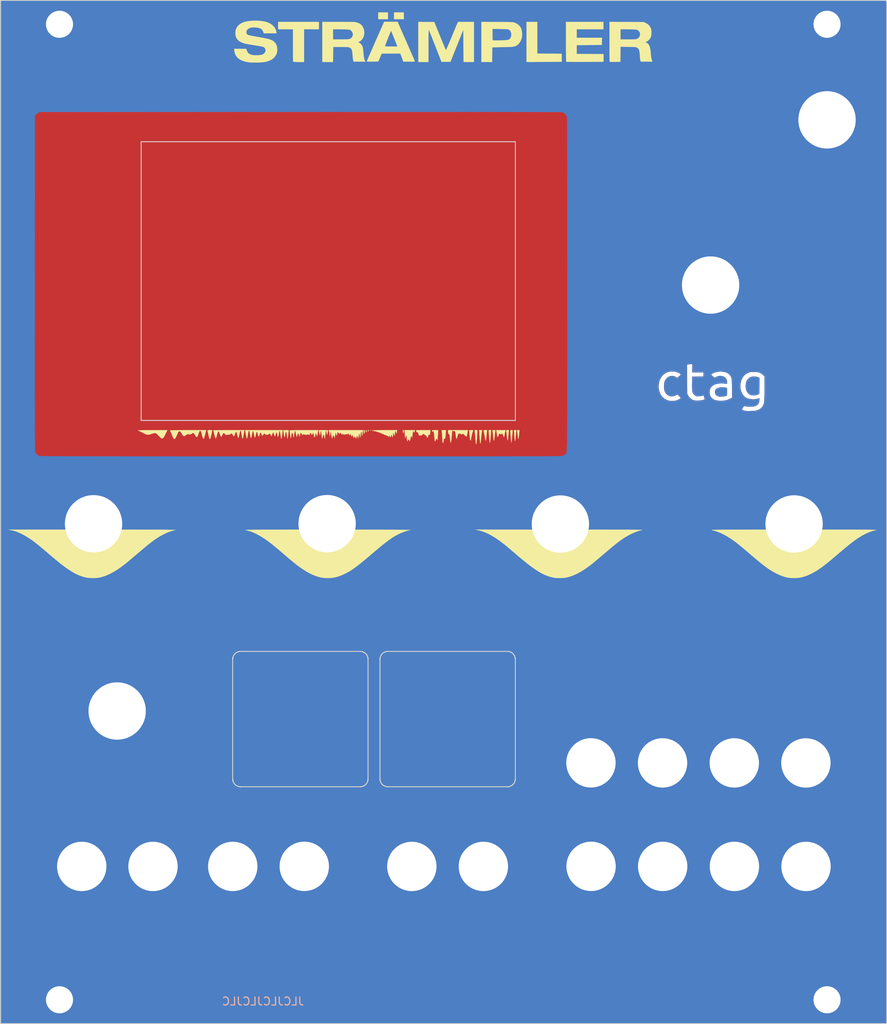
<source format=kicad_pcb>
(kicad_pcb (version 20171130) (host pcbnew "(5.1.2)-1")
  (layers (0 F.Cu signal) (31 B.Cu signal) (34 B.Paste user) (35 F.Paste user) (36 B.SilkS user) (37 F.SilkS user) (38 B.Mask user) (39 F.Mask user) (44 Edge.Cuts user))
  (net 0 "")
  (module LOGO (layer F.Cu) (at 108.38688 101.36378)
    (fp_text reference G*** hide)
    (fp_text value LOGO hide)
    (fp_poly (pts (xy 55.710666 -64.011848) (xy 55.710666 0.021167) (xy 55.710667 64.054182) (xy 55.606757 64.158091) (xy 55.502848 64.262) (xy -55.460515 64.262) (xy -55.668333 64.054182) (xy -55.668333 -17.074375) (xy -51.302566 -17.074375) (xy -51.30248 -16.138317) (xy -51.302262 -15.265131) (xy -51.301904 -14.452638) (xy -51.301401 -13.69866) (xy -51.300748 -13.001016) (xy -51.299938 -12.357526) (xy -51.298966 -11.766013) (xy -51.297826 -11.224296) (xy -51.296513 -10.730195) (xy -51.29502 -10.281532) (xy -51.293342 -9.876127) (xy -51.291473 -9.511801) (xy -51.289407 -9.186374) (xy -51.287139 -8.897667) (xy -51.284662 -8.643501) (xy -51.281972 -8.421695) (xy -51.279062 -8.230071) (xy -51.275926 -8.066449) (xy -51.272559 -7.928651) (xy -51.268955 -7.814495) (xy -51.265109 -7.721804) (xy -51.261013 -7.648397) (xy -51.256664 -7.592096) (xy -51.252054 -7.550721) (xy -51.247179 -7.522092) (xy -51.242323 -7.504787) (xy -51.12734 -7.309136) (xy -50.949793 -7.141899) (xy -50.778833 -7.043794) (xy -50.758886 -7.040324) (xy -50.714192 -7.036994) (xy -50.643159 -7.0338) (xy -50.544195 -7.030741) (xy -50.415707 -7.027813) (xy -50.256103 -7.025013) (xy -50.06379 -7.022339) (xy -49.837176 -7.019788) (xy -49.574669 -7.017357) (xy -49.274675 -7.015044) (xy -48.935602 -7.012846) (xy -48.555859 -7.010759) (xy -48.133852 -7.008782) (xy -47.667989 -7.006911) (xy -47.156678 -7.005143) (xy -46.598326 -7.003477) (xy -45.99134 -7.001908) (xy -45.334129 -7.000435) (xy -44.625099 -6.999054) (xy -43.862659 -6.997764) (xy -43.045215 -6.99656) (xy -42.171176 -6.99544) (xy -41.238948 -6.994402) (xy -40.246941 -6.993443) (xy -39.19356 -6.99256) (xy -38.077213 -6.99175) (xy -36.896309 -6.99101) (xy -35.649254 -6.990338) (xy -34.334456 -6.989731) (xy -32.950323 -6.989186) (xy -31.495262 -6.9887) (xy -29.96768 -6.988271) (xy -28.365986 -6.987896) (xy -26.688587 -6.987572) (xy -24.93389 -6.987296) (xy -23.100303 -6.987066) (xy -21.186234 -6.986878) (xy -19.190089 -6.98673) (xy -17.895057 -6.986657) (xy -15.884307 -6.986566) (xy -13.956493 -6.986504) (xy -12.109888 -6.986475) (xy -10.34276 -6.98648) (xy -8.653382 -6.986525) (xy -7.040023 -6.986611) (xy -5.500954 -6.986743) (xy -4.034446 -6.986924) (xy -2.638768 -6.987158) (xy -1.312193 -6.987447) (xy -0.05299 -6.987795) (xy 1.140571 -6.988205) (xy 2.270218 -6.988681) (xy 3.337681 -6.989226) (xy 4.34469 -6.989843) (xy 5.292974 -6.990537) (xy 6.184262 -6.991309) (xy 7.020284 -6.992164) (xy 7.802769 -6.993105) (xy 8.533447 -6.994135) (xy 9.214047 -6.995257) (xy 9.846299 -6.996476) (xy 10.431932 -6.997794) (xy 10.972675 -6.999214) (xy 11.470258 -7.000741) (xy 11.926411 -7.002377) (xy 12.342862 -7.004126) (xy 12.721342 -7.005991) (xy 13.063579 -7.007976) (xy 13.371304 -7.010083) (xy 13.646245 -7.012317) (xy 13.890132 -7.01468) (xy 14.104695 -7.017176) (xy 14.291662 -7.019808) (xy 14.452764 -7.02258) (xy 14.58973 -7.025495) (xy 14.704289 -7.028557) (xy 14.798171 -7.031768) (xy 14.873105 -7.035133) (xy 14.93082 -7.038654) (xy 14.973046 -7.042334) (xy 15.001513 -7.046178) (xy 15.01795 -7.050189) (xy 15.01911 -7.050645) (xy 15.153254 -7.12466) (xy 15.288088 -7.225672) (xy 15.315243 -7.250574) (xy 15.335213 -7.267133) (xy 15.354153 -7.278605) (xy 15.372092 -7.287182) (xy 15.389055 -7.29506) (xy 15.405071 -7.304432) (xy 15.420166 -7.317491) (xy 15.434368 -7.336432) (xy 15.447703 -7.363448) (xy 15.460198 -7.400734) (xy 15.471881 -7.450483) (xy 15.482778 -7.514888) (xy 15.492917 -7.596144) (xy 15.502325 -7.696445) (xy 15.511028 -7.817983) (xy 15.519054 -7.962955) (xy 15.52643 -8.133552) (xy 15.533184 -8.331969) (xy 15.539341 -8.560399) (xy 15.544929 -8.821037) (xy 15.549975 -9.116076) (xy 15.554506 -9.447711) (xy 15.55855 -9.818134) (xy 15.562133 -10.22954) (xy 15.565282 -10.684123) (xy 15.568025 -11.184076) (xy 15.570388 -11.731593) (xy 15.572399 -12.328869) (xy 15.574084 -12.978096) (xy 15.575471 -13.68147) (xy 15.576587 -14.441182) (xy 15.577459 -15.259428) (xy 15.577885 -15.832887) (xy 27.047453 -15.832887) (xy 27.070361 -15.431215) (xy 27.158454 -15.062651) (xy 27.307907 -14.734055) (xy 27.514893 -14.452289) (xy 27.775588 -14.224214) (xy 28.086164 -14.056691) (xy 28.370796 -13.97028) (xy 28.637321 -13.940104) (xy 28.929687 -13.949628) (xy 29.212761 -13.995487) (xy 29.449957 -14.073649) (xy 29.592429 -14.144202) (xy 29.712055 -14.212782) (xy 29.771172 -14.254975) (xy 29.806819 -14.294201) (xy 29.810426 -14.334456) (xy 29.773806 -14.39247) (xy 29.688774 -14.484973) (xy 29.62864 -14.546252) (xy 29.409473 -14.768176) (xy 29.189897 -14.644254) (xy 28.93268 -14.543414) (xy 28.670504 -14.519649) (xy 28.416826 -14.567397) (xy 28.185104 -14.681094) (xy 27.988798 -14.855178) (xy 27.841364 -15.084084) (xy 27.788265 -15.223653) (xy 27.750174 -15.419241) (xy 27.731981 -15.664882) (xy 27.733497 -15.928377) (xy 27.754534 -16.177528) (xy 27.794905 -16.380138) (xy 27.795017 -16.380516) (xy 27.906299 -16.62532) (xy 28.07294 -16.824966) (xy 28.280619 -16.973639) (xy 28.515015 -17.065524) (xy 28.761807 -17.094809) (xy 29.006675 -17.055678) (xy 29.214233 -16.956723) (xy 29.381745 -16.845869) (xy 29.613372 -17.045842) (xy 29.726388 -17.145845) (xy 29.808859 -17.223457) (xy 29.844613 -17.26339) (xy 29.845 -17.264824) (xy 29.808411 -17.311666) (xy 29.706434 -17.385466) (xy 29.550755 -17.478138) (xy 29.485167 -17.513841) (xy 29.259511 -17.597872) (xy 28.983991 -17.644786) (xy 28.685378 -17.653457) (xy 28.390443 -17.622759) (xy 28.174728 -17.568964) (xy 27.879429 -17.427985) (xy 27.613371 -17.217916) (xy 27.387835 -16.952404) (xy 27.214101 -16.645099) (xy 27.103449 -16.309649) (xy 27.093557 -16.260805) (xy 27.047453 -15.832887) (xy 15.577885 -15.832887) (xy 15.578113 -16.138402) (xy 15.578577 -17.080296) (xy 15.578878 -18.087305) (xy 15.578941 -18.498053) (xy 30.607 -18.498053) (xy 30.607236 -16.75261) (xy 30.60834 -16.321994) (xy 30.611421 -15.932068) (xy 30.616311 -15.590237) (xy 30.622844 -15.303905) (xy 30.630853 -15.080477) (xy 30.640172 -14.927356) (xy 30.649961 -14.854203) (xy 30.755496 -14.614713) (xy 30.926714 -14.387715) (xy 31.144918 -14.192639) (xy 31.39141 -14.048914) (xy 31.44647 -14.026529) (xy 31.584401 -13.9971) (xy 31.779838 -13.983537) (xy 32.007316 -13.984835) (xy 32.24137 -13.999989) (xy 32.456539 -14.027995) (xy 32.627356 -14.067847) (xy 32.644938 -14.073831) (xy 32.841377 -14.144127) (xy 32.778632 -14.385147) (xy 32.743072 -14.5162) (xy 32.715197 -14.608918) (xy 32.703293 -14.639122) (xy 32.659231 -14.635919) (xy 32.55614 -14.614957) (xy 32.421433 -14.582066) (xy 32.204492 -14.541336) (xy 31.992356 -14.527677) (xy 31.928009 -14.530418) (xy 31.790293 -14.549178) (xy 31.68716 -14.589619) (xy 31.583568 -14.668955) (xy 31.516731 -14.732428) (xy 31.431744 -14.823867) (xy 31.36594 -14.918981) (xy 31.317149 -15.029553) (xy 31.312985 -15.046458) (xy 33.443569 -15.046458) (xy 33.48077 -14.746026) (xy 33.58915 -14.484646) (xy 33.762834 -14.270402) (xy 33.995944 -14.111382) (xy 34.173292 -14.042418) (xy 34.367232 -14.003642) (xy 34.614831 -13.980365) (xy 34.888044 -13.972669) (xy 35.158826 -13.980639) (xy 35.399133 -14.004358) (xy 35.5629 -14.03826) (xy 35.732986 -14.097498) (xy 35.924634 -14.176872) (xy 36.039716 -14.231119) (xy 36.286599 -14.355718) (xy 36.269834 -15.528109) (xy 36.264505 -15.86405) (xy 37.309984 -15.86405) (xy 37.331067 -15.502445) (xy 37.410161 -15.159911) (xy 37.543191 -14.853185) (xy 37.726084 -14.599004) (xy 37.754762 -14.569237) (xy 37.917561 -14.424093) (xy 38.081913 -14.322381) (xy 38.277602 -14.248839) (xy 38.474067 -14.200593) (xy 38.770094 -14.152354) (xy 39.028875 -14.146605) (xy 39.286789 -14.184025) (xy 39.423833 -14.218315) (xy 39.708667 -14.297297) (xy 39.706808 -14.101899) (xy 39.672912 -13.81919) (xy 39.576455 -13.592858) (xy 39.416403 -13.421114) (xy 39.259679 -13.329569) (xy 39.06436 -13.269845) (xy 38.814603 -13.233281) (xy 38.537495 -13.220186) (xy 38.260121 -13.230865) (xy 38.009568 -13.265627) (xy 37.840089 -13.313489) (xy 37.787556 -13.308567) (xy 37.725431 -13.246805) (xy 37.643121 -13.117503) (xy 37.639006 -13.110333) (xy 37.570328 -12.986869) (xy 37.52269 -12.894677) (xy 37.507333 -12.856999) (xy 37.544598 -12.830114) (xy 37.640269 -12.792169) (xy 37.770165 -12.750737) (xy 37.910102 -12.713397) (xy 38.035898 -12.687722) (xy 38.057667 -12.684597) (xy 38.208185 -12.674888) (xy 38.415919 -12.674144) (xy 38.654035 -12.681135) (xy 38.895698 -12.694627) (xy 39.114074 -12.71339) (xy 39.282328 -12.736191) (xy 39.312653 -12.742211) (xy 39.607382 -12.842572) (xy 39.863917 -13.001303) (xy 40.064948 -13.206707) (xy 40.118589 -13.286783) (xy 40.202467 -13.45052) (xy 40.271602 -13.626166) (xy 40.298775 -13.722514) (xy 40.310743 -13.822627) (xy 40.321166 -13.999568) (xy 40.329849 -14.245508) (xy 40.336591 -14.552618) (xy 40.341194 -14.913069) (xy 40.343459 -15.319034) (xy 40.343667 -15.492486) (xy 40.343667 -17.053138) (xy 40.151742 -17.222076) (xy 39.975795 -17.366469) (xy 39.815555 -17.468105) (xy 39.649391 -17.534071) (xy 39.455675 -17.571453) (xy 39.212776 -17.587338) (xy 39.03033 -17.5895) (xy 38.807132 -17.588509) (xy 38.646891 -17.583059) (xy 38.527902 -17.569434) (xy 38.428457 -17.543917) (xy 38.326851 -17.502792) (xy 38.217641 -17.450361) (xy 37.927356 -17.269844) (xy 37.696551 -17.040422) (xy 37.520174 -16.754966) (xy 37.393169 -16.406347) (xy 37.350986 -16.227987) (xy 37.309984 -15.86405) (xy 36.264505 -15.86405) (xy 36.263977 -15.897278) (xy 36.256995 -16.193015) (xy 36.247197 -16.426556) (xy 36.232892 -16.609134) (xy 36.212391 -16.751983) (xy 36.184003 -16.866337) (xy 36.146037 -16.96343) (xy 36.096803 -17.054496) (xy 36.03461 -17.150769) (xy 36.023101 -17.167764) (xy 35.849276 -17.350975) (xy 35.611372 -17.491954) (xy 35.320462 -17.587462) (xy 34.98762 -17.634259) (xy 34.62392 -17.629108) (xy 34.494599 -17.614866) (xy 34.274102 -17.572276) (xy 34.055909 -17.507748) (xy 33.862362 -17.429831) (xy 33.7158 -17.347075) (xy 33.655439 -17.293696) (xy 33.65959 -17.24217) (xy 33.731696 -17.154775) (xy 33.847907 -17.05013) (xy 34.080333 -16.854711) (xy 34.258032 -16.955646) (xy 34.492888 -17.051462) (xy 34.746514 -17.091762) (xy 34.997745 -17.078009) (xy 35.225416 -17.011665) (xy 35.408361 -16.894194) (xy 35.428219 -16.874766) (xy 35.559694 -16.690468) (xy 35.629529 -16.466059) (xy 35.644667 -16.261925) (xy 35.64089 -16.148177) (xy 35.621781 -16.099595) (xy 35.575668 -16.096759) (xy 35.549417 -16.103419) (xy 35.372698 -16.136164) (xy 35.144641 -16.15538) (xy 34.897629 -16.160166) (xy 34.664042 -16.149618) (xy 34.522447 -16.132039) (xy 34.167705 -16.04263) (xy 33.885065 -15.909758) (xy 33.673169 -15.732056) (xy 33.530659 -15.508159) (xy 33.456178 -15.2367) (xy 33.443569 -15.046458) (xy 31.312985 -15.046458) (xy 31.283201 -15.167371) (xy 31.261925 -15.344218) (xy 31.251151 -15.57188) (xy 31.248709 -15.862144) (xy 31.251634 -16.172029) (xy 31.263167 -16.996833) (xy 32.681333 -17.020047) (xy 32.681333 -17.523953) (xy 31.97225 -17.53556) (xy 31.263167 -17.547166) (xy 31.277116 -18.043179) (xy 31.280692 -18.24136) (xy 31.279969 -18.408754) (xy 31.275278 -18.527086) (xy 31.267497 -18.577326) (xy 31.213078 -18.59211) (xy 31.090597 -18.586156) (xy 30.913709 -18.560872) (xy 30.70225 -18.519031) (xy 30.607 -18.498053) (xy 15.578941 -18.498053) (xy 15.579044 -19.161623) (xy 15.5791 -20.305444) (xy 15.579075 -21.520961) (xy 15.578994 -22.810368) (xy 15.578886 -24.175859) (xy 15.578778 -25.619627) (xy 15.578696 -27.143868) (xy 15.578666 -28.606271) (xy 15.578616 -30.292899) (xy 15.578461 -31.89644) (xy 15.578198 -33.418473) (xy 15.577824 -34.860577) (xy 15.577334 -36.224332) (xy 15.576726 -37.511317) (xy 15.575995 -38.723112) (xy 15.575138 -39.861295) (xy 15.574151 -40.927446) (xy 15.573031 -41.923144) (xy 15.571773 -42.849969) (xy 15.570375 -43.7095) (xy 15.568831 -44.503316) (xy 15.56714 -45.232996) (xy 15.565296 -45.900121) (xy 15.563297 -46.506269) (xy 15.561139 -47.053019) (xy 15.558818 -47.541951) (xy 15.55633 -47.974645) (xy 15.553672 -48.352678) (xy 15.550839 -48.677632) (xy 15.547829 -48.951085) (xy 15.544638 -49.174616) (xy 15.541261 -49.349805) (xy 15.537696 -49.478232) (xy 15.533939 -49.561474) (xy 15.529985 -49.601113) (xy 15.52977 -49.602027) (xy 15.445912 -49.796566) (xy 15.306718 -49.977837) (xy 15.134794 -50.121984) (xy 14.960007 -50.203276) (xy 14.922136 -50.206349) (xy 14.831349 -50.209285) (xy 14.686629 -50.212085) (xy 14.486957 -50.214751) (xy 14.231315 -50.217284) (xy 13.918685 -50.219684) (xy 13.548049 -50.221953) (xy 13.118388 -50.224092) (xy 12.628684 -50.226102) (xy 12.07792 -50.227984) (xy 11.465076 -50.22974) (xy 10.789136 -50.23137) (xy 10.04908 -50.232875) (xy 9.24389 -50.234257) (xy 8.372549 -50.235517) (xy 7.434038 -50.236655) (xy 6.427339 -50.237674) (xy 5.351434 -50.238573) (xy 4.205304 -50.239355) (xy 2.987932 -50.24002) (xy 1.698299 -50.240569) (xy 0.335387 -50.241003) (xy -1.101822 -50.241325) (xy -2.614346 -50.241534) (xy -4.203204 -50.241631) (xy -5.869413 -50.241619) (xy -7.613992 -50.241498) (xy -9.437959 -50.241269) (xy -11.342332 -50.240933) (xy -13.328129 -50.240491) (xy -15.396369 -50.239945) (xy -17.548069 -50.239296) (xy -17.95416 -50.239165) (xy -50.694167 -50.2285) (xy -50.8635 -50.140063) (xy -50.992332 -50.049395) (xy -51.118422 -49.924622) (xy -51.159833 -49.871834) (xy -51.286833 -49.692041) (xy -51.298281 -28.68777) (xy -51.299137 -27.087785) (xy -51.299912 -25.570287) (xy -51.300599 -24.133097) (xy -51.301193 -22.774036) (xy -51.301688 -21.490923) (xy -51.302079 -20.28158) (xy -51.302359 -19.143827) (xy -51.302523 -18.075485) (xy -51.302566 -17.074375) (xy -55.668333 -17.074375) (xy -55.668333 -64.011848) (xy -55.460515 -64.219666) (xy 55.502848 -64.219666) (xy 55.710666 -64.011848)) (layer B.Cu) (width 0.01))
    (fp_poly (pts (xy 39.336764 -16.990634) (xy 39.527249 -16.935152) (xy 39.52952 -16.934128) (xy 39.710207 -16.852116) (xy 39.698853 -15.844975) (xy 39.6875 -14.837833) (xy 39.518167 -14.753761) (xy 39.341615 -14.693919) (xy 39.124776 -14.660428) (xy 38.897109 -14.654005) (xy 38.688075 -14.675369) (xy 38.527132 -14.725235) (xy 38.519114 -14.729438) (xy 38.292615 -14.898447) (xy 38.125958 -15.124901) (xy 38.021088 -15.404469) (xy 37.979952 -15.732818) (xy 37.984325 -15.9204) (xy 38.008587 -16.122794) (xy 38.049182 -16.312657) (xy 38.089872 -16.433465) (xy 38.211151 -16.635978) (xy 38.374535 -16.810238) (xy 38.557001 -16.934005) (xy 38.644075 -16.96879) (xy 38.859893 -17.008834) (xy 39.102551 -17.015656) (xy 39.336764 -16.990634)) (layer B.Cu) (width 0.01))
    (fp_poly (pts (xy 35.254364 -15.654828) (xy 35.416242 -15.634001) (xy 35.485917 -15.618774) (xy 35.644667 -15.574687) (xy 35.644667 -14.649507) (xy 35.509755 -14.579742) (xy 35.400676 -14.545092) (xy 35.235589 -14.516708) (xy 35.04306 -14.496939) (xy 34.851658 -14.488133) (xy 34.689949 -14.49264) (xy 34.6075 -14.505567) (xy 34.382977 -14.592488) (xy 34.231661 -14.715002) (xy 34.146561 -14.88156) (xy 34.120667 -15.093964) (xy 34.1581 -15.28902) (xy 34.268973 -15.444659) (xy 34.45114 -15.559614) (xy 34.702456 -15.632623) (xy 35.020778 -15.662421) (xy 35.085834 -15.663097) (xy 35.254364 -15.654828)) (layer B.Cu) (width 0.01))
  )
  (module LOGO (layer F.Cu) (at 108.38688 101.36378)
    (fp_text reference G*** hide)
    (fp_text value LOGO hide)
  )
  (module LOGO (layer F.Cu) (at 108.38688 101.36378)
    (fp_text reference G*** hide)
    (fp_text value LOGO hide)
    (fp_poly (pts (xy 55.710666 -64.011848) (xy 55.710666 0.021167) (xy 55.710667 64.054182) (xy 55.606757 64.158091) (xy 55.502848 64.262) (xy -55.460515 64.262) (xy -55.668333 64.054182) (xy -55.668333 -15.832887) (xy 27.047453 -15.832887) (xy 27.070361 -15.431215) (xy 27.158454 -15.062651) (xy 27.307907 -14.734055) (xy 27.514893 -14.452289) (xy 27.775588 -14.224214) (xy 28.086164 -14.056691) (xy 28.370796 -13.97028) (xy 28.637321 -13.940104) (xy 28.929687 -13.949628) (xy 29.212761 -13.995487) (xy 29.449957 -14.073649) (xy 29.592429 -14.144202) (xy 29.712055 -14.212782) (xy 29.771172 -14.254975) (xy 29.806819 -14.294201) (xy 29.810426 -14.334456) (xy 29.773806 -14.39247) (xy 29.688774 -14.484973) (xy 29.62864 -14.546252) (xy 29.409473 -14.768176) (xy 29.189897 -14.644254) (xy 28.93268 -14.543414) (xy 28.670504 -14.519649) (xy 28.416826 -14.567397) (xy 28.185104 -14.681094) (xy 27.988798 -14.855178) (xy 27.841364 -15.084084) (xy 27.788265 -15.223653) (xy 27.750174 -15.419241) (xy 27.731981 -15.664882) (xy 27.733497 -15.928377) (xy 27.754534 -16.177528) (xy 27.794905 -16.380138) (xy 27.795017 -16.380516) (xy 27.906299 -16.62532) (xy 28.07294 -16.824966) (xy 28.280619 -16.973639) (xy 28.515015 -17.065524) (xy 28.761807 -17.094809) (xy 29.006675 -17.055678) (xy 29.214233 -16.956723) (xy 29.381745 -16.845869) (xy 29.613372 -17.045842) (xy 29.726388 -17.145845) (xy 29.808859 -17.223457) (xy 29.844613 -17.26339) (xy 29.845 -17.264824) (xy 29.808411 -17.311666) (xy 29.706434 -17.385466) (xy 29.550755 -17.478138) (xy 29.485167 -17.513841) (xy 29.259511 -17.597872) (xy 28.983991 -17.644786) (xy 28.685378 -17.653457) (xy 28.390443 -17.622759) (xy 28.174728 -17.568964) (xy 27.879429 -17.427985) (xy 27.613371 -17.217916) (xy 27.387835 -16.952404) (xy 27.214101 -16.645099) (xy 27.103449 -16.309649) (xy 27.093557 -16.260805) (xy 27.047453 -15.832887) (xy -55.668333 -15.832887) (xy -55.668333 -18.498053) (xy 30.607 -18.498053) (xy 30.607236 -16.75261) (xy 30.60834 -16.321994) (xy 30.611421 -15.932068) (xy 30.616311 -15.590237) (xy 30.622844 -15.303905) (xy 30.630853 -15.080477) (xy 30.640172 -14.927356) (xy 30.649961 -14.854203) (xy 30.757938 -14.609109) (xy 30.932893 -14.380016) (xy 31.157172 -14.185294) (xy 31.413119 -14.04331) (xy 31.439367 -14.032876) (xy 31.582186 -14.000927) (xy 31.782128 -13.985501) (xy 32.013455 -13.985722) (xy 32.250431 -14.000716) (xy 32.467318 -14.029609) (xy 32.638379 -14.071527) (xy 32.644938 -14.073831) (xy 32.841377 -14.144127) (xy 32.778632 -14.385147) (xy 32.743072 -14.5162) (xy 32.715197 -14.608918) (xy 32.703293 -14.639122) (xy 32.659231 -14.635919) (xy 32.55614 -14.614957) (xy 32.421433 -14.582066) (xy 32.204492 -14.541336) (xy 31.992356 -14.527677) (xy 31.928009 -14.530418) (xy 31.790293 -14.549178) (xy 31.68716 -14.589619) (xy 31.583568 -14.668955) (xy 31.516731 -14.732428) (xy 31.431744 -14.823867) (xy 31.36594 -14.918981) (xy 31.317149 -15.029553) (xy 31.312985 -15.046458) (xy 33.443569 -15.046458) (xy 33.48077 -14.746026) (xy 33.58915 -14.484646) (xy 33.762834 -14.270402) (xy 33.995944 -14.111382) (xy 34.173292 -14.042418) (xy 34.367232 -14.003642) (xy 34.614831 -13.980365) (xy 34.888044 -13.972669) (xy 35.158826 -13.980639) (xy 35.399133 -14.004358) (xy 35.5629 -14.03826) (xy 35.732986 -14.097498) (xy 35.924634 -14.176872) (xy 36.039716 -14.231119) (xy 36.286599 -14.355718) (xy 36.269834 -15.528109) (xy 36.264641 -15.855474) (xy 37.309271 -15.855474) (xy 37.332508 -15.487976) (xy 37.416825 -15.141428) (xy 37.558348 -14.831764) (xy 37.752652 -14.575481) (xy 37.913112 -14.428809) (xy 38.074616 -14.326094) (xy 38.266563 -14.252058) (xy 38.474067 -14.200593) (xy 38.770094 -14.152354) (xy 39.028875 -14.146605) (xy 39.286789 -14.184025) (xy 39.423833 -14.218315) (xy 39.708667 -14.297297) (xy 39.706808 -14.101899) (xy 39.672912 -13.81919) (xy 39.576455 -13.592858) (xy 39.416403 -13.421114) (xy 39.259679 -13.329569) (xy 39.06436 -13.269845) (xy 38.814603 -13.233281) (xy 38.537495 -13.220186) (xy 38.260121 -13.230865) (xy 38.009568 -13.265627) (xy 37.840089 -13.313489) (xy 37.787556 -13.308567) (xy 37.725431 -13.246805) (xy 37.643121 -13.117503) (xy 37.639006 -13.110333) (xy 37.570328 -12.986869) (xy 37.52269 -12.894677) (xy 37.507333 -12.856999) (xy 37.544598 -12.830114) (xy 37.640269 -12.792169) (xy 37.770165 -12.750737) (xy 37.910102 -12.713397) (xy 38.035898 -12.687722) (xy 38.057667 -12.684597) (xy 38.208185 -12.674888) (xy 38.415919 -12.674144) (xy 38.654035 -12.681135) (xy 38.895698 -12.694627) (xy 39.114074 -12.71339) (xy 39.282328 -12.736191) (xy 39.312653 -12.742211) (xy 39.607382 -12.842572) (xy 39.863917 -13.001303) (xy 40.064948 -13.206707) (xy 40.118589 -13.286783) (xy 40.202467 -13.45052) (xy 40.271602 -13.626166) (xy 40.298775 -13.722514) (xy 40.310743 -13.822627) (xy 40.321166 -13.999568) (xy 40.329849 -14.245508) (xy 40.336591 -14.552618) (xy 40.341194 -14.913069) (xy 40.343459 -15.319034) (xy 40.343667 -15.492486) (xy 40.343667 -17.053138) (xy 40.151742 -17.222076) (xy 39.975795 -17.366469) (xy 39.815555 -17.468105) (xy 39.649391 -17.534071) (xy 39.455675 -17.571453) (xy 39.212776 -17.587338) (xy 39.03033 -17.5895) (xy 38.807132 -17.588509) (xy 38.646891 -17.583059) (xy 38.527902 -17.569434) (xy 38.428457 -17.543917) (xy 38.326851 -17.502792) (xy 38.217641 -17.450361) (xy 37.927356 -17.269844) (xy 37.696551 -17.040422) (xy 37.520174 -16.754966) (xy 37.393169 -16.406347) (xy 37.350986 -16.227987) (xy 37.309271 -15.855474) (xy 36.264641 -15.855474) (xy 36.263977 -15.897278) (xy 36.256995 -16.193015) (xy 36.247197 -16.426556) (xy 36.232892 -16.609134) (xy 36.212391 -16.751983) (xy 36.184003 -16.866337) (xy 36.146037 -16.96343) (xy 36.096803 -17.054496) (xy 36.03461 -17.150769) (xy 36.023101 -17.167764) (xy 35.849276 -17.350975) (xy 35.611372 -17.491954) (xy 35.320462 -17.587462) (xy 34.98762 -17.634259) (xy 34.62392 -17.629108) (xy 34.494599 -17.614866) (xy 34.274102 -17.572276) (xy 34.055909 -17.507748) (xy 33.862362 -17.429831) (xy 33.7158 -17.347075) (xy 33.655439 -17.293696) (xy 33.65959 -17.24217) (xy 33.731696 -17.154775) (xy 33.847907 -17.05013) (xy 34.080333 -16.854711) (xy 34.258032 -16.955646) (xy 34.492888 -17.051462) (xy 34.746514 -17.091762) (xy 34.997745 -17.078009) (xy 35.225416 -17.011665) (xy 35.408361 -16.894194) (xy 35.428219 -16.874766) (xy 35.559694 -16.690468) (xy 35.629529 -16.466059) (xy 35.644667 -16.261925) (xy 35.64089 -16.148177) (xy 35.621781 -16.099595) (xy 35.575668 -16.096759) (xy 35.549417 -16.103419) (xy 35.372698 -16.136164) (xy 35.144641 -16.15538) (xy 34.897629 -16.160166) (xy 34.664042 -16.149618) (xy 34.522447 -16.132039) (xy 34.167705 -16.04263) (xy 33.885065 -15.909758) (xy 33.673169 -15.732056) (xy 33.530659 -15.508159) (xy 33.456178 -15.2367) (xy 33.443569 -15.046458) (xy 31.312985 -15.046458) (xy 31.283201 -15.167371) (xy 31.261925 -15.344218) (xy 31.251151 -15.57188) (xy 31.248709 -15.862144) (xy 31.251634 -16.172029) (xy 31.263167 -16.996833) (xy 32.681333 -17.020047) (xy 32.681333 -17.523953) (xy 31.97225 -17.53556) (xy 31.263167 -17.547166) (xy 31.277116 -18.043179) (xy 31.280692 -18.24136) (xy 31.279969 -18.408754) (xy 31.275278 -18.527086) (xy 31.267497 -18.577326) (xy 31.213078 -18.59211) (xy 31.090597 -18.586156) (xy 30.913709 -18.560872) (xy 30.70225 -18.519031) (xy 30.607 -18.498053) (xy -55.668333 -18.498053) (xy -55.668333 -64.011848) (xy -55.460515 -64.219666) (xy 55.502848 -64.219666) (xy 55.710666 -64.011848)) (layer F.Cu) (width 0.01))
    (fp_poly (pts (xy 39.336764 -16.990634) (xy 39.527249 -16.935152) (xy 39.52952 -16.934128) (xy 39.710207 -16.852116) (xy 39.698853 -15.844975) (xy 39.6875 -14.837833) (xy 39.518167 -14.753761) (xy 39.341615 -14.693919) (xy 39.124776 -14.660428) (xy 38.897109 -14.654005) (xy 38.688075 -14.675369) (xy 38.527132 -14.725235) (xy 38.519114 -14.729438) (xy 38.292615 -14.898447) (xy 38.125958 -15.124901) (xy 38.021088 -15.404469) (xy 37.979952 -15.732818) (xy 37.984325 -15.9204) (xy 38.008587 -16.122794) (xy 38.049182 -16.312657) (xy 38.089872 -16.433465) (xy 38.211151 -16.635978) (xy 38.374535 -16.810238) (xy 38.557001 -16.934005) (xy 38.644075 -16.96879) (xy 38.859893 -17.008834) (xy 39.102551 -17.015656) (xy 39.336764 -16.990634)) (layer F.Cu) (width 0.01))
    (fp_poly (pts (xy 35.254364 -15.654828) (xy 35.416242 -15.634001) (xy 35.485917 -15.618774) (xy 35.644667 -15.574687) (xy 35.644667 -14.649507) (xy 35.509755 -14.579742) (xy 35.400676 -14.545092) (xy 35.235589 -14.516708) (xy 35.04306 -14.496939) (xy 34.851658 -14.488133) (xy 34.689949 -14.49264) (xy 34.6075 -14.505567) (xy 34.382977 -14.592488) (xy 34.231661 -14.715002) (xy 34.146561 -14.88156) (xy 34.120667 -15.093964) (xy 34.1581 -15.28902) (xy 34.268973 -15.444659) (xy 34.45114 -15.559614) (xy 34.702456 -15.632623) (xy 35.020778 -15.662421) (xy 35.085834 -15.663097) (xy 35.254364 -15.654828)) (layer F.Cu) (width 0.01))
  )
  (module LOGO (layer F.Cu) (at 108.38688 101.36378)
    (fp_text reference G*** hide)
    (fp_text value LOGO hide)
  )
  (module LOGO (layer F.Cu) (at 108.38688 101.36378)
    (fp_text reference G*** hide)
    (fp_text value LOGO hide)
  )
  (module Wire_Pads:SolderWirePad_single_0-8mmDrill (layer F.Cu) (at 156.586879 52.11378)
    (fp_text reference "" (at 0 0) (layer F.SilkS) (effects (font (size 1.27 1.27))))
    (fp_text value "" (at 0 0) (layer F.SilkS) (effects (font (size 1.27 1.27))))
    (pad 1 thru_hole circle (at 0 0) (size 7.2 7.2) (drill 7.2) (layers *.Cu *.Mask))
  )
  (module Wire_Pads:SolderWirePad_single_0-8mmDrill (layer F.Cu) (at 152.448972 102.861361)
    (fp_text reference "" (at 0 0) (layer F.SilkS) (effects (font (size 1.27 1.27))))
    (fp_text value "" (at 0 0) (layer F.SilkS) (effects (font (size 1.27 1.27))))
    (pad 2 thru_hole circle (at 0 0) (size 7.2 7.2) (drill 7.2) (layers *.Cu *.Mask))
  )
  (module Wire_Pads:SolderWirePad_single_0-8mmDrill (layer F.Cu) (at 123.095708 102.872256)
    (fp_text reference "" (at 0 0) (layer F.SilkS) (effects (font (size 1.27 1.27))))
    (fp_text value "" (at 0 0) (layer F.SilkS) (effects (font (size 1.27 1.27))))
    (pad 3 thru_hole circle (at 0 0) (size 7.200001 7.200001) (drill 7.200001) (layers *.Cu *.Mask))
  )
  (module Wire_Pads:SolderWirePad_single_0-8mmDrill (layer F.Cu) (at 93.797524 102.824916)
    (fp_text reference "" (at 0 0) (layer F.SilkS) (effects (font (size 1.27 1.27))))
    (fp_text value "" (at 0 0) (layer F.SilkS) (effects (font (size 1.27 1.27))))
    (pad 4 thru_hole circle (at 0 0) (size 7.200001 7.200001) (drill 7.200001) (layers *.Cu *.Mask))
  )
  (module Wire_Pads:SolderWirePad_single_0-8mmDrill (layer F.Cu) (at 64.462586 102.840381)
    (fp_text reference "" (at 0 0) (layer F.SilkS) (effects (font (size 1.27 1.27))))
    (fp_text value "" (at 0 0) (layer F.SilkS) (effects (font (size 1.27 1.27))))
    (pad 5 thru_hole circle (at 0 0) (size 7.200001 7.200001) (drill 7.200001) (layers *.Cu *.Mask))
  )
  (module Wire_Pads:SolderWirePad_single_0-8mmDrill (layer F.Cu) (at 141.962972 72.861114)
    (fp_text reference "" (at 0 0) (layer F.SilkS) (effects (font (size 1.27 1.27))))
    (fp_text value "" (at 0 0) (layer F.SilkS) (effects (font (size 1.27 1.27))))
    (pad 6 thru_hole circle (at 0 0) (size 7.200001 7.200001) (drill 7.200001) (layers *.Cu *.Mask))
  )
  (module Wire_Pads:SolderWirePad_single_0-8mmDrill (layer F.Cu) (at 67.42795 126.351504)
    (fp_text reference "" (at 0 0) (layer F.SilkS) (effects (font (size 1.27 1.27))))
    (fp_text value "" (at 0 0) (layer F.SilkS) (effects (font (size 1.27 1.27))))
    (pad 7 thru_hole circle (at 0 0) (size 7.200001 7.200001) (drill 7.200001) (layers *.Cu *.Mask))
  )
  (module Wire_Pads:SolderWirePad_single_0-8mmDrill (layer F.Cu) (at 62.977886 145.86812)
    (fp_text reference "" (at 0 0) (layer F.SilkS) (effects (font (size 1.27 1.27))))
    (fp_text value "" (at 0 0) (layer F.SilkS) (effects (font (size 1.27 1.27))))
    (pad 8 thru_hole circle (at 0 0) (size 6.2 6.2) (drill 6.2) (layers *.Cu *.Mask))
  )
  (module Wire_Pads:SolderWirePad_single_0-8mmDrill (layer F.Cu) (at 71.930285 145.86924)
    (fp_text reference "" (at 0 0) (layer F.SilkS) (effects (font (size 1.27 1.27))))
    (fp_text value "" (at 0 0) (layer F.SilkS) (effects (font (size 1.27 1.27))))
    (pad 9 thru_hole circle (at 0 0) (size 6.2 6.2) (drill 6.2) (layers *.Cu *.Mask))
  )
  (module Wire_Pads:SolderWirePad_single_0-8mmDrill (layer F.Cu) (at 81.945483 145.86722)
    (fp_text reference "" (at 0 0) (layer F.SilkS) (effects (font (size 1.27 1.27))))
    (fp_text value "" (at 0 0) (layer F.SilkS) (effects (font (size 1.27 1.27))))
    (pad 10 thru_hole circle (at 0 0) (size 6.200001 6.200001) (drill 6.200001) (layers *.Cu *.Mask))
  )
  (module Wire_Pads:SolderWirePad_single_0-8mmDrill (layer F.Cu) (at 90.928445 145.85882)
    (fp_text reference "" (at 0 0) (layer F.SilkS) (effects (font (size 1.27 1.27))))
    (fp_text value "" (at 0 0) (layer F.SilkS) (effects (font (size 1.27 1.27))))
    (pad 11 thru_hole circle (at 0 0) (size 6.200001 6.200001) (drill 6.200001) (layers *.Cu *.Mask))
  )
  (module Wire_Pads:SolderWirePad_single_0-8mmDrill (layer F.Cu) (at 104.43694 145.86925)
    (fp_text reference "" (at 0 0) (layer F.SilkS) (effects (font (size 1.27 1.27))))
    (fp_text value "" (at 0 0) (layer F.SilkS) (effects (font (size 1.27 1.27))))
    (pad 12 thru_hole circle (at 0 0) (size 6.200001 6.200001) (drill 6.200001) (layers *.Cu *.Mask))
  )
  (module Wire_Pads:SolderWirePad_single_0-8mmDrill (layer F.Cu) (at 113.423879 145.86923)
    (fp_text reference "" (at 0 0) (layer F.SilkS) (effects (font (size 1.27 1.27))))
    (fp_text value "" (at 0 0) (layer F.SilkS) (effects (font (size 1.27 1.27))))
    (pad 13 thru_hole circle (at 0 0) (size 6.200001 6.200001) (drill 6.200001) (layers *.Cu *.Mask))
  )
  (module Wire_Pads:SolderWirePad_single_0-8mmDrill (layer F.Cu) (at 126.932477 132.861453)
    (fp_text reference "" (at 0 0) (layer F.SilkS) (effects (font (size 1.27 1.27))))
    (fp_text value "" (at 0 0) (layer F.SilkS) (effects (font (size 1.27 1.27))))
    (pad 14 thru_hole circle (at 0 0) (size 6.200001 6.200001) (drill 6.200001) (layers *.Cu *.Mask))
  )
  (module Wire_Pads:SolderWirePad_single_0-8mmDrill (layer F.Cu) (at 135.925237 132.867885)
    (fp_text reference "" (at 0 0) (layer F.SilkS) (effects (font (size 1.27 1.27))))
    (fp_text value "" (at 0 0) (layer F.SilkS) (effects (font (size 1.27 1.27))))
    (pad 15 thru_hole circle (at 0 0) (size 6.200001 6.200001) (drill 6.200001) (layers *.Cu *.Mask))
  )
  (module Wire_Pads:SolderWirePad_single_0-8mmDrill (layer F.Cu) (at 144.937733 132.869548)
    (fp_text reference "" (at 0 0) (layer F.SilkS) (effects (font (size 1.27 1.27))))
    (fp_text value "" (at 0 0) (layer F.SilkS) (effects (font (size 1.27 1.27))))
    (pad 16 thru_hole circle (at 0 0) (size 6.200001 6.200001) (drill 6.200001) (layers *.Cu *.Mask))
  )
  (module Wire_Pads:SolderWirePad_single_0-8mmDrill (layer F.Cu) (at 153.931059 132.873256)
    (fp_text reference "" (at 0 0) (layer F.SilkS) (effects (font (size 1.27 1.27))))
    (fp_text value "" (at 0 0) (layer F.SilkS) (effects (font (size 1.27 1.27))))
    (pad 17 thru_hole circle (at 0 0) (size 6.200001 6.200001) (drill 6.200001) (layers *.Cu *.Mask))
  )
  (module Wire_Pads:SolderWirePad_single_0-8mmDrill (layer F.Cu) (at 126.948918 145.85864)
    (fp_text reference "" (at 0 0) (layer F.SilkS) (effects (font (size 1.27 1.27))))
    (fp_text value "" (at 0 0) (layer F.SilkS) (effects (font (size 1.27 1.27))))
    (pad 18 thru_hole circle (at 0 0) (size 6.200001 6.200001) (drill 6.200001) (layers *.Cu *.Mask))
  )
  (module Wire_Pads:SolderWirePad_single_0-8mmDrill (layer F.Cu) (at 135.94167 145.86507)
    (fp_text reference "" (at 0 0) (layer F.SilkS) (effects (font (size 1.27 1.27))))
    (fp_text value "" (at 0 0) (layer F.SilkS) (effects (font (size 1.27 1.27))))
    (pad 19 thru_hole circle (at 0 0) (size 6.200001 6.200001) (drill 6.200001) (layers *.Cu *.Mask))
  )
  (module Wire_Pads:SolderWirePad_single_0-8mmDrill (layer F.Cu) (at 144.954167 145.86673)
    (fp_text reference "" (at 0 0) (layer F.SilkS) (effects (font (size 1.27 1.27))))
    (fp_text value "" (at 0 0) (layer F.SilkS) (effects (font (size 1.27 1.27))))
    (pad 20 thru_hole circle (at 0 0) (size 6.200001 6.200001) (drill 6.200001) (layers *.Cu *.Mask))
  )
  (module Wire_Pads:SolderWirePad_single_0-8mmDrill (layer F.Cu) (at 153.947499 145.87044)
    (fp_text reference "" (at 0 0) (layer F.SilkS) (effects (font (size 1.27 1.27))))
    (fp_text value "" (at 0 0) (layer F.SilkS) (effects (font (size 1.27 1.27))))
    (pad 21 thru_hole circle (at 0 0) (size 6.200001 6.200001) (drill 6.200001) (layers *.Cu *.Mask))
  )
  (module Wire_Pads:SolderWirePad_single_0-8mmDrill (layer F.Cu) (at 156.586879 40.11378)
    (fp_text reference "" (at 0 0) (layer F.SilkS) (effects (font (size 1.27 1.27))))
    (fp_text value "" (at 0 0) (layer F.SilkS) (effects (font (size 1.27 1.27))))
    (pad 22 thru_hole circle (at 0 0) (size 3.4 3.4) (drill 3.4) (layers *.Cu *.Mask))
  )
  (module Wire_Pads:SolderWirePad_single_0-8mmDrill (layer F.Cu) (at 60.186879 162.61378)
    (fp_text reference "" (at 0 0) (layer F.SilkS) (effects (font (size 1.27 1.27))))
    (fp_text value "" (at 0 0) (layer F.SilkS) (effects (font (size 1.27 1.27))))
    (pad 23 thru_hole circle (at 0 0) (size 3.4 3.4) (drill 3.4) (layers *.Cu *.Mask))
  )
  (module Wire_Pads:SolderWirePad_single_0-8mmDrill (layer F.Cu) (at 156.586879 162.61378)
    (fp_text reference "" (at 0 0) (layer F.SilkS) (effects (font (size 1.27 1.27))))
    (fp_text value "" (at 0 0) (layer F.SilkS) (effects (font (size 1.27 1.27))))
    (pad 24 thru_hole circle (at 0 0) (size 3.4 3.4) (drill 3.4) (layers *.Cu *.Mask))
  )
  (module Wire_Pads:SolderWirePad_single_0-8mmDrill (layer F.Cu) (at 60.186879 40.11378)
    (fp_text reference "" (at 0 0) (layer F.SilkS) (effects (font (size 1.27 1.27))))
    (fp_text value "" (at 0 0) (layer F.SilkS) (effects (font (size 1.27 1.27))))
    (pad 25 thru_hole circle (at 0 0) (size 3.4 3.4) (drill 3.4) (layers *.Cu *.Mask))
  )
  (gr_text JLCJLCJLCJLC (at 85.74278 162.81146) (layer B.SilkS) (effects (font (size 1 1)) (justify mirror)))
  (gr_line (start 70.437079 54.8633) (end 70.437079 89.8645) (layer Edge.Cuts) (width 0.1))
  (gr_line (start 70.437079 89.8645) (end 70.437079 54.8633) (layer Edge.Cuts) (width 0.1))
  (gr_line (start 70.437079 89.8645) (end 117.437239 89.8645) (layer Edge.Cuts) (width 0.1))
  (gr_line (start 117.437239 89.8645) (end 70.437079 89.8645) (layer Edge.Cuts) (width 0.1))
  (gr_line (start 117.437239 89.8645) (end 117.437239 54.8633) (layer Edge.Cuts) (width 0.1))
  (gr_line (start 117.437239 54.8633) (end 117.437239 89.8645) (layer Edge.Cuts) (width 0.1))
  (gr_line (start 117.437239 54.8633) (end 70.437079 54.8633) (layer Edge.Cuts) (width 0.1))
  (gr_line (start 70.437079 54.8633) (end 117.437239 54.8633) (layer Edge.Cuts) (width 0.1))
  (gr_line (start 97.935119 118.86368) (end 82.936419 118.86368) (layer Edge.Cuts) (width 0.1))
  (gr_line (start 82.936419 118.86368) (end 97.935119 118.86368) (layer Edge.Cuts) (width 0.1))
  (gr_line (start 81.935659 119.86444) (end 81.935659 134.86314) (layer Edge.Cuts) (width 0.1))
  (gr_line (start 81.935659 134.86314) (end 81.935659 119.86444) (layer Edge.Cuts) (width 0.1))
  (gr_line (start 82.936419 135.8639) (end 97.935119 135.8639) (layer Edge.Cuts) (width 0.1))
  (gr_line (start 97.935119 135.8639) (end 82.936419 135.8639) (layer Edge.Cuts) (width 0.1))
  (gr_line (start 98.935879 134.86314) (end 98.935879 119.86444) (layer Edge.Cuts) (width 0.1))
  (gr_line (start 98.935879 119.86444) (end 98.935879 134.86314) (layer Edge.Cuts) (width 0.1))
  (gr_line (start 98.937403 119.864948) (end 98.937403 119.858481) (layer Edge.Cuts) (width 0.1))
  (gr_line (start 98.937403 119.858481) (end 98.937352 119.852022) (layer Edge.Cuts) (width 0.1))
  (gr_line (start 98.937352 119.852022) (end 98.937251 119.845575) (layer Edge.Cuts) (width 0.1))
  (gr_line (start 98.937251 119.845575) (end 98.937098 119.839137) (layer Edge.Cuts) (width 0.1))
  (gr_line (start 98.937098 119.839137) (end 98.936921 119.83271) (layer Edge.Cuts) (width 0.1))
  (gr_line (start 98.936921 119.83271) (end 98.936692 119.826292) (layer Edge.Cuts) (width 0.1))
  (gr_line (start 98.936692 119.826292) (end 98.936428 119.819886) (layer Edge.Cuts) (width 0.1))
  (gr_line (start 98.936428 119.819886) (end 98.936126 119.813488) (layer Edge.Cuts) (width 0.1))
  (gr_line (start 98.936126 119.813488) (end 98.93578 119.807102) (layer Edge.Cuts) (width 0.1))
  (gr_line (start 98.93578 119.807102) (end 98.935397 119.800727) (layer Edge.Cuts) (width 0.1))
  (gr_line (start 98.935397 119.800727) (end 98.934972 119.794361) (layer Edge.Cuts) (width 0.1))
  (gr_line (start 98.934972 119.794361) (end 98.93451 119.788009) (layer Edge.Cuts) (width 0.1))
  (gr_line (start 98.93451 119.788009) (end 98.934007 119.781664) (layer Edge.Cuts) (width 0.1))
  (gr_line (start 98.934007 119.781664) (end 98.933466 119.775334) (layer Edge.Cuts) (width 0.1))
  (gr_line (start 98.933466 119.775334) (end 98.932885 119.769012) (layer Edge.Cuts) (width 0.1))
  (gr_line (start 98.932885 119.769012) (end 98.932262 119.762705) (layer Edge.Cuts) (width 0.1))
  (gr_line (start 98.932262 119.762705) (end 98.931604 119.756406) (layer Edge.Cuts) (width 0.1))
  (gr_line (start 98.931604 119.756406) (end 98.930906 119.750122) (layer Edge.Cuts) (width 0.1))
  (gr_line (start 98.930906 119.750122) (end 98.930167 119.743846) (layer Edge.Cuts) (width 0.1))
  (gr_line (start 98.930167 119.743846) (end 98.929392 119.737585) (layer Edge.Cuts) (width 0.1))
  (gr_line (start 98.929392 119.737585) (end 98.928577 119.731334) (layer Edge.Cuts) (width 0.1))
  (gr_line (start 98.928577 119.731334) (end 98.927723 119.725098) (layer Edge.Cuts) (width 0.1))
  (gr_line (start 98.927723 119.725098) (end 98.926832 119.718873) (layer Edge.Cuts) (width 0.1))
  (gr_line (start 98.926832 119.718873) (end 98.925905 119.712657) (layer Edge.Cuts) (width 0.1))
  (gr_line (start 98.925905 119.712657) (end 98.924937 119.706457) (layer Edge.Cuts) (width 0.1))
  (gr_line (start 98.924937 119.706457) (end 98.923931 119.70027) (layer Edge.Cuts) (width 0.1))
  (gr_line (start 98.923931 119.70027) (end 98.922887 119.694095) (layer Edge.Cuts) (width 0.1))
  (gr_line (start 98.922887 119.694095) (end 98.921808 119.687933) (layer Edge.Cuts) (width 0.1))
  (gr_line (start 98.921808 119.687933) (end 98.920687 119.681784) (layer Edge.Cuts) (width 0.1))
  (gr_line (start 98.920687 119.681784) (end 98.919532 119.675647) (layer Edge.Cuts) (width 0.1))
  (gr_line (start 98.919532 119.675647) (end 98.918341 119.669523) (layer Edge.Cuts) (width 0.1))
  (gr_line (start 98.918341 119.669523) (end 98.917109 119.663414) (layer Edge.Cuts) (width 0.1))
  (gr_line (start 98.917109 119.663414) (end 98.915841 119.657318) (layer Edge.Cuts) (width 0.1))
  (gr_line (start 98.915841 119.657318) (end 98.914538 119.651235) (layer Edge.Cuts) (width 0.1))
  (gr_line (start 98.914538 119.651235) (end 98.913197 119.645167) (layer Edge.Cuts) (width 0.1))
  (gr_line (start 98.913197 119.645167) (end 98.911818 119.639112) (layer Edge.Cuts) (width 0.1))
  (gr_line (start 98.911818 119.639112) (end 98.910406 119.633071) (layer Edge.Cuts) (width 0.1))
  (gr_line (start 98.910406 119.633071) (end 98.908953 119.627044) (layer Edge.Cuts) (width 0.1))
  (gr_line (start 98.908953 119.627044) (end 98.907467 119.621032) (layer Edge.Cuts) (width 0.1))
  (gr_line (start 98.907467 119.621032) (end 98.905943 119.615032) (layer Edge.Cuts) (width 0.1))
  (gr_line (start 98.905943 119.615032) (end 98.904383 119.609051) (layer Edge.Cuts) (width 0.1))
  (gr_line (start 98.904383 119.609051) (end 98.902788 119.603082) (layer Edge.Cuts) (width 0.1))
  (gr_line (start 98.902788 119.603082) (end 98.901157 119.597125) (layer Edge.Cuts) (width 0.1))
  (gr_line (start 98.901157 119.597125) (end 98.899491 119.591187) (layer Edge.Cuts) (width 0.1))
  (gr_line (start 98.899491 119.591187) (end 98.897787 119.585261) (layer Edge.Cuts) (width 0.1))
  (gr_line (start 98.897787 119.585261) (end 98.896049 119.579353) (layer Edge.Cuts) (width 0.1))
  (gr_line (start 98.896049 119.579353) (end 98.894277 119.573458) (layer Edge.Cuts) (width 0.1))
  (gr_line (start 98.894277 119.573458) (end 98.892468 119.56758) (layer Edge.Cuts) (width 0.1))
  (gr_line (start 98.892468 119.56758) (end 98.888744 119.555868) (layer Edge.Cuts) (width 0.1))
  (gr_line (start 98.888744 119.555868) (end 98.884884 119.54422) (layer Edge.Cuts) (width 0.1))
  (gr_line (start 98.884884 119.54422) (end 98.880883 119.532635) (layer Edge.Cuts) (width 0.1))
  (gr_line (start 98.880883 119.532635) (end 98.876745 119.521116) (layer Edge.Cuts) (width 0.1))
  (gr_line (start 98.876745 119.521116) (end 98.872471 119.50966) (layer Edge.Cuts) (width 0.1))
  (gr_line (start 98.872471 119.50966) (end 98.868061 119.498274) (layer Edge.Cuts) (width 0.1))
  (gr_line (start 98.868061 119.498274) (end 98.863517 119.486955) (layer Edge.Cuts) (width 0.1))
  (gr_line (start 98.863517 119.486955) (end 98.858841 119.475703) (layer Edge.Cuts) (width 0.1))
  (gr_line (start 98.858841 119.475703) (end 98.85403 119.464522) (layer Edge.Cuts) (width 0.1))
  (gr_line (start 98.85403 119.464522) (end 98.84909 119.453412) (layer Edge.Cuts) (width 0.1))
  (gr_line (start 98.84909 119.453412) (end 98.844018 119.442373) (layer Edge.Cuts) (width 0.1))
  (gr_line (start 98.844018 119.442373) (end 98.838816 119.431408) (layer Edge.Cuts) (width 0.1))
  (gr_line (start 98.838816 119.431408) (end 98.833484 119.420517) (layer Edge.Cuts) (width 0.1))
  (gr_line (start 98.833484 119.420517) (end 98.828026 119.409699) (layer Edge.Cuts) (width 0.1))
  (gr_line (start 98.828026 119.409699) (end 98.82244 119.398955) (layer Edge.Cuts) (width 0.1))
  (gr_line (start 98.82244 119.398955) (end 98.81673 119.388289) (layer Edge.Cuts) (width 0.1))
  (gr_line (start 98.81673 119.388289) (end 98.810896 119.377702) (layer Edge.Cuts) (width 0.1))
  (gr_line (start 98.810896 119.377702) (end 98.804937 119.367192) (layer Edge.Cuts) (width 0.1))
  (gr_line (start 98.804937 119.367192) (end 98.798856 119.356763) (layer Edge.Cuts) (width 0.1))
  (gr_line (start 98.798856 119.356763) (end 98.792651 119.346412) (layer Edge.Cuts) (width 0.1))
  (gr_line (start 98.792651 119.346412) (end 98.786329 119.336145) (layer Edge.Cuts) (width 0.1))
  (gr_line (start 98.786329 119.336145) (end 98.779885 119.32596) (layer Edge.Cuts) (width 0.1))
  (gr_line (start 98.779885 119.32596) (end 98.773322 119.315858) (layer Edge.Cuts) (width 0.1))
  (gr_line (start 98.773322 119.315858) (end 98.766642 119.305841) (layer Edge.Cuts) (width 0.1))
  (gr_line (start 98.766642 119.305841) (end 98.759845 119.295909) (layer Edge.Cuts) (width 0.1))
  (gr_line (start 98.759845 119.295909) (end 98.752931 119.286062) (layer Edge.Cuts) (width 0.1))
  (gr_line (start 98.752931 119.286062) (end 98.745902 119.276303) (layer Edge.Cuts) (width 0.1))
  (gr_line (start 98.745902 119.276303) (end 98.73876 119.266633) (layer Edge.Cuts) (width 0.1))
  (gr_line (start 98.73876 119.266633) (end 98.731506 119.257052) (layer Edge.Cuts) (width 0.1))
  (gr_line (start 98.731506 119.257052) (end 98.72414 119.247563) (layer Edge.Cuts) (width 0.1))
  (gr_line (start 98.72414 119.247563) (end 98.716662 119.238165) (layer Edge.Cuts) (width 0.1))
  (gr_line (start 98.716662 119.238165) (end 98.709075 119.228858) (layer Edge.Cuts) (width 0.1))
  (gr_line (start 98.709075 119.228858) (end 98.701379 119.219643) (layer Edge.Cuts) (width 0.1))
  (gr_line (start 98.701379 119.219643) (end 98.693573 119.210525) (layer Edge.Cuts) (width 0.1))
  (gr_line (start 98.693573 119.210525) (end 98.685661 119.2015) (layer Edge.Cuts) (width 0.1))
  (gr_line (start 98.685661 119.2015) (end 98.677645 119.192572) (layer Edge.Cuts) (width 0.1))
  (gr_line (start 98.677645 119.192572) (end 98.669522 119.183743) (layer Edge.Cuts) (width 0.1))
  (gr_line (start 98.669522 119.183743) (end 98.661295 119.17501) (layer Edge.Cuts) (width 0.1))
  (gr_line (start 98.661295 119.17501) (end 98.652964 119.166377) (layer Edge.Cuts) (width 0.1))
  (gr_line (start 98.652964 119.166377) (end 98.644534 119.157842) (layer Edge.Cuts) (width 0.1))
  (gr_line (start 98.644534 119.157842) (end 98.635999 119.149412) (layer Edge.Cuts) (width 0.1))
  (gr_line (start 98.635999 119.149412) (end 98.627366 119.141081) (layer Edge.Cuts) (width 0.1))
  (gr_line (start 98.627366 119.141081) (end 98.618633 119.132854) (layer Edge.Cuts) (width 0.1))
  (gr_line (start 98.618633 119.132854) (end 98.609804 119.124731) (layer Edge.Cuts) (width 0.1))
  (gr_line (start 98.609804 119.124731) (end 98.600876 119.116715) (layer Edge.Cuts) (width 0.1))
  (gr_line (start 98.600876 119.116715) (end 98.591851 119.108803) (layer Edge.Cuts) (width 0.1))
  (gr_line (start 98.591851 119.108803) (end 98.582733 119.100997) (layer Edge.Cuts) (width 0.1))
  (gr_line (start 98.582733 119.100997) (end 98.573518 119.093301) (layer Edge.Cuts) (width 0.1))
  (gr_line (start 98.573518 119.093301) (end 98.564211 119.085714) (layer Edge.Cuts) (width 0.1))
  (gr_line (start 98.564211 119.085714) (end 98.554813 119.078236) (layer Edge.Cuts) (width 0.1))
  (gr_line (start 98.554813 119.078236) (end 98.545324 119.07087) (layer Edge.Cuts) (width 0.1))
  (gr_line (start 98.545324 119.07087) (end 98.535743 119.063616) (layer Edge.Cuts) (width 0.1))
  (gr_line (start 98.535743 119.063616) (end 98.526073 119.056474) (layer Edge.Cuts) (width 0.1))
  (gr_line (start 98.526073 119.056474) (end 98.516314 119.049445) (layer Edge.Cuts) (width 0.1))
  (gr_line (start 98.516314 119.049445) (end 98.506467 119.042532) (layer Edge.Cuts) (width 0.1))
  (gr_line (start 98.506467 119.042532) (end 98.496535 119.035735) (layer Edge.Cuts) (width 0.1))
  (gr_line (start 98.496535 119.035735) (end 98.486518 119.029054) (layer Edge.Cuts) (width 0.1))
  (gr_line (start 98.486518 119.029054) (end 98.476416 119.022491) (layer Edge.Cuts) (width 0.1))
  (gr_line (start 98.476416 119.022491) (end 98.466231 119.016047) (layer Edge.Cuts) (width 0.1))
  (gr_line (start 98.466231 119.016047) (end 98.455964 119.009725) (layer Edge.Cuts) (width 0.1))
  (gr_line (start 98.455964 119.009725) (end 98.445614 119.00352) (layer Edge.Cuts) (width 0.1))
  (gr_line (start 98.445614 119.00352) (end 98.435184 118.997439) (layer Edge.Cuts) (width 0.1))
  (gr_line (start 98.435184 118.997439) (end 98.424674 118.99148) (layer Edge.Cuts) (width 0.1))
  (gr_line (start 98.424674 118.99148) (end 98.414087 118.985646) (layer Edge.Cuts) (width 0.1))
  (gr_line (start 98.414087 118.985646) (end 98.403422 118.979936) (layer Edge.Cuts) (width 0.1))
  (gr_line (start 98.403422 118.979936) (end 98.392677 118.97435) (layer Edge.Cuts) (width 0.1))
  (gr_line (start 98.392677 118.97435) (end 98.38186 118.968892) (layer Edge.Cuts) (width 0.1))
  (gr_line (start 98.38186 118.968892) (end 98.370968 118.96356) (layer Edge.Cuts) (width 0.1))
  (gr_line (start 98.370968 118.96356) (end 98.360003 118.958358) (layer Edge.Cuts) (width 0.1))
  (gr_line (start 98.360003 118.958358) (end 98.348964 118.953286) (layer Edge.Cuts) (width 0.1))
  (gr_line (start 98.348964 118.953286) (end 98.337854 118.948346) (layer Edge.Cuts) (width 0.1))
  (gr_line (start 98.337854 118.948346) (end 98.326673 118.943535) (layer Edge.Cuts) (width 0.1))
  (gr_line (start 98.326673 118.943535) (end 98.315421 118.938859) (layer Edge.Cuts) (width 0.1))
  (gr_line (start 98.315421 118.938859) (end 98.304102 118.934315) (layer Edge.Cuts) (width 0.1))
  (gr_line (start 98.304102 118.934315) (end 98.292716 118.929905) (layer Edge.Cuts) (width 0.1))
  (gr_line (start 98.292716 118.929905) (end 98.28126 118.925631) (layer Edge.Cuts) (width 0.1))
  (gr_line (start 98.28126 118.925631) (end 98.269741 118.921493) (layer Edge.Cuts) (width 0.1))
  (gr_line (start 98.269741 118.921493) (end 98.258156 118.917492) (layer Edge.Cuts) (width 0.1))
  (gr_line (start 98.258156 118.917492) (end 98.246508 118.913632) (layer Edge.Cuts) (width 0.1))
  (gr_line (start 98.246508 118.913632) (end 98.234796 118.909908) (layer Edge.Cuts) (width 0.1))
  (gr_line (start 98.234796 118.909908) (end 98.228918 118.9081) (layer Edge.Cuts) (width 0.1))
  (gr_line (start 98.228918 118.9081) (end 98.223023 118.906327) (layer Edge.Cuts) (width 0.1))
  (gr_line (start 98.223023 118.906327) (end 98.217115 118.904589) (layer Edge.Cuts) (width 0.1))
  (gr_line (start 98.217115 118.904589) (end 98.211189 118.902885) (layer Edge.Cuts) (width 0.1))
  (gr_line (start 98.211189 118.902885) (end 98.205251 118.901219) (layer Edge.Cuts) (width 0.1))
  (gr_line (start 98.205251 118.901219) (end 98.199294 118.899588) (layer Edge.Cuts) (width 0.1))
  (gr_line (start 98.199294 118.899588) (end 98.193325 118.897993) (layer Edge.Cuts) (width 0.1))
  (gr_line (start 98.193325 118.897993) (end 98.187344 118.896433) (layer Edge.Cuts) (width 0.1))
  (gr_line (start 98.187344 118.896433) (end 98.181344 118.894909) (layer Edge.Cuts) (width 0.1))
  (gr_line (start 98.181344 118.894909) (end 98.175332 118.893423) (layer Edge.Cuts) (width 0.1))
  (gr_line (start 98.175332 118.893423) (end 98.169305 118.891971) (layer Edge.Cuts) (width 0.1))
  (gr_line (start 98.169305 118.891971) (end 98.163265 118.890558) (layer Edge.Cuts) (width 0.1))
  (gr_line (start 98.163265 118.890558) (end 98.157209 118.889179) (layer Edge.Cuts) (width 0.1))
  (gr_line (start 98.157209 118.889179) (end 98.151141 118.887838) (layer Edge.Cuts) (width 0.1))
  (gr_line (start 98.151141 118.887838) (end 98.145058 118.886535) (layer Edge.Cuts) (width 0.1))
  (gr_line (start 98.145058 118.886535) (end 98.138962 118.885267) (layer Edge.Cuts) (width 0.1))
  (gr_line (start 98.138962 118.885267) (end 98.132853 118.884036) (layer Edge.Cuts) (width 0.1))
  (gr_line (start 98.132853 118.884036) (end 98.126729 118.882844) (layer Edge.Cuts) (width 0.1))
  (gr_line (start 98.126729 118.882844) (end 98.120593 118.881689) (layer Edge.Cuts) (width 0.1))
  (gr_line (start 98.120593 118.881689) (end 98.114443 118.880568) (layer Edge.Cuts) (width 0.1))
  (gr_line (start 98.114443 118.880568) (end 98.108281 118.879489) (layer Edge.Cuts) (width 0.1))
  (gr_line (start 98.108281 118.879489) (end 98.102106 118.878445) (layer Edge.Cuts) (width 0.1))
  (gr_line (start 98.102106 118.878445) (end 98.095919 118.877439) (layer Edge.Cuts) (width 0.1))
  (gr_line (start 98.095919 118.877439) (end 98.089719 118.876471) (layer Edge.Cuts) (width 0.1))
  (gr_line (start 98.089719 118.876471) (end 98.083503 118.875544) (layer Edge.Cuts) (width 0.1))
  (gr_line (start 98.083503 118.875544) (end 98.077278 118.874653) (layer Edge.Cuts) (width 0.1))
  (gr_line (start 98.077278 118.874653) (end 98.071042 118.873799) (layer Edge.Cuts) (width 0.1))
  (gr_line (start 98.071042 118.873799) (end 98.064791 118.872984) (layer Edge.Cuts) (width 0.1))
  (gr_line (start 98.064791 118.872984) (end 98.05853 118.872209) (layer Edge.Cuts) (width 0.1))
  (gr_line (start 98.05853 118.872209) (end 98.052254 118.87147) (layer Edge.Cuts) (width 0.1))
  (gr_line (start 98.052254 118.87147) (end 98.04597 118.870772) (layer Edge.Cuts) (width 0.1))
  (gr_line (start 98.04597 118.870772) (end 98.039671 118.870114) (layer Edge.Cuts) (width 0.1))
  (gr_line (start 98.039671 118.870114) (end 98.033364 118.869492) (layer Edge.Cuts) (width 0.1))
  (gr_line (start 98.033364 118.869492) (end 98.027042 118.86891) (layer Edge.Cuts) (width 0.1))
  (gr_line (start 98.027042 118.86891) (end 98.020712 118.868369) (layer Edge.Cuts) (width 0.1))
  (gr_line (start 98.020712 118.868369) (end 98.014367 118.867866) (layer Edge.Cuts) (width 0.1))
  (gr_line (start 98.014367 118.867866) (end 98.008015 118.867404) (layer Edge.Cuts) (width 0.1))
  (gr_line (start 98.008015 118.867404) (end 98.001649 118.866979) (layer Edge.Cuts) (width 0.1))
  (gr_line (start 98.001649 118.866979) (end 97.995274 118.866596) (layer Edge.Cuts) (width 0.1))
  (gr_line (start 97.995274 118.866596) (end 97.988888 118.86625) (layer Edge.Cuts) (width 0.1))
  (gr_line (start 97.988888 118.86625) (end 97.98249 118.865948) (layer Edge.Cuts) (width 0.1))
  (gr_line (start 97.98249 118.865948) (end 97.976084 118.865684) (layer Edge.Cuts) (width 0.1))
  (gr_line (start 97.976084 118.865684) (end 97.969666 118.865455) (layer Edge.Cuts) (width 0.1))
  (gr_line (start 97.969666 118.865455) (end 97.96324 118.865278) (layer Edge.Cuts) (width 0.1))
  (gr_line (start 97.96324 118.865278) (end 97.956801 118.865125) (layer Edge.Cuts) (width 0.1))
  (gr_line (start 97.956801 118.865125) (end 97.950354 118.865024) (layer Edge.Cuts) (width 0.1))
  (gr_line (start 97.950354 118.865024) (end 97.943895 118.864973) (layer Edge.Cuts) (width 0.1))
  (gr_line (start 97.943895 118.864973) (end 97.937428 118.864973) (layer Edge.Cuts) (width 0.1))
  (gr_line (start 97.937405 135.864916) (end 97.943872 135.864916) (layer Edge.Cuts) (width 0.1))
  (gr_line (start 97.943872 135.864916) (end 97.950331 135.864865) (layer Edge.Cuts) (width 0.1))
  (gr_line (start 97.950331 135.864865) (end 97.956778 135.864764) (layer Edge.Cuts) (width 0.1))
  (gr_line (start 97.956778 135.864764) (end 97.963217 135.864611) (layer Edge.Cuts) (width 0.1))
  (gr_line (start 97.963217 135.864611) (end 97.969643 135.864433) (layer Edge.Cuts) (width 0.1))
  (gr_line (start 97.969643 135.864433) (end 97.976061 135.864205) (layer Edge.Cuts) (width 0.1))
  (gr_line (start 97.976061 135.864205) (end 97.982467 135.863941) (layer Edge.Cuts) (width 0.1))
  (gr_line (start 97.982467 135.863941) (end 97.988866 135.863638) (layer Edge.Cuts) (width 0.1))
  (gr_line (start 97.988866 135.863638) (end 97.995251 135.863293) (layer Edge.Cuts) (width 0.1))
  (gr_line (start 97.995251 135.863293) (end 98.001627 135.862909) (layer Edge.Cuts) (width 0.1))
  (gr_line (start 98.001627 135.862909) (end 98.007992 135.862485) (layer Edge.Cuts) (width 0.1))
  (gr_line (start 98.007992 135.862485) (end 98.014344 135.862023) (layer Edge.Cuts) (width 0.1))
  (gr_line (start 98.014344 135.862023) (end 98.020689 135.86152) (layer Edge.Cuts) (width 0.1))
  (gr_line (start 98.020689 135.86152) (end 98.027019 135.860979) (layer Edge.Cuts) (width 0.1))
  (gr_line (start 98.027019 135.860979) (end 98.033341 135.860397) (layer Edge.Cuts) (width 0.1))
  (gr_line (start 98.033341 135.860397) (end 98.039648 135.859775) (layer Edge.Cuts) (width 0.1))
  (gr_line (start 98.039648 135.859775) (end 98.045947 135.859117) (layer Edge.Cuts) (width 0.1))
  (gr_line (start 98.045947 135.859117) (end 98.052231 135.858419) (layer Edge.Cuts) (width 0.1))
  (gr_line (start 98.052231 135.858419) (end 98.058507 135.85768) (layer Edge.Cuts) (width 0.1))
  (gr_line (start 98.058507 135.85768) (end 98.064768 135.856905) (layer Edge.Cuts) (width 0.1))
  (gr_line (start 98.064768 135.856905) (end 98.071019 135.85609) (layer Edge.Cuts) (width 0.1))
  (gr_line (start 98.071019 135.85609) (end 98.077255 135.855236) (layer Edge.Cuts) (width 0.1))
  (gr_line (start 98.077255 135.855236) (end 98.083481 135.854345) (layer Edge.Cuts) (width 0.1))
  (gr_line (start 98.083481 135.854345) (end 98.089696 135.853417) (layer Edge.Cuts) (width 0.1))
  (gr_line (start 98.089696 135.853417) (end 98.095896 135.85245) (layer Edge.Cuts) (width 0.1))
  (gr_line (start 98.095896 135.85245) (end 98.102084 135.851444) (layer Edge.Cuts) (width 0.1))
  (gr_line (start 98.102084 135.851444) (end 98.108258 135.8504) (layer Edge.Cuts) (width 0.1))
  (gr_line (start 98.108258 135.8504) (end 98.11442 135.84932) (layer Edge.Cuts) (width 0.1))
  (gr_line (start 98.11442 135.84932) (end 98.12057 135.8482) (layer Edge.Cuts) (width 0.1))
  (gr_line (start 98.12057 135.8482) (end 98.126706 135.847045) (layer Edge.Cuts) (width 0.1))
  (gr_line (start 98.126706 135.847045) (end 98.13283 135.845853) (layer Edge.Cuts) (width 0.1))
  (gr_line (start 98.13283 135.845853) (end 98.138939 135.844621) (layer Edge.Cuts) (width 0.1))
  (gr_line (start 98.138939 135.844621) (end 98.145035 135.843354) (layer Edge.Cuts) (width 0.1))
  (gr_line (start 98.145035 135.843354) (end 98.151118 135.842051) (layer Edge.Cuts) (width 0.1))
  (gr_line (start 98.151118 135.842051) (end 98.157186 135.84071) (layer Edge.Cuts) (width 0.1))
  (gr_line (start 98.157186 135.84071) (end 98.163242 135.839331) (layer Edge.Cuts) (width 0.1))
  (gr_line (start 98.163242 135.839331) (end 98.169282 135.837918) (layer Edge.Cuts) (width 0.1))
  (gr_line (start 98.169282 135.837918) (end 98.175309 135.836465) (layer Edge.Cuts) (width 0.1))
  (gr_line (start 98.175309 135.836465) (end 98.181321 135.83498) (layer Edge.Cuts) (width 0.1))
  (gr_line (start 98.181321 135.83498) (end 98.187321 135.833456) (layer Edge.Cuts) (width 0.1))
  (gr_line (start 98.187321 135.833456) (end 98.193303 135.831896) (layer Edge.Cuts) (width 0.1))
  (gr_line (start 98.193303 135.831896) (end 98.199272 135.830301) (layer Edge.Cuts) (width 0.1))
  (gr_line (start 98.199272 135.830301) (end 98.205228 135.82867) (layer Edge.Cuts) (width 0.1))
  (gr_line (start 98.205228 135.82867) (end 98.211166 135.827004) (layer Edge.Cuts) (width 0.1))
  (gr_line (start 98.211166 135.827004) (end 98.217092 135.8253) (layer Edge.Cuts) (width 0.1))
  (gr_line (start 98.217092 135.8253) (end 98.223 135.823562) (layer Edge.Cuts) (width 0.1))
  (gr_line (start 98.223 135.823562) (end 98.228896 135.821789) (layer Edge.Cuts) (width 0.1))
  (gr_line (start 98.228896 135.821789) (end 98.234773 135.819981) (layer Edge.Cuts) (width 0.1))
  (gr_line (start 98.234773 135.819981) (end 98.246485 135.816257) (layer Edge.Cuts) (width 0.1))
  (gr_line (start 98.246485 135.816257) (end 98.258134 135.812396) (layer Edge.Cuts) (width 0.1))
  (gr_line (start 98.258134 135.812396) (end 98.269719 135.808396) (layer Edge.Cuts) (width 0.1))
  (gr_line (start 98.269719 135.808396) (end 98.281237 135.804258) (layer Edge.Cuts) (width 0.1))
  (gr_line (start 98.281237 135.804258) (end 98.292693 135.799983) (layer Edge.Cuts) (width 0.1))
  (gr_line (start 98.292693 135.799983) (end 98.30408 135.795574) (layer Edge.Cuts) (width 0.1))
  (gr_line (start 98.30408 135.795574) (end 98.315398 135.79103) (layer Edge.Cuts) (width 0.1))
  (gr_line (start 98.315398 135.79103) (end 98.32665 135.786354) (layer Edge.Cuts) (width 0.1))
  (gr_line (start 98.32665 135.786354) (end 98.337831 135.781543) (layer Edge.Cuts) (width 0.1))
  (gr_line (start 98.337831 135.781543) (end 98.348941 135.776603) (layer Edge.Cuts) (width 0.1))
  (gr_line (start 98.348941 135.776603) (end 98.35998 135.77153) (layer Edge.Cuts) (width 0.1))
  (gr_line (start 98.35998 135.77153) (end 98.370945 135.766328) (layer Edge.Cuts) (width 0.1))
  (gr_line (start 98.370945 135.766328) (end 98.381837 135.760997) (layer Edge.Cuts) (width 0.1))
  (gr_line (start 98.381837 135.760997) (end 98.392655 135.755539) (layer Edge.Cuts) (width 0.1))
  (gr_line (start 98.392655 135.755539) (end 98.403399 135.749953) (layer Edge.Cuts) (width 0.1))
  (gr_line (start 98.403399 135.749953) (end 98.414064 135.744243) (layer Edge.Cuts) (width 0.1))
  (gr_line (start 98.414064 135.744243) (end 98.424651 135.738409) (layer Edge.Cuts) (width 0.1))
  (gr_line (start 98.424651 135.738409) (end 98.435161 135.73245) (layer Edge.Cuts) (width 0.1))
  (gr_line (start 98.435161 135.73245) (end 98.445591 135.726369) (layer Edge.Cuts) (width 0.1))
  (gr_line (start 98.445591 135.726369) (end 98.455941 135.720164) (layer Edge.Cuts) (width 0.1))
  (gr_line (start 98.455941 135.720164) (end 98.466208 135.713842) (layer Edge.Cuts) (width 0.1))
  (gr_line (start 98.466208 135.713842) (end 98.476393 135.707398) (layer Edge.Cuts) (width 0.1))
  (gr_line (start 98.476393 135.707398) (end 98.486495 135.700835) (layer Edge.Cuts) (width 0.1))
  (gr_line (start 98.486495 135.700835) (end 98.496513 135.694154) (layer Edge.Cuts) (width 0.1))
  (gr_line (start 98.496513 135.694154) (end 98.506444 135.687357) (layer Edge.Cuts) (width 0.1))
  (gr_line (start 98.506444 135.687357) (end 98.516292 135.680443) (layer Edge.Cuts) (width 0.1))
  (gr_line (start 98.516292 135.680443) (end 98.52605 135.673415) (layer Edge.Cuts) (width 0.1))
  (gr_line (start 98.52605 135.673415) (end 98.53572 135.666273) (layer Edge.Cuts) (width 0.1))
  (gr_line (start 98.53572 135.666273) (end 98.545301 135.659019) (layer Edge.Cuts) (width 0.1))
  (gr_line (start 98.545301 135.659019) (end 98.55479 135.651653) (layer Edge.Cuts) (width 0.1))
  (gr_line (start 98.55479 135.651653) (end 98.564188 135.644175) (layer Edge.Cuts) (width 0.1))
  (gr_line (start 98.564188 135.644175) (end 98.573495 135.636588) (layer Edge.Cuts) (width 0.1))
  (gr_line (start 98.573495 135.636588) (end 98.58271 135.628892) (layer Edge.Cuts) (width 0.1))
  (gr_line (start 98.58271 135.628892) (end 98.591829 135.621086) (layer Edge.Cuts) (width 0.1))
  (gr_line (start 98.591829 135.621086) (end 98.600853 135.613174) (layer Edge.Cuts) (width 0.1))
  (gr_line (start 98.600853 135.613174) (end 98.609781 135.605158) (layer Edge.Cuts) (width 0.1))
  (gr_line (start 98.609781 135.605158) (end 98.61861 135.597035) (layer Edge.Cuts) (width 0.1))
  (gr_line (start 98.61861 135.597035) (end 98.627343 135.588808) (layer Edge.Cuts) (width 0.1))
  (gr_line (start 98.627343 135.588808) (end 98.635976 135.580477) (layer Edge.Cuts) (width 0.1))
  (gr_line (start 98.635976 135.580477) (end 98.644511 135.572046) (layer Edge.Cuts) (width 0.1))
  (gr_line (start 98.644511 135.572046) (end 98.652941 135.563512) (layer Edge.Cuts) (width 0.1))
  (gr_line (start 98.652941 135.563512) (end 98.661272 135.554879) (layer Edge.Cuts) (width 0.1))
  (gr_line (start 98.661272 135.554879) (end 98.669499 135.546146) (layer Edge.Cuts) (width 0.1))
  (gr_line (start 98.669499 135.546146) (end 98.677622 135.537317) (layer Edge.Cuts) (width 0.1))
  (gr_line (start 98.677622 135.537317) (end 98.685638 135.528389) (layer Edge.Cuts) (width 0.1))
  (gr_line (start 98.685638 135.528389) (end 98.693551 135.519364) (layer Edge.Cuts) (width 0.1))
  (gr_line (start 98.693551 135.519364) (end 98.701356 135.510246) (layer Edge.Cuts) (width 0.1))
  (gr_line (start 98.701356 135.510246) (end 98.709052 135.501031) (layer Edge.Cuts) (width 0.1))
  (gr_line (start 98.709052 135.501031) (end 98.716639 135.491724) (layer Edge.Cuts) (width 0.1))
  (gr_line (start 98.716639 135.491724) (end 98.724117 135.482326) (layer Edge.Cuts) (width 0.1))
  (gr_line (start 98.724117 135.482326) (end 98.731483 135.472837) (layer Edge.Cuts) (width 0.1))
  (gr_line (start 98.731483 135.472837) (end 98.738737 135.463256) (layer Edge.Cuts) (width 0.1))
  (gr_line (start 98.738737 135.463256) (end 98.74588 135.453586) (layer Edge.Cuts) (width 0.1))
  (gr_line (start 98.74588 135.453586) (end 98.752908 135.443827) (layer Edge.Cuts) (width 0.1))
  (gr_line (start 98.752908 135.443827) (end 98.759822 135.43398) (layer Edge.Cuts) (width 0.1))
  (gr_line (start 98.759822 135.43398) (end 98.766619 135.424048) (layer Edge.Cuts) (width 0.1))
  (gr_line (start 98.766619 135.424048) (end 98.773299 135.41403) (layer Edge.Cuts) (width 0.1))
  (gr_line (start 98.773299 135.41403) (end 98.779862 135.403929) (layer Edge.Cuts) (width 0.1))
  (gr_line (start 98.779862 135.403929) (end 98.786306 135.393743) (layer Edge.Cuts) (width 0.1))
  (gr_line (start 98.786306 135.393743) (end 98.792628 135.383477) (layer Edge.Cuts) (width 0.1))
  (gr_line (start 98.792628 135.383477) (end 98.798834 135.373126) (layer Edge.Cuts) (width 0.1))
  (gr_line (start 98.798834 135.373126) (end 98.804914 135.362697) (layer Edge.Cuts) (width 0.1))
  (gr_line (start 98.804914 135.362697) (end 98.810873 135.352187) (layer Edge.Cuts) (width 0.1))
  (gr_line (start 98.810873 135.352187) (end 98.816708 135.3416) (layer Edge.Cuts) (width 0.1))
  (gr_line (start 98.816708 135.3416) (end 98.822417 135.330934) (layer Edge.Cuts) (width 0.1))
  (gr_line (start 98.822417 135.330934) (end 98.828003 135.32019) (layer Edge.Cuts) (width 0.1))
  (gr_line (start 98.828003 135.32019) (end 98.833461 135.309372) (layer Edge.Cuts) (width 0.1))
  (gr_line (start 98.833461 135.309372) (end 98.838793 135.298481) (layer Edge.Cuts) (width 0.1))
  (gr_line (start 98.838793 135.298481) (end 98.843995 135.287516) (layer Edge.Cuts) (width 0.1))
  (gr_line (start 98.843995 135.287516) (end 98.849067 135.276477) (layer Edge.Cuts) (width 0.1))
  (gr_line (start 98.849067 135.276477) (end 98.854007 135.265367) (layer Edge.Cuts) (width 0.1))
  (gr_line (start 98.854007 135.265367) (end 98.858818 135.254186) (layer Edge.Cuts) (width 0.1))
  (gr_line (start 98.858818 135.254186) (end 98.863494 135.242934) (layer Edge.Cuts) (width 0.1))
  (gr_line (start 98.863494 135.242934) (end 98.868038 135.231615) (layer Edge.Cuts) (width 0.1))
  (gr_line (start 98.868038 135.231615) (end 98.872448 135.220228) (layer Edge.Cuts) (width 0.1))
  (gr_line (start 98.872448 135.220228) (end 98.876723 135.208773) (layer Edge.Cuts) (width 0.1))
  (gr_line (start 98.876723 135.208773) (end 98.88086 135.197254) (layer Edge.Cuts) (width 0.1))
  (gr_line (start 98.88086 135.197254) (end 98.884861 135.185669) (layer Edge.Cuts) (width 0.1))
  (gr_line (start 98.884861 135.185669) (end 98.888722 135.174021) (layer Edge.Cuts) (width 0.1))
  (gr_line (start 98.888722 135.174021) (end 98.892445 135.162309) (layer Edge.Cuts) (width 0.1))
  (gr_line (start 98.892445 135.162309) (end 98.894254 135.156431) (layer Edge.Cuts) (width 0.1))
  (gr_line (start 98.894254 135.156431) (end 98.896027 135.150536) (layer Edge.Cuts) (width 0.1))
  (gr_line (start 98.896027 135.150536) (end 98.897764 135.144628) (layer Edge.Cuts) (width 0.1))
  (gr_line (start 98.897764 135.144628) (end 98.899468 135.138702) (layer Edge.Cuts) (width 0.1))
  (gr_line (start 98.899468 135.138702) (end 98.901135 135.132764) (layer Edge.Cuts) (width 0.1))
  (gr_line (start 98.901135 135.132764) (end 98.902765 135.126807) (layer Edge.Cuts) (width 0.1))
  (gr_line (start 98.902765 135.126807) (end 98.90436 135.120838) (layer Edge.Cuts) (width 0.1))
  (gr_line (start 98.90436 135.120838) (end 98.90592 135.114857) (layer Edge.Cuts) (width 0.1))
  (gr_line (start 98.90592 135.114857) (end 98.907444 135.108857) (layer Edge.Cuts) (width 0.1))
  (gr_line (start 98.907444 135.108857) (end 98.90893 135.102845) (layer Edge.Cuts) (width 0.1))
  (gr_line (start 98.90893 135.102845) (end 98.910383 135.096817) (layer Edge.Cuts) (width 0.1))
  (gr_line (start 98.910383 135.096817) (end 98.911795 135.090777) (layer Edge.Cuts) (width 0.1))
  (gr_line (start 98.911795 135.090777) (end 98.913174 135.084722) (layer Edge.Cuts) (width 0.1))
  (gr_line (start 98.913174 135.084722) (end 98.914515 135.078654) (layer Edge.Cuts) (width 0.1))
  (gr_line (start 98.914515 135.078654) (end 98.915818 135.072571) (layer Edge.Cuts) (width 0.1))
  (gr_line (start 98.915818 135.072571) (end 98.917086 135.066475) (layer Edge.Cuts) (width 0.1))
  (gr_line (start 98.917086 135.066475) (end 98.918318 135.060366) (layer Edge.Cuts) (width 0.1))
  (gr_line (start 98.918318 135.060366) (end 98.919509 135.054242) (layer Edge.Cuts) (width 0.1))
  (gr_line (start 98.919509 135.054242) (end 98.920665 135.048105) (layer Edge.Cuts) (width 0.1))
  (gr_line (start 98.920665 135.048105) (end 98.921785 135.041956) (layer Edge.Cuts) (width 0.1))
  (gr_line (start 98.921785 135.041956) (end 98.922864 135.035794) (layer Edge.Cuts) (width 0.1))
  (gr_line (start 98.922864 135.035794) (end 98.923908 135.029619) (layer Edge.Cuts) (width 0.1))
  (gr_line (start 98.923908 135.029619) (end 98.924914 135.023432) (layer Edge.Cuts) (width 0.1))
  (gr_line (start 98.924914 135.023432) (end 98.925882 135.017232) (layer Edge.Cuts) (width 0.1))
  (gr_line (start 98.925882 135.017232) (end 98.926809 135.011016) (layer Edge.Cuts) (width 0.1))
  (gr_line (start 98.926809 135.011016) (end 98.9277 135.004791) (layer Edge.Cuts) (width 0.1))
  (gr_line (start 98.9277 135.004791) (end 98.928554 134.998555) (layer Edge.Cuts) (width 0.1))
  (gr_line (start 98.928554 134.998555) (end 98.929369 134.992304) (layer Edge.Cuts) (width 0.1))
  (gr_line (start 98.929369 134.992304) (end 98.930144 134.986043) (layer Edge.Cuts) (width 0.1))
  (gr_line (start 98.930144 134.986043) (end 98.930883 134.979767) (layer Edge.Cuts) (width 0.1))
  (gr_line (start 98.930883 134.979767) (end 98.931582 134.973483) (layer Edge.Cuts) (width 0.1))
  (gr_line (start 98.931582 134.973483) (end 98.932239 134.967183) (layer Edge.Cuts) (width 0.1))
  (gr_line (start 98.932239 134.967183) (end 98.932862 134.960877) (layer Edge.Cuts) (width 0.1))
  (gr_line (start 98.932862 134.960877) (end 98.933443 134.954555) (layer Edge.Cuts) (width 0.1))
  (gr_line (start 98.933443 134.954555) (end 98.933984 134.948225) (layer Edge.Cuts) (width 0.1))
  (gr_line (start 98.933984 134.948225) (end 98.934487 134.94188) (layer Edge.Cuts) (width 0.1))
  (gr_line (start 98.934487 134.94188) (end 98.93495 134.935527) (layer Edge.Cuts) (width 0.1))
  (gr_line (start 98.93495 134.935527) (end 98.935374 134.929162) (layer Edge.Cuts) (width 0.1))
  (gr_line (start 98.935374 134.929162) (end 98.935757 134.922787) (layer Edge.Cuts) (width 0.1))
  (gr_line (start 98.935757 134.922787) (end 98.936103 134.916401) (layer Edge.Cuts) (width 0.1))
  (gr_line (start 98.936103 134.916401) (end 98.936405 134.910003) (layer Edge.Cuts) (width 0.1))
  (gr_line (start 98.936405 134.910003) (end 98.936669 134.903597) (layer Edge.Cuts) (width 0.1))
  (gr_line (start 98.936669 134.903597) (end 98.936898 134.897179) (layer Edge.Cuts) (width 0.1))
  (gr_line (start 98.936898 134.897179) (end 98.937076 134.890752) (layer Edge.Cuts) (width 0.1))
  (gr_line (start 98.937076 134.890752) (end 98.937228 134.884313) (layer Edge.Cuts) (width 0.1))
  (gr_line (start 98.937228 134.884313) (end 98.93733 134.877867) (layer Edge.Cuts) (width 0.1))
  (gr_line (start 98.93733 134.877867) (end 98.93738 134.871408) (layer Edge.Cuts) (width 0.1))
  (gr_line (start 98.93738 134.871408) (end 98.93738 134.864941) (layer Edge.Cuts) (width 0.1))
  (gr_line (start 82.937435 118.86495) (end 82.930968 118.86495) (layer Edge.Cuts) (width 0.1))
  (gr_line (start 82.930968 118.86495) (end 82.924509 118.865001) (layer Edge.Cuts) (width 0.1))
  (gr_line (start 82.924509 118.865001) (end 82.918063 118.865102) (layer Edge.Cuts) (width 0.1))
  (gr_line (start 82.918063 118.865102) (end 82.911624 118.865255) (layer Edge.Cuts) (width 0.1))
  (gr_line (start 82.911624 118.865255) (end 82.905198 118.865433) (layer Edge.Cuts) (width 0.1))
  (gr_line (start 82.905198 118.865433) (end 82.898779 118.865661) (layer Edge.Cuts) (width 0.1))
  (gr_line (start 82.898779 118.865661) (end 82.892373 118.865925) (layer Edge.Cuts) (width 0.1))
  (gr_line (start 82.892373 118.865925) (end 82.885975 118.866228) (layer Edge.Cuts) (width 0.1))
  (gr_line (start 82.885975 118.866228) (end 82.879589 118.866573) (layer Edge.Cuts) (width 0.1))
  (gr_line (start 82.879589 118.866573) (end 82.873214 118.866957) (layer Edge.Cuts) (width 0.1))
  (gr_line (start 82.873214 118.866957) (end 82.866849 118.867381) (layer Edge.Cuts) (width 0.1))
  (gr_line (start 82.866849 118.867381) (end 82.860496 118.867843) (layer Edge.Cuts) (width 0.1))
  (gr_line (start 82.860496 118.867843) (end 82.854151 118.868346) (layer Edge.Cuts) (width 0.1))
  (gr_line (start 82.854151 118.868346) (end 82.847821 118.868887) (layer Edge.Cuts) (width 0.1))
  (gr_line (start 82.847821 118.868887) (end 82.841499 118.869469) (layer Edge.Cuts) (width 0.1))
  (gr_line (start 82.841499 118.869469) (end 82.835193 118.870091) (layer Edge.Cuts) (width 0.1))
  (gr_line (start 82.835193 118.870091) (end 82.828893 118.870749) (layer Edge.Cuts) (width 0.1))
  (gr_line (start 82.828893 118.870749) (end 82.822609 118.871447) (layer Edge.Cuts) (width 0.1))
  (gr_line (start 82.822609 118.871447) (end 82.816333 118.872186) (layer Edge.Cuts) (width 0.1))
  (gr_line (start 82.816333 118.872186) (end 82.810072 118.872961) (layer Edge.Cuts) (width 0.1))
  (gr_line (start 82.810072 118.872961) (end 82.803821 118.873776) (layer Edge.Cuts) (width 0.1))
  (gr_line (start 82.803821 118.873776) (end 82.797585 118.87463) (layer Edge.Cuts) (width 0.1))
  (gr_line (start 82.797585 118.87463) (end 82.79136 118.875521) (layer Edge.Cuts) (width 0.1))
  (gr_line (start 82.79136 118.875521) (end 82.785144 118.876449) (layer Edge.Cuts) (width 0.1))
  (gr_line (start 82.785144 118.876449) (end 82.778944 118.877416) (layer Edge.Cuts) (width 0.1))
  (gr_line (start 82.778944 118.877416) (end 82.772757 118.878422) (layer Edge.Cuts) (width 0.1))
  (gr_line (start 82.772757 118.878422) (end 82.766582 118.879466) (layer Edge.Cuts) (width 0.1))
  (gr_line (start 82.766582 118.879466) (end 82.76042 118.880546) (layer Edge.Cuts) (width 0.1))
  (gr_line (start 82.76042 118.880546) (end 82.754271 118.881666) (layer Edge.Cuts) (width 0.1))
  (gr_line (start 82.754271 118.881666) (end 82.748134 118.882821) (layer Edge.Cuts) (width 0.1))
  (gr_line (start 82.748134 118.882821) (end 82.74201 118.884013) (layer Edge.Cuts) (width 0.1))
  (gr_line (start 82.74201 118.884013) (end 82.735901 118.885245) (layer Edge.Cuts) (width 0.1))
  (gr_line (start 82.735901 118.885245) (end 82.729805 118.886512) (layer Edge.Cuts) (width 0.1))
  (gr_line (start 82.729805 118.886512) (end 82.723722 118.887815) (layer Edge.Cuts) (width 0.1))
  (gr_line (start 82.723722 118.887815) (end 82.717654 118.889156) (layer Edge.Cuts) (width 0.1))
  (gr_line (start 82.717654 118.889156) (end 82.711599 118.890535) (layer Edge.Cuts) (width 0.1))
  (gr_line (start 82.711599 118.890535) (end 82.705559 118.891948) (layer Edge.Cuts) (width 0.1))
  (gr_line (start 82.705559 118.891948) (end 82.699531 118.893401) (layer Edge.Cuts) (width 0.1))
  (gr_line (start 82.699531 118.893401) (end 82.693519 118.894886) (layer Edge.Cuts) (width 0.1))
  (gr_line (start 82.693519 118.894886) (end 82.68752 118.89641) (layer Edge.Cuts) (width 0.1))
  (gr_line (start 82.68752 118.89641) (end 82.681538 118.89797) (layer Edge.Cuts) (width 0.1))
  (gr_line (start 82.681538 118.89797) (end 82.675569 118.899565) (layer Edge.Cuts) (width 0.1))
  (gr_line (start 82.675569 118.899565) (end 82.669613 118.901196) (layer Edge.Cuts) (width 0.1))
  (gr_line (start 82.669613 118.901196) (end 82.663674 118.902862) (layer Edge.Cuts) (width 0.1))
  (gr_line (start 82.663674 118.902862) (end 82.657748 118.904566) (layer Edge.Cuts) (width 0.1))
  (gr_line (start 82.657748 118.904566) (end 82.65184 118.906304) (layer Edge.Cuts) (width 0.1))
  (gr_line (start 82.65184 118.906304) (end 82.645945 118.908077) (layer Edge.Cuts) (width 0.1))
  (gr_line (start 82.645945 118.908077) (end 82.640067 118.909885) (layer Edge.Cuts) (width 0.1))
  (gr_line (start 82.640067 118.909885) (end 82.628355 118.913609) (layer Edge.Cuts) (width 0.1))
  (gr_line (start 82.628355 118.913609) (end 82.616707 118.91747) (layer Edge.Cuts) (width 0.1))
  (gr_line (start 82.616707 118.91747) (end 82.605122 118.92147) (layer Edge.Cuts) (width 0.1))
  (gr_line (start 82.605122 118.92147) (end 82.593603 118.925608) (layer Edge.Cuts) (width 0.1))
  (gr_line (start 82.593603 118.925608) (end 82.582148 118.929883) (layer Edge.Cuts) (width 0.1))
  (gr_line (start 82.582148 118.929883) (end 82.570761 118.934292) (layer Edge.Cuts) (width 0.1))
  (gr_line (start 82.570761 118.934292) (end 82.559443 118.938836) (layer Edge.Cuts) (width 0.1))
  (gr_line (start 82.559443 118.938836) (end 82.54819 118.943512) (layer Edge.Cuts) (width 0.1))
  (gr_line (start 82.54819 118.943512) (end 82.537009 118.948323) (layer Edge.Cuts) (width 0.1))
  (gr_line (start 82.537009 118.948323) (end 82.525899 118.953263) (layer Edge.Cuts) (width 0.1))
  (gr_line (start 82.525899 118.953263) (end 82.514861 118.958336) (layer Edge.Cuts) (width 0.1))
  (gr_line (start 82.514861 118.958336) (end 82.503895 118.963538) (layer Edge.Cuts) (width 0.1))
  (gr_line (start 82.503895 118.963538) (end 82.493004 118.968869) (layer Edge.Cuts) (width 0.1))
  (gr_line (start 82.493004 118.968869) (end 82.482186 118.974327) (layer Edge.Cuts) (width 0.1))
  (gr_line (start 82.482186 118.974327) (end 82.471442 118.979913) (layer Edge.Cuts) (width 0.1))
  (gr_line (start 82.471442 118.979913) (end 82.460776 118.985623) (layer Edge.Cuts) (width 0.1))
  (gr_line (start 82.460776 118.985623) (end 82.45019 118.991457) (layer Edge.Cuts) (width 0.1))
  (gr_line (start 82.45019 118.991457) (end 82.439679 118.997416) (layer Edge.Cuts) (width 0.1))
  (gr_line (start 82.439679 118.997416) (end 82.42925 119.003497) (layer Edge.Cuts) (width 0.1))
  (gr_line (start 82.42925 119.003497) (end 82.418899 119.009702) (layer Edge.Cuts) (width 0.1))
  (gr_line (start 82.418899 119.009702) (end 82.408633 119.016024) (layer Edge.Cuts) (width 0.1))
  (gr_line (start 82.408633 119.016024) (end 82.398447 119.022468) (layer Edge.Cuts) (width 0.1))
  (gr_line (start 82.398447 119.022468) (end 82.388346 119.029031) (layer Edge.Cuts) (width 0.1))
  (gr_line (start 82.388346 119.029031) (end 82.378328 119.035712) (layer Edge.Cuts) (width 0.1))
  (gr_line (start 82.378328 119.035712) (end 82.368396 119.042509) (layer Edge.Cuts) (width 0.1))
  (gr_line (start 82.368396 119.042509) (end 82.358549 119.049423) (layer Edge.Cuts) (width 0.1))
  (gr_line (start 82.358549 119.049423) (end 82.34879 119.056451) (layer Edge.Cuts) (width 0.1))
  (gr_line (start 82.34879 119.056451) (end 82.33912 119.063593) (layer Edge.Cuts) (width 0.1))
  (gr_line (start 82.33912 119.063593) (end 82.32954 119.070847) (layer Edge.Cuts) (width 0.1))
  (gr_line (start 82.32954 119.070847) (end 82.32005 119.078213) (layer Edge.Cuts) (width 0.1))
  (gr_line (start 82.32005 119.078213) (end 82.310652 119.085691) (layer Edge.Cuts) (width 0.1))
  (gr_line (start 82.310652 119.085691) (end 82.301346 119.093278) (layer Edge.Cuts) (width 0.1))
  (gr_line (start 82.301346 119.093278) (end 82.29213 119.100974) (layer Edge.Cuts) (width 0.1))
  (gr_line (start 82.29213 119.100974) (end 82.283012 119.10878) (layer Edge.Cuts) (width 0.1))
  (gr_line (start 82.283012 119.10878) (end 82.273987 119.116692) (layer Edge.Cuts) (width 0.1))
  (gr_line (start 82.273987 119.116692) (end 82.265059 119.124708) (layer Edge.Cuts) (width 0.1))
  (gr_line (start 82.265059 119.124708) (end 82.25623 119.132831) (layer Edge.Cuts) (width 0.1))
  (gr_line (start 82.25623 119.132831) (end 82.247498 119.141058) (layer Edge.Cuts) (width 0.1))
  (gr_line (start 82.247498 119.141058) (end 82.238864 119.149389) (layer Edge.Cuts) (width 0.1))
  (gr_line (start 82.238864 119.149389) (end 82.23033 119.15782) (layer Edge.Cuts) (width 0.1))
  (gr_line (start 82.23033 119.15782) (end 82.221899 119.166354) (layer Edge.Cuts) (width 0.1))
  (gr_line (start 82.221899 119.166354) (end 82.213568 119.174987) (layer Edge.Cuts) (width 0.1))
  (gr_line (start 82.213568 119.174987) (end 82.205341 119.18372) (layer Edge.Cuts) (width 0.1))
  (gr_line (start 82.205341 119.18372) (end 82.197218 119.192549) (layer Edge.Cuts) (width 0.1))
  (gr_line (start 82.197218 119.192549) (end 82.189202 119.201477) (layer Edge.Cuts) (width 0.1))
  (gr_line (start 82.189202 119.201477) (end 82.18129 119.210502) (layer Edge.Cuts) (width 0.1))
  (gr_line (start 82.18129 119.210502) (end 82.173485 119.21962) (layer Edge.Cuts) (width 0.1))
  (gr_line (start 82.173485 119.21962) (end 82.165788 119.228835) (layer Edge.Cuts) (width 0.1))
  (gr_line (start 82.165788 119.228835) (end 82.158201 119.238142) (layer Edge.Cuts) (width 0.1))
  (gr_line (start 82.158201 119.238142) (end 82.150724 119.24754) (layer Edge.Cuts) (width 0.1))
  (gr_line (start 82.150724 119.24754) (end 82.143358 119.257029) (layer Edge.Cuts) (width 0.1))
  (gr_line (start 82.143358 119.257029) (end 82.136103 119.26661) (layer Edge.Cuts) (width 0.1))
  (gr_line (start 82.136103 119.26661) (end 82.128961 119.27628) (layer Edge.Cuts) (width 0.1))
  (gr_line (start 82.128961 119.27628) (end 82.121933 119.286039) (layer Edge.Cuts) (width 0.1))
  (gr_line (start 82.121933 119.286039) (end 82.115019 119.295886) (layer Edge.Cuts) (width 0.1))
  (gr_line (start 82.115019 119.295886) (end 82.108222 119.305818) (layer Edge.Cuts) (width 0.1))
  (gr_line (start 82.108222 119.305818) (end 82.101542 119.315836) (layer Edge.Cuts) (width 0.1))
  (gr_line (start 82.101542 119.315836) (end 82.094978 119.325937) (layer Edge.Cuts) (width 0.1))
  (gr_line (start 82.094978 119.325937) (end 82.088534 119.336123) (layer Edge.Cuts) (width 0.1))
  (gr_line (start 82.088534 119.336123) (end 82.082212 119.346389) (layer Edge.Cuts) (width 0.1))
  (gr_line (start 82.082212 119.346389) (end 82.076007 119.35674) (layer Edge.Cuts) (width 0.1))
  (gr_line (start 82.076007 119.35674) (end 82.069926 119.367169) (layer Edge.Cuts) (width 0.1))
  (gr_line (start 82.069926 119.367169) (end 82.063967 119.377679) (layer Edge.Cuts) (width 0.1))
  (gr_line (start 82.063967 119.377679) (end 82.058133 119.388266) (layer Edge.Cuts) (width 0.1))
  (gr_line (start 82.058133 119.388266) (end 82.052423 119.398932) (layer Edge.Cuts) (width 0.1))
  (gr_line (start 82.052423 119.398932) (end 82.046838 119.409676) (layer Edge.Cuts) (width 0.1))
  (gr_line (start 82.046838 119.409676) (end 82.041379 119.420494) (layer Edge.Cuts) (width 0.1))
  (gr_line (start 82.041379 119.420494) (end 82.036048 119.431385) (layer Edge.Cuts) (width 0.1))
  (gr_line (start 82.036048 119.431385) (end 82.030846 119.44235) (layer Edge.Cuts) (width 0.1))
  (gr_line (start 82.030846 119.44235) (end 82.025773 119.453389) (layer Edge.Cuts) (width 0.1))
  (gr_line (start 82.025773 119.453389) (end 82.020833 119.464499) (layer Edge.Cuts) (width 0.1))
  (gr_line (start 82.020833 119.464499) (end 82.016022 119.47568) (layer Edge.Cuts) (width 0.1))
  (gr_line (start 82.016022 119.47568) (end 82.011346 119.486932) (layer Edge.Cuts) (width 0.1))
  (gr_line (start 82.011346 119.486932) (end 82.006802 119.498251) (layer Edge.Cuts) (width 0.1))
  (gr_line (start 82.006802 119.498251) (end 82.002393 119.509638) (layer Edge.Cuts) (width 0.1))
  (gr_line (start 82.002393 119.509638) (end 81.998118 119.521093) (layer Edge.Cuts) (width 0.1))
  (gr_line (start 81.998118 119.521093) (end 81.99398 119.532612) (layer Edge.Cuts) (width 0.1))
  (gr_line (start 81.99398 119.532612) (end 81.98998 119.544197) (layer Edge.Cuts) (width 0.1))
  (gr_line (start 81.98998 119.544197) (end 81.986119 119.555845) (layer Edge.Cuts) (width 0.1))
  (gr_line (start 81.986119 119.555845) (end 81.982395 119.567557) (layer Edge.Cuts) (width 0.1))
  (gr_line (start 81.982395 119.567557) (end 81.980587 119.573435) (layer Edge.Cuts) (width 0.1))
  (gr_line (start 81.980587 119.573435) (end 81.978814 119.57933) (layer Edge.Cuts) (width 0.1))
  (gr_line (start 81.978814 119.57933) (end 81.977076 119.585238) (layer Edge.Cuts) (width 0.1))
  (gr_line (start 81.977076 119.585238) (end 81.975372 119.591164) (layer Edge.Cuts) (width 0.1))
  (gr_line (start 81.975372 119.591164) (end 81.973706 119.597102) (layer Edge.Cuts) (width 0.1))
  (gr_line (start 81.973706 119.597102) (end 81.972075 119.603059) (layer Edge.Cuts) (width 0.1))
  (gr_line (start 81.972075 119.603059) (end 81.97048 119.609028) (layer Edge.Cuts) (width 0.1))
  (gr_line (start 81.97048 119.609028) (end 81.968921 119.615009) (layer Edge.Cuts) (width 0.1))
  (gr_line (start 81.968921 119.615009) (end 81.967397 119.621009) (layer Edge.Cuts) (width 0.1))
  (gr_line (start 81.967397 119.621009) (end 81.965911 119.627021) (layer Edge.Cuts) (width 0.1))
  (gr_line (start 81.965911 119.627021) (end 81.964458 119.633049) (layer Edge.Cuts) (width 0.1))
  (gr_line (start 81.964458 119.633049) (end 81.963046 119.639089) (layer Edge.Cuts) (width 0.1))
  (gr_line (start 81.963046 119.639089) (end 81.961666 119.645144) (layer Edge.Cuts) (width 0.1))
  (gr_line (start 81.961666 119.645144) (end 81.960325 119.651212) (layer Edge.Cuts) (width 0.1))
  (gr_line (start 81.960325 119.651212) (end 81.959022 119.657295) (layer Edge.Cuts) (width 0.1))
  (gr_line (start 81.959022 119.657295) (end 81.957755 119.663391) (layer Edge.Cuts) (width 0.1))
  (gr_line (start 81.957755 119.663391) (end 81.956523 119.6695) (layer Edge.Cuts) (width 0.1))
  (gr_line (start 81.956523 119.6695) (end 81.955332 119.675624) (layer Edge.Cuts) (width 0.1))
  (gr_line (start 81.955332 119.675624) (end 81.954176 119.681761) (layer Edge.Cuts) (width 0.1))
  (gr_line (start 81.954176 119.681761) (end 81.953056 119.68791) (layer Edge.Cuts) (width 0.1))
  (gr_line (start 81.953056 119.68791) (end 81.951976 119.694072) (layer Edge.Cuts) (width 0.1))
  (gr_line (start 81.951976 119.694072) (end 81.950932 119.700247) (layer Edge.Cuts) (width 0.1))
  (gr_line (start 81.950932 119.700247) (end 81.949926 119.706434) (layer Edge.Cuts) (width 0.1))
  (gr_line (start 81.949926 119.706434) (end 81.948959 119.712634) (layer Edge.Cuts) (width 0.1))
  (gr_line (start 81.948959 119.712634) (end 81.948032 119.71885) (layer Edge.Cuts) (width 0.1))
  (gr_line (start 81.948032 119.71885) (end 81.94714 119.725075) (layer Edge.Cuts) (width 0.1))
  (gr_line (start 81.94714 119.725075) (end 81.946287 119.731311) (layer Edge.Cuts) (width 0.1))
  (gr_line (start 81.946287 119.731311) (end 81.945471 119.737562) (layer Edge.Cuts) (width 0.1))
  (gr_line (start 81.945471 119.737562) (end 81.944697 119.743823) (layer Edge.Cuts) (width 0.1))
  (gr_line (start 81.944697 119.743823) (end 81.943957 119.750099) (layer Edge.Cuts) (width 0.1))
  (gr_line (start 81.943957 119.750099) (end 81.943259 119.756383) (layer Edge.Cuts) (width 0.1))
  (gr_line (start 81.943259 119.756383) (end 81.942601 119.762683) (layer Edge.Cuts) (width 0.1))
  (gr_line (start 81.942601 119.762683) (end 81.941979 119.768989) (layer Edge.Cuts) (width 0.1))
  (gr_line (start 81.941979 119.768989) (end 81.941397 119.775311) (layer Edge.Cuts) (width 0.1))
  (gr_line (start 81.941397 119.775311) (end 81.940856 119.781641) (layer Edge.Cuts) (width 0.1))
  (gr_line (start 81.940856 119.781641) (end 81.940353 119.787986) (layer Edge.Cuts) (width 0.1))
  (gr_line (start 81.940353 119.787986) (end 81.939891 119.794339) (layer Edge.Cuts) (width 0.1))
  (gr_line (start 81.939891 119.794339) (end 81.939467 119.800704) (layer Edge.Cuts) (width 0.1))
  (gr_line (start 81.939467 119.800704) (end 81.939083 119.807079) (layer Edge.Cuts) (width 0.1))
  (gr_line (start 81.939083 119.807079) (end 81.938738 119.813465) (layer Edge.Cuts) (width 0.1))
  (gr_line (start 81.938738 119.813465) (end 81.938435 119.819863) (layer Edge.Cuts) (width 0.1))
  (gr_line (start 81.938435 119.819863) (end 81.938171 119.826269) (layer Edge.Cuts) (width 0.1))
  (gr_line (start 81.938171 119.826269) (end 81.937943 119.832687) (layer Edge.Cuts) (width 0.1))
  (gr_line (start 81.937943 119.832687) (end 81.937765 119.839114) (layer Edge.Cuts) (width 0.1))
  (gr_line (start 81.937765 119.839114) (end 81.937612 119.845553) (layer Edge.Cuts) (width 0.1))
  (gr_line (start 81.937612 119.845553) (end 81.937511 119.851999) (layer Edge.Cuts) (width 0.1))
  (gr_line (start 81.937511 119.851999) (end 81.93746 119.858458) (layer Edge.Cuts) (width 0.1))
  (gr_line (start 81.93746 119.858458) (end 81.93746 119.864925) (layer Edge.Cuts) (width 0.1))
  (gr_line (start 81.937437 134.864918) (end 81.937437 134.871385) (layer Edge.Cuts) (width 0.1))
  (gr_line (start 81.937437 134.871385) (end 81.937488 134.877844) (layer Edge.Cuts) (width 0.1))
  (gr_line (start 81.937488 134.877844) (end 81.93759 134.884291) (layer Edge.Cuts) (width 0.1))
  (gr_line (start 81.93759 134.884291) (end 81.937742 134.890729) (layer Edge.Cuts) (width 0.1))
  (gr_line (start 81.937742 134.890729) (end 81.93792 134.897156) (layer Edge.Cuts) (width 0.1))
  (gr_line (start 81.93792 134.897156) (end 81.938148 134.903574) (layer Edge.Cuts) (width 0.1))
  (gr_line (start 81.938148 134.903574) (end 81.938413 134.90998) (layer Edge.Cuts) (width 0.1))
  (gr_line (start 81.938413 134.90998) (end 81.938715 134.916378) (layer Edge.Cuts) (width 0.1))
  (gr_line (start 81.938715 134.916378) (end 81.93906 134.922764) (layer Edge.Cuts) (width 0.1))
  (gr_line (start 81.93906 134.922764) (end 81.939444 134.929139) (layer Edge.Cuts) (width 0.1))
  (gr_line (start 81.939444 134.929139) (end 81.939868 134.935505) (layer Edge.Cuts) (width 0.1))
  (gr_line (start 81.939868 134.935505) (end 81.94033 134.941857) (layer Edge.Cuts) (width 0.1))
  (gr_line (start 81.94033 134.941857) (end 81.940833 134.948202) (layer Edge.Cuts) (width 0.1))
  (gr_line (start 81.940833 134.948202) (end 81.941374 134.954532) (layer Edge.Cuts) (width 0.1))
  (gr_line (start 81.941374 134.954532) (end 81.941956 134.960854) (layer Edge.Cuts) (width 0.1))
  (gr_line (start 81.941956 134.960854) (end 81.942578 134.967161) (layer Edge.Cuts) (width 0.1))
  (gr_line (start 81.942578 134.967161) (end 81.943236 134.97346) (layer Edge.Cuts) (width 0.1))
  (gr_line (start 81.943236 134.97346) (end 81.943935 134.979744) (layer Edge.Cuts) (width 0.1))
  (gr_line (start 81.943935 134.979744) (end 81.944674 134.98602) (layer Edge.Cuts) (width 0.1))
  (gr_line (start 81.944674 134.98602) (end 81.945448 134.992281) (layer Edge.Cuts) (width 0.1))
  (gr_line (start 81.945448 134.992281) (end 81.946264 134.998532) (layer Edge.Cuts) (width 0.1))
  (gr_line (start 81.946264 134.998532) (end 81.947117 135.004768) (layer Edge.Cuts) (width 0.1))
  (gr_line (start 81.947117 135.004768) (end 81.948009 135.010993) (layer Edge.Cuts) (width 0.1))
  (gr_line (start 81.948009 135.010993) (end 81.948936 135.017209) (layer Edge.Cuts) (width 0.1))
  (gr_line (start 81.948936 135.017209) (end 81.949904 135.023409) (layer Edge.Cuts) (width 0.1))
  (gr_line (start 81.949904 135.023409) (end 81.950909 135.029596) (layer Edge.Cuts) (width 0.1))
  (gr_line (start 81.950909 135.029596) (end 81.951953 135.035771) (layer Edge.Cuts) (width 0.1))
  (gr_line (start 81.951953 135.035771) (end 81.953033 135.041933) (layer Edge.Cuts) (width 0.1))
  (gr_line (start 81.953033 135.041933) (end 81.954153 135.048082) (layer Edge.Cuts) (width 0.1))
  (gr_line (start 81.954153 135.048082) (end 81.955309 135.054219) (layer Edge.Cuts) (width 0.1))
  (gr_line (start 81.955309 135.054219) (end 81.9565 135.060343) (layer Edge.Cuts) (width 0.1))
  (gr_line (start 81.9565 135.060343) (end 81.957732 135.066452) (layer Edge.Cuts) (width 0.1))
  (gr_line (start 81.957732 135.066452) (end 81.958999 135.072548) (layer Edge.Cuts) (width 0.1))
  (gr_line (start 81.958999 135.072548) (end 81.960302 135.078631) (layer Edge.Cuts) (width 0.1))
  (gr_line (start 81.960302 135.078631) (end 81.961643 135.084699) (layer Edge.Cuts) (width 0.1))
  (gr_line (start 81.961643 135.084699) (end 81.963023 135.090754) (layer Edge.Cuts) (width 0.1))
  (gr_line (start 81.963023 135.090754) (end 81.964435 135.096795) (layer Edge.Cuts) (width 0.1))
  (gr_line (start 81.964435 135.096795) (end 81.965888 135.102822) (layer Edge.Cuts) (width 0.1))
  (gr_line (start 81.965888 135.102822) (end 81.967374 135.108834) (layer Edge.Cuts) (width 0.1))
  (gr_line (start 81.967374 135.108834) (end 81.968898 135.114834) (layer Edge.Cuts) (width 0.1))
  (gr_line (start 81.968898 135.114834) (end 81.970457 135.120815) (layer Edge.Cuts) (width 0.1))
  (gr_line (start 81.970457 135.120815) (end 81.972052 135.126784) (layer Edge.Cuts) (width 0.1))
  (gr_line (start 81.972052 135.126784) (end 81.973683 135.132741) (layer Edge.Cuts) (width 0.1))
  (gr_line (start 81.973683 135.132741) (end 81.975349 135.138679) (layer Edge.Cuts) (width 0.1))
  (gr_line (start 81.975349 135.138679) (end 81.977054 135.144605) (layer Edge.Cuts) (width 0.1))
  (gr_line (start 81.977054 135.144605) (end 81.978791 135.150513) (layer Edge.Cuts) (width 0.1))
  (gr_line (start 81.978791 135.150513) (end 81.980564 135.156408) (layer Edge.Cuts) (width 0.1))
  (gr_line (start 81.980564 135.156408) (end 81.982372 135.162286) (layer Edge.Cuts) (width 0.1))
  (gr_line (start 81.982372 135.162286) (end 81.986096 135.173998) (layer Edge.Cuts) (width 0.1))
  (gr_line (start 81.986096 135.173998) (end 81.989957 135.185646) (layer Edge.Cuts) (width 0.1))
  (gr_line (start 81.989957 135.185646) (end 81.993957 135.197231) (layer Edge.Cuts) (width 0.1))
  (gr_line (start 81.993957 135.197231) (end 81.998095 135.20875) (layer Edge.Cuts) (width 0.1))
  (gr_line (start 81.998095 135.20875) (end 82.00237 135.220206) (layer Edge.Cuts) (width 0.1))
  (gr_line (start 82.00237 135.220206) (end 82.006779 135.231592) (layer Edge.Cuts) (width 0.1))
  (gr_line (start 82.006779 135.231592) (end 82.011323 135.242911) (layer Edge.Cuts) (width 0.1))
  (gr_line (start 82.011323 135.242911) (end 82.015999 135.254163) (layer Edge.Cuts) (width 0.1))
  (gr_line (start 82.015999 135.254163) (end 82.02081 135.265344) (layer Edge.Cuts) (width 0.1))
  (gr_line (start 82.02081 135.265344) (end 82.02575 135.276454) (layer Edge.Cuts) (width 0.1))
  (gr_line (start 82.02575 135.276454) (end 82.030823 135.287493) (layer Edge.Cuts) (width 0.1))
  (gr_line (start 82.030823 135.287493) (end 82.036025 135.298458) (layer Edge.Cuts) (width 0.1))
  (gr_line (start 82.036025 135.298458) (end 82.041356 135.309349) (layer Edge.Cuts) (width 0.1))
  (gr_line (start 82.041356 135.309349) (end 82.046815 135.320167) (layer Edge.Cuts) (width 0.1))
  (gr_line (start 82.046815 135.320167) (end 82.0524 135.330911) (layer Edge.Cuts) (width 0.1))
  (gr_line (start 82.0524 135.330911) (end 82.05811 135.341577) (layer Edge.Cuts) (width 0.1))
  (gr_line (start 82.05811 135.341577) (end 82.063944 135.352164) (layer Edge.Cuts) (width 0.1))
  (gr_line (start 82.063944 135.352164) (end 82.069903 135.362674) (layer Edge.Cuts) (width 0.1))
  (gr_line (start 82.069903 135.362674) (end 82.075984 135.373103) (layer Edge.Cuts) (width 0.1))
  (gr_line (start 82.075984 135.373103) (end 82.082189 135.383454) (layer Edge.Cuts) (width 0.1))
  (gr_line (start 82.082189 135.383454) (end 82.088511 135.393721) (layer Edge.Cuts) (width 0.1))
  (gr_line (start 82.088511 135.393721) (end 82.094955 135.403906) (layer Edge.Cuts) (width 0.1))
  (gr_line (start 82.094955 135.403906) (end 82.101519 135.414008) (layer Edge.Cuts) (width 0.1))
  (gr_line (start 82.101519 135.414008) (end 82.108199 135.424025) (layer Edge.Cuts) (width 0.1))
  (gr_line (start 82.108199 135.424025) (end 82.114996 135.433957) (layer Edge.Cuts) (width 0.1))
  (gr_line (start 82.114996 135.433957) (end 82.12191 135.443804) (layer Edge.Cuts) (width 0.1))
  (gr_line (start 82.12191 135.443804) (end 82.128938 135.453563) (layer Edge.Cuts) (width 0.1))
  (gr_line (start 82.128938 135.453563) (end 82.13608 135.463233) (layer Edge.Cuts) (width 0.1))
  (gr_line (start 82.13608 135.463233) (end 82.143335 135.472814) (layer Edge.Cuts) (width 0.1))
  (gr_line (start 82.143335 135.472814) (end 82.150701 135.482303) (layer Edge.Cuts) (width 0.1))
  (gr_line (start 82.150701 135.482303) (end 82.158178 135.491701) (layer Edge.Cuts) (width 0.1))
  (gr_line (start 82.158178 135.491701) (end 82.165765 135.501008) (layer Edge.Cuts) (width 0.1))
  (gr_line (start 82.165765 135.501008) (end 82.173462 135.510223) (layer Edge.Cuts) (width 0.1))
  (gr_line (start 82.173462 135.510223) (end 82.181267 135.519341) (layer Edge.Cuts) (width 0.1))
  (gr_line (start 82.181267 135.519341) (end 82.189179 135.528366) (layer Edge.Cuts) (width 0.1))
  (gr_line (start 82.189179 135.528366) (end 82.197195 135.537294) (layer Edge.Cuts) (width 0.1))
  (gr_line (start 82.197195 135.537294) (end 82.205318 135.546123) (layer Edge.Cuts) (width 0.1))
  (gr_line (start 82.205318 135.546123) (end 82.213545 135.554856) (layer Edge.Cuts) (width 0.1))
  (gr_line (start 82.213545 135.554856) (end 82.221877 135.563489) (layer Edge.Cuts) (width 0.1))
  (gr_line (start 82.221877 135.563489) (end 82.230307 135.572024) (layer Edge.Cuts) (width 0.1))
  (gr_line (start 82.230307 135.572024) (end 82.238841 135.580454) (layer Edge.Cuts) (width 0.1))
  (gr_line (start 82.238841 135.580454) (end 82.247475 135.588785) (layer Edge.Cuts) (width 0.1))
  (gr_line (start 82.247475 135.588785) (end 82.256207 135.597012) (layer Edge.Cuts) (width 0.1))
  (gr_line (start 82.256207 135.597012) (end 82.265036 135.605135) (layer Edge.Cuts) (width 0.1))
  (gr_line (start 82.265036 135.605135) (end 82.273964 135.613151) (layer Edge.Cuts) (width 0.1))
  (gr_line (start 82.273964 135.613151) (end 82.282989 135.621063) (layer Edge.Cuts) (width 0.1))
  (gr_line (start 82.282989 135.621063) (end 82.292108 135.628869) (layer Edge.Cuts) (width 0.1))
  (gr_line (start 82.292108 135.628869) (end 82.301323 135.636565) (layer Edge.Cuts) (width 0.1))
  (gr_line (start 82.301323 135.636565) (end 82.310629 135.644152) (layer Edge.Cuts) (width 0.1))
  (gr_line (start 82.310629 135.644152) (end 82.320027 135.65163) (layer Edge.Cuts) (width 0.1))
  (gr_line (start 82.320027 135.65163) (end 82.329517 135.658996) (layer Edge.Cuts) (width 0.1))
  (gr_line (start 82.329517 135.658996) (end 82.339098 135.66625) (layer Edge.Cuts) (width 0.1))
  (gr_line (start 82.339098 135.66625) (end 82.348767 135.673392) (layer Edge.Cuts) (width 0.1))
  (gr_line (start 82.348767 135.673392) (end 82.358526 135.680421) (layer Edge.Cuts) (width 0.1))
  (gr_line (start 82.358526 135.680421) (end 82.368374 135.687334) (layer Edge.Cuts) (width 0.1))
  (gr_line (start 82.368374 135.687334) (end 82.378305 135.694131) (layer Edge.Cuts) (width 0.1))
  (gr_line (start 82.378305 135.694131) (end 82.388323 135.700812) (layer Edge.Cuts) (width 0.1))
  (gr_line (start 82.388323 135.700812) (end 82.398424 135.707375) (layer Edge.Cuts) (width 0.1))
  (gr_line (start 82.398424 135.707375) (end 82.40861 135.713819) (layer Edge.Cuts) (width 0.1))
  (gr_line (start 82.40861 135.713819) (end 82.418876 135.720141) (layer Edge.Cuts) (width 0.1))
  (gr_line (start 82.418876 135.720141) (end 82.429227 135.726346) (layer Edge.Cuts) (width 0.1))
  (gr_line (start 82.429227 135.726346) (end 82.439656 135.732427) (layer Edge.Cuts) (width 0.1))
  (gr_line (start 82.439656 135.732427) (end 82.450167 135.738386) (layer Edge.Cuts) (width 0.1))
  (gr_line (start 82.450167 135.738386) (end 82.460753 135.74422) (layer Edge.Cuts) (width 0.1))
  (gr_line (start 82.460753 135.74422) (end 82.471419 135.74993) (layer Edge.Cuts) (width 0.1))
  (gr_line (start 82.471419 135.74993) (end 82.482163 135.755516) (layer Edge.Cuts) (width 0.1))
  (gr_line (start 82.482163 135.755516) (end 82.492981 135.760974) (layer Edge.Cuts) (width 0.1))
  (gr_line (start 82.492981 135.760974) (end 82.503872 135.766306) (layer Edge.Cuts) (width 0.1))
  (gr_line (start 82.503872 135.766306) (end 82.514838 135.771508) (layer Edge.Cuts) (width 0.1))
  (gr_line (start 82.514838 135.771508) (end 82.525876 135.77658) (layer Edge.Cuts) (width 0.1))
  (gr_line (start 82.525876 135.77658) (end 82.536986 135.78152) (layer Edge.Cuts) (width 0.1))
  (gr_line (start 82.536986 135.78152) (end 82.548168 135.786331) (layer Edge.Cuts) (width 0.1))
  (gr_line (start 82.548168 135.786331) (end 82.55942 135.791007) (layer Edge.Cuts) (width 0.1))
  (gr_line (start 82.55942 135.791007) (end 82.570738 135.795551) (layer Edge.Cuts) (width 0.1))
  (gr_line (start 82.570738 135.795551) (end 82.582125 135.799961) (layer Edge.Cuts) (width 0.1))
  (gr_line (start 82.582125 135.799961) (end 82.59358 135.804235) (layer Edge.Cuts) (width 0.1))
  (gr_line (start 82.59358 135.804235) (end 82.605099 135.808373) (layer Edge.Cuts) (width 0.1))
  (gr_line (start 82.605099 135.808373) (end 82.616684 135.812374) (layer Edge.Cuts) (width 0.1))
  (gr_line (start 82.616684 135.812374) (end 82.628332 135.816234) (layer Edge.Cuts) (width 0.1))
  (gr_line (start 82.628332 135.816234) (end 82.640044 135.819958) (layer Edge.Cuts) (width 0.1))
  (gr_line (start 82.640044 135.819958) (end 82.645922 135.821766) (layer Edge.Cuts) (width 0.1))
  (gr_line (start 82.645922 135.821766) (end 82.651817 135.823539) (layer Edge.Cuts) (width 0.1))
  (gr_line (start 82.651817 135.823539) (end 82.657725 135.825277) (layer Edge.Cuts) (width 0.1))
  (gr_line (start 82.657725 135.825277) (end 82.663651 135.826981) (layer Edge.Cuts) (width 0.1))
  (gr_line (start 82.663651 135.826981) (end 82.66959 135.828647) (layer Edge.Cuts) (width 0.1))
  (gr_line (start 82.66959 135.828647) (end 82.675546 135.830278) (layer Edge.Cuts) (width 0.1))
  (gr_line (start 82.675546 135.830278) (end 82.681515 135.831873) (layer Edge.Cuts) (width 0.1))
  (gr_line (start 82.681515 135.831873) (end 82.687497 135.833433) (layer Edge.Cuts) (width 0.1))
  (gr_line (start 82.687497 135.833433) (end 82.693496 135.834957) (layer Edge.Cuts) (width 0.1))
  (gr_line (start 82.693496 135.834957) (end 82.699508 135.836443) (layer Edge.Cuts) (width 0.1))
  (gr_line (start 82.699508 135.836443) (end 82.705536 135.837895) (layer Edge.Cuts) (width 0.1))
  (gr_line (start 82.705536 135.837895) (end 82.711576 135.839308) (layer Edge.Cuts) (width 0.1))
  (gr_line (start 82.711576 135.839308) (end 82.717631 135.840687) (layer Edge.Cuts) (width 0.1))
  (gr_line (start 82.717631 135.840687) (end 82.723699 135.842028) (layer Edge.Cuts) (width 0.1))
  (gr_line (start 82.723699 135.842028) (end 82.729783 135.843331) (layer Edge.Cuts) (width 0.1))
  (gr_line (start 82.729783 135.843331) (end 82.735879 135.844599) (layer Edge.Cuts) (width 0.1))
  (gr_line (start 82.735879 135.844599) (end 82.741987 135.84583) (layer Edge.Cuts) (width 0.1))
  (gr_line (start 82.741987 135.84583) (end 82.748111 135.847022) (layer Edge.Cuts) (width 0.1))
  (gr_line (start 82.748111 135.847022) (end 82.754248 135.848177) (layer Edge.Cuts) (width 0.1))
  (gr_line (start 82.754248 135.848177) (end 82.760397 135.849298) (layer Edge.Cuts) (width 0.1))
  (gr_line (start 82.760397 135.849298) (end 82.766559 135.850377) (layer Edge.Cuts) (width 0.1))
  (gr_line (start 82.766559 135.850377) (end 82.772734 135.851421) (layer Edge.Cuts) (width 0.1))
  (gr_line (start 82.772734 135.851421) (end 82.778921 135.852427) (layer Edge.Cuts) (width 0.1))
  (gr_line (start 82.778921 135.852427) (end 82.785122 135.853395) (layer Edge.Cuts) (width 0.1))
  (gr_line (start 82.785122 135.853395) (end 82.791337 135.854322) (layer Edge.Cuts) (width 0.1))
  (gr_line (start 82.791337 135.854322) (end 82.797563 135.855213) (layer Edge.Cuts) (width 0.1))
  (gr_line (start 82.797563 135.855213) (end 82.803798 135.856067) (layer Edge.Cuts) (width 0.1))
  (gr_line (start 82.803798 135.856067) (end 82.810049 135.856882) (layer Edge.Cuts) (width 0.1))
  (gr_line (start 82.810049 135.856882) (end 82.81631 135.857657) (layer Edge.Cuts) (width 0.1))
  (gr_line (start 82.81631 135.857657) (end 82.822587 135.858396) (layer Edge.Cuts) (width 0.1))
  (gr_line (start 82.822587 135.858396) (end 82.828871 135.859094) (layer Edge.Cuts) (width 0.1))
  (gr_line (start 82.828871 135.859094) (end 82.83517 135.859752) (layer Edge.Cuts) (width 0.1))
  (gr_line (start 82.83517 135.859752) (end 82.841477 135.860374) (layer Edge.Cuts) (width 0.1))
  (gr_line (start 82.841477 135.860374) (end 82.847799 135.860956) (layer Edge.Cuts) (width 0.1))
  (gr_line (start 82.847799 135.860956) (end 82.854128 135.861497) (layer Edge.Cuts) (width 0.1))
  (gr_line (start 82.854128 135.861497) (end 82.860473 135.862) (layer Edge.Cuts) (width 0.1))
  (gr_line (start 82.860473 135.862) (end 82.866826 135.862462) (layer Edge.Cuts) (width 0.1))
  (gr_line (start 82.866826 135.862462) (end 82.873191 135.862887) (layer Edge.Cuts) (width 0.1))
  (gr_line (start 82.873191 135.862887) (end 82.879566 135.86327) (layer Edge.Cuts) (width 0.1))
  (gr_line (start 82.879566 135.86327) (end 82.885952 135.863616) (layer Edge.Cuts) (width 0.1))
  (gr_line (start 82.885952 135.863616) (end 82.89235 135.863918) (layer Edge.Cuts) (width 0.1))
  (gr_line (start 82.89235 135.863918) (end 82.898756 135.864182) (layer Edge.Cuts) (width 0.1))
  (gr_line (start 82.898756 135.864182) (end 82.905175 135.864411) (layer Edge.Cuts) (width 0.1))
  (gr_line (start 82.905175 135.864411) (end 82.911601 135.864588) (layer Edge.Cuts) (width 0.1))
  (gr_line (start 82.911601 135.864588) (end 82.91804 135.864741) (layer Edge.Cuts) (width 0.1))
  (gr_line (start 82.91804 135.864741) (end 82.924486 135.864842) (layer Edge.Cuts) (width 0.1))
  (gr_line (start 82.924486 135.864842) (end 82.930946 135.864893) (layer Edge.Cuts) (width 0.1))
  (gr_line (start 82.930946 135.864893) (end 82.937412 135.864893) (layer Edge.Cuts) (width 0.1))
  (gr_line (start 100.437019 119.86444) (end 100.437019 134.86314) (layer Edge.Cuts) (width 0.1))
  (gr_line (start 100.437019 134.86314) (end 100.437019 119.86444) (layer Edge.Cuts) (width 0.1))
  (gr_line (start 101.435239 135.8639) (end 116.436479 135.8639) (layer Edge.Cuts) (width 0.1))
  (gr_line (start 116.436479 135.8639) (end 101.435239 135.8639) (layer Edge.Cuts) (width 0.1))
  (gr_line (start 117.437239 134.86314) (end 117.437239 119.86444) (layer Edge.Cuts) (width 0.1))
  (gr_line (start 117.437239 119.86444) (end 117.437239 134.86314) (layer Edge.Cuts) (width 0.1))
  (gr_line (start 116.436479 118.86368) (end 101.435239 118.86368) (layer Edge.Cuts) (width 0.1))
  (gr_line (start 101.435239 118.86368) (end 116.436479 118.86368) (layer Edge.Cuts) (width 0.1))
  (gr_line (start 116.437495 135.864916) (end 116.443962 135.864916) (layer Edge.Cuts) (width 0.1))
  (gr_line (start 116.443962 135.864916) (end 116.450421 135.864865) (layer Edge.Cuts) (width 0.1))
  (gr_line (start 116.450421 135.864865) (end 116.456868 135.864764) (layer Edge.Cuts) (width 0.1))
  (gr_line (start 116.456868 135.864764) (end 116.463307 135.864611) (layer Edge.Cuts) (width 0.1))
  (gr_line (start 116.463307 135.864611) (end 116.469733 135.864433) (layer Edge.Cuts) (width 0.1))
  (gr_line (start 116.469733 135.864433) (end 116.476151 135.864205) (layer Edge.Cuts) (width 0.1))
  (gr_line (start 116.476151 135.864205) (end 116.482557 135.863941) (layer Edge.Cuts) (width 0.1))
  (gr_line (start 116.482557 135.863941) (end 116.488956 135.863638) (layer Edge.Cuts) (width 0.1))
  (gr_line (start 116.488956 135.863638) (end 116.495341 135.863293) (layer Edge.Cuts) (width 0.1))
  (gr_line (start 116.495341 135.863293) (end 116.501717 135.862909) (layer Edge.Cuts) (width 0.1))
  (gr_line (start 116.501717 135.862909) (end 116.508082 135.862485) (layer Edge.Cuts) (width 0.1))
  (gr_line (start 116.508082 135.862485) (end 116.514434 135.862023) (layer Edge.Cuts) (width 0.1))
  (gr_line (start 116.514434 135.862023) (end 116.520779 135.86152) (layer Edge.Cuts) (width 0.1))
  (gr_line (start 116.520779 135.86152) (end 116.527109 135.860979) (layer Edge.Cuts) (width 0.1))
  (gr_line (start 116.527109 135.860979) (end 116.533431 135.860397) (layer Edge.Cuts) (width 0.1))
  (gr_line (start 116.533431 135.860397) (end 116.539738 135.859775) (layer Edge.Cuts) (width 0.1))
  (gr_line (start 116.539738 135.859775) (end 116.546037 135.859117) (layer Edge.Cuts) (width 0.1))
  (gr_line (start 116.546037 135.859117) (end 116.552321 135.858419) (layer Edge.Cuts) (width 0.1))
  (gr_line (start 116.552321 135.858419) (end 116.558597 135.85768) (layer Edge.Cuts) (width 0.1))
  (gr_line (start 116.558597 135.85768) (end 116.564858 135.856905) (layer Edge.Cuts) (width 0.1))
  (gr_line (start 116.564858 135.856905) (end 116.571109 135.85609) (layer Edge.Cuts) (width 0.1))
  (gr_line (start 116.571109 135.85609) (end 116.577345 135.855236) (layer Edge.Cuts) (width 0.1))
  (gr_line (start 116.577345 135.855236) (end 116.583571 135.854345) (layer Edge.Cuts) (width 0.1))
  (gr_line (start 116.583571 135.854345) (end 116.589786 135.853417) (layer Edge.Cuts) (width 0.1))
  (gr_line (start 116.589786 135.853417) (end 116.595986 135.85245) (layer Edge.Cuts) (width 0.1))
  (gr_line (start 116.595986 135.85245) (end 116.602174 135.851444) (layer Edge.Cuts) (width 0.1))
  (gr_line (start 116.602174 135.851444) (end 116.608348 135.8504) (layer Edge.Cuts) (width 0.1))
  (gr_line (start 116.608348 135.8504) (end 116.61451 135.84932) (layer Edge.Cuts) (width 0.1))
  (gr_line (start 116.61451 135.84932) (end 116.62066 135.8482) (layer Edge.Cuts) (width 0.1))
  (gr_line (start 116.62066 135.8482) (end 116.626796 135.847045) (layer Edge.Cuts) (width 0.1))
  (gr_line (start 116.626796 135.847045) (end 116.63292 135.845853) (layer Edge.Cuts) (width 0.1))
  (gr_line (start 116.63292 135.845853) (end 116.639029 135.844621) (layer Edge.Cuts) (width 0.1))
  (gr_line (start 116.639029 135.844621) (end 116.645125 135.843354) (layer Edge.Cuts) (width 0.1))
  (gr_line (start 116.645125 135.843354) (end 116.651208 135.842051) (layer Edge.Cuts) (width 0.1))
  (gr_line (start 116.651208 135.842051) (end 116.657276 135.84071) (layer Edge.Cuts) (width 0.1))
  (gr_line (start 116.657276 135.84071) (end 116.663332 135.839331) (layer Edge.Cuts) (width 0.1))
  (gr_line (start 116.663332 135.839331) (end 116.669372 135.837918) (layer Edge.Cuts) (width 0.1))
  (gr_line (start 116.669372 135.837918) (end 116.675399 135.836465) (layer Edge.Cuts) (width 0.1))
  (gr_line (start 116.675399 135.836465) (end 116.681411 135.83498) (layer Edge.Cuts) (width 0.1))
  (gr_line (start 116.681411 135.83498) (end 116.687411 135.833456) (layer Edge.Cuts) (width 0.1))
  (gr_line (start 116.687411 135.833456) (end 116.693393 135.831896) (layer Edge.Cuts) (width 0.1))
  (gr_line (start 116.693393 135.831896) (end 116.699362 135.830301) (layer Edge.Cuts) (width 0.1))
  (gr_line (start 116.699362 135.830301) (end 116.705318 135.82867) (layer Edge.Cuts) (width 0.1))
  (gr_line (start 116.705318 135.82867) (end 116.711256 135.827004) (layer Edge.Cuts) (width 0.1))
  (gr_line (start 116.711256 135.827004) (end 116.717182 135.8253) (layer Edge.Cuts) (width 0.1))
  (gr_line (start 116.717182 135.8253) (end 116.72309 135.823562) (layer Edge.Cuts) (width 0.1))
  (gr_line (start 116.72309 135.823562) (end 116.728986 135.821789) (layer Edge.Cuts) (width 0.1))
  (gr_line (start 116.728986 135.821789) (end 116.734863 135.819981) (layer Edge.Cuts) (width 0.1))
  (gr_line (start 116.734863 135.819981) (end 116.746575 135.816257) (layer Edge.Cuts) (width 0.1))
  (gr_line (start 116.746575 135.816257) (end 116.758224 135.812396) (layer Edge.Cuts) (width 0.1))
  (gr_line (start 116.758224 135.812396) (end 116.769809 135.808396) (layer Edge.Cuts) (width 0.1))
  (gr_line (start 116.769809 135.808396) (end 116.781327 135.804258) (layer Edge.Cuts) (width 0.1))
  (gr_line (start 116.781327 135.804258) (end 116.792783 135.799983) (layer Edge.Cuts) (width 0.1))
  (gr_line (start 116.792783 135.799983) (end 116.80417 135.795574) (layer Edge.Cuts) (width 0.1))
  (gr_line (start 116.80417 135.795574) (end 116.815488 135.79103) (layer Edge.Cuts) (width 0.1))
  (gr_line (start 116.815488 135.79103) (end 116.82674 135.786354) (layer Edge.Cuts) (width 0.1))
  (gr_line (start 116.82674 135.786354) (end 116.837921 135.781543) (layer Edge.Cuts) (width 0.1))
  (gr_line (start 116.837921 135.781543) (end 116.849031 135.776603) (layer Edge.Cuts) (width 0.1))
  (gr_line (start 116.849031 135.776603) (end 116.86007 135.77153) (layer Edge.Cuts) (width 0.1))
  (gr_line (start 116.86007 135.77153) (end 116.871035 135.766328) (layer Edge.Cuts) (width 0.1))
  (gr_line (start 116.871035 135.766328) (end 116.881927 135.760997) (layer Edge.Cuts) (width 0.1))
  (gr_line (start 116.881927 135.760997) (end 116.892745 135.755539) (layer Edge.Cuts) (width 0.1))
  (gr_line (start 116.892745 135.755539) (end 116.903489 135.749953) (layer Edge.Cuts) (width 0.1))
  (gr_line (start 116.903489 135.749953) (end 116.914154 135.744243) (layer Edge.Cuts) (width 0.1))
  (gr_line (start 116.914154 135.744243) (end 116.924741 135.738409) (layer Edge.Cuts) (width 0.1))
  (gr_line (start 116.924741 135.738409) (end 116.935251 135.73245) (layer Edge.Cuts) (width 0.1))
  (gr_line (start 116.935251 135.73245) (end 116.945681 135.726369) (layer Edge.Cuts) (width 0.1))
  (gr_line (start 116.945681 135.726369) (end 116.956031 135.720164) (layer Edge.Cuts) (width 0.1))
  (gr_line (start 116.956031 135.720164) (end 116.966298 135.713842) (layer Edge.Cuts) (width 0.1))
  (gr_line (start 116.966298 135.713842) (end 116.976483 135.707398) (layer Edge.Cuts) (width 0.1))
  (gr_line (start 116.976483 135.707398) (end 116.986585 135.700835) (layer Edge.Cuts) (width 0.1))
  (gr_line (start 116.986585 135.700835) (end 116.996603 135.694154) (layer Edge.Cuts) (width 0.1))
  (gr_line (start 116.996603 135.694154) (end 117.006534 135.687357) (layer Edge.Cuts) (width 0.1))
  (gr_line (start 117.006534 135.687357) (end 117.016382 135.680443) (layer Edge.Cuts) (width 0.1))
  (gr_line (start 117.016382 135.680443) (end 117.02614 135.673415) (layer Edge.Cuts) (width 0.1))
  (gr_line (start 117.02614 135.673415) (end 117.03581 135.666273) (layer Edge.Cuts) (width 0.1))
  (gr_line (start 117.03581 135.666273) (end 117.045391 135.659019) (layer Edge.Cuts) (width 0.1))
  (gr_line (start 117.045391 135.659019) (end 117.05488 135.651653) (layer Edge.Cuts) (width 0.1))
  (gr_line (start 117.05488 135.651653) (end 117.064278 135.644175) (layer Edge.Cuts) (width 0.1))
  (gr_line (start 117.064278 135.644175) (end 117.073585 135.636588) (layer Edge.Cuts) (width 0.1))
  (gr_line (start 117.073585 135.636588) (end 117.0828 135.628892) (layer Edge.Cuts) (width 0.1))
  (gr_line (start 117.0828 135.628892) (end 117.091919 135.621086) (layer Edge.Cuts) (width 0.1))
  (gr_line (start 117.091919 135.621086) (end 117.100943 135.613174) (layer Edge.Cuts) (width 0.1))
  (gr_line (start 117.100943 135.613174) (end 117.109871 135.605158) (layer Edge.Cuts) (width 0.1))
  (gr_line (start 117.109871 135.605158) (end 117.1187 135.597035) (layer Edge.Cuts) (width 0.1))
  (gr_line (start 117.1187 135.597035) (end 117.127433 135.588808) (layer Edge.Cuts) (width 0.1))
  (gr_line (start 117.127433 135.588808) (end 117.136066 135.580477) (layer Edge.Cuts) (width 0.1))
  (gr_line (start 117.136066 135.580477) (end 117.144601 135.572046) (layer Edge.Cuts) (width 0.1))
  (gr_line (start 117.144601 135.572046) (end 117.153031 135.563512) (layer Edge.Cuts) (width 0.1))
  (gr_line (start 117.153031 135.563512) (end 117.161362 135.554879) (layer Edge.Cuts) (width 0.1))
  (gr_line (start 117.161362 135.554879) (end 117.169589 135.546146) (layer Edge.Cuts) (width 0.1))
  (gr_line (start 117.169589 135.546146) (end 117.177712 135.537317) (layer Edge.Cuts) (width 0.1))
  (gr_line (start 117.177712 135.537317) (end 117.185728 135.528389) (layer Edge.Cuts) (width 0.1))
  (gr_line (start 117.185728 135.528389) (end 117.193641 135.519364) (layer Edge.Cuts) (width 0.1))
  (gr_line (start 117.193641 135.519364) (end 117.201446 135.510246) (layer Edge.Cuts) (width 0.1))
  (gr_line (start 117.201446 135.510246) (end 117.209142 135.501031) (layer Edge.Cuts) (width 0.1))
  (gr_line (start 117.209142 135.501031) (end 117.216729 135.491724) (layer Edge.Cuts) (width 0.1))
  (gr_line (start 117.216729 135.491724) (end 117.224207 135.482326) (layer Edge.Cuts) (width 0.1))
  (gr_line (start 117.224207 135.482326) (end 117.231573 135.472837) (layer Edge.Cuts) (width 0.1))
  (gr_line (start 117.231573 135.472837) (end 117.238827 135.463256) (layer Edge.Cuts) (width 0.1))
  (gr_line (start 117.238827 135.463256) (end 117.24597 135.453586) (layer Edge.Cuts) (width 0.1))
  (gr_line (start 117.24597 135.453586) (end 117.252998 135.443827) (layer Edge.Cuts) (width 0.1))
  (gr_line (start 117.252998 135.443827) (end 117.259912 135.43398) (layer Edge.Cuts) (width 0.1))
  (gr_line (start 117.259912 135.43398) (end 117.266709 135.424048) (layer Edge.Cuts) (width 0.1))
  (gr_line (start 117.266709 135.424048) (end 117.273389 135.41403) (layer Edge.Cuts) (width 0.1))
  (gr_line (start 117.273389 135.41403) (end 117.279952 135.403929) (layer Edge.Cuts) (width 0.1))
  (gr_line (start 117.279952 135.403929) (end 117.286396 135.393743) (layer Edge.Cuts) (width 0.1))
  (gr_line (start 117.286396 135.393743) (end 117.292718 135.383477) (layer Edge.Cuts) (width 0.1))
  (gr_line (start 117.292718 135.383477) (end 117.298924 135.373126) (layer Edge.Cuts) (width 0.1))
  (gr_line (start 117.298924 135.373126) (end 117.305004 135.362697) (layer Edge.Cuts) (width 0.1))
  (gr_line (start 117.305004 135.362697) (end 117.310963 135.352187) (layer Edge.Cuts) (width 0.1))
  (gr_line (start 117.310963 135.352187) (end 117.316798 135.3416) (layer Edge.Cuts) (width 0.1))
  (gr_line (start 117.316798 135.3416) (end 117.322507 135.330934) (layer Edge.Cuts) (width 0.1))
  (gr_line (start 117.322507 135.330934) (end 117.328093 135.32019) (layer Edge.Cuts) (width 0.1))
  (gr_line (start 117.328093 135.32019) (end 117.333551 135.309372) (layer Edge.Cuts) (width 0.1))
  (gr_line (start 117.333551 135.309372) (end 117.338883 135.298481) (layer Edge.Cuts) (width 0.1))
  (gr_line (start 117.338883 135.298481) (end 117.344085 135.287516) (layer Edge.Cuts) (width 0.1))
  (gr_line (start 117.344085 135.287516) (end 117.349157 135.276477) (layer Edge.Cuts) (width 0.1))
  (gr_line (start 117.349157 135.276477) (end 117.354097 135.265367) (layer Edge.Cuts) (width 0.1))
  (gr_line (start 117.354097 135.265367) (end 117.358908 135.254186) (layer Edge.Cuts) (width 0.1))
  (gr_line (start 117.358908 135.254186) (end 117.363584 135.242934) (layer Edge.Cuts) (width 0.1))
  (gr_line (start 117.363584 135.242934) (end 117.368128 135.231615) (layer Edge.Cuts) (width 0.1))
  (gr_line (start 117.368128 135.231615) (end 117.372538 135.220228) (layer Edge.Cuts) (width 0.1))
  (gr_line (start 117.372538 135.220228) (end 117.376813 135.208773) (layer Edge.Cuts) (width 0.1))
  (gr_line (start 117.376813 135.208773) (end 117.38095 135.197254) (layer Edge.Cuts) (width 0.1))
  (gr_line (start 117.38095 135.197254) (end 117.384951 135.185669) (layer Edge.Cuts) (width 0.1))
  (gr_line (start 117.384951 135.185669) (end 117.388812 135.174021) (layer Edge.Cuts) (width 0.1))
  (gr_line (start 117.388812 135.174021) (end 117.392535 135.162309) (layer Edge.Cuts) (width 0.1))
  (gr_line (start 117.392535 135.162309) (end 117.394344 135.156431) (layer Edge.Cuts) (width 0.1))
  (gr_line (start 117.394344 135.156431) (end 117.396117 135.150536) (layer Edge.Cuts) (width 0.1))
  (gr_line (start 117.396117 135.150536) (end 117.397854 135.144628) (layer Edge.Cuts) (width 0.1))
  (gr_line (start 117.397854 135.144628) (end 117.399558 135.138702) (layer Edge.Cuts) (width 0.1))
  (gr_line (start 117.399558 135.138702) (end 117.401225 135.132764) (layer Edge.Cuts) (width 0.1))
  (gr_line (start 117.401225 135.132764) (end 117.402855 135.126807) (layer Edge.Cuts) (width 0.1))
  (gr_line (start 117.402855 135.126807) (end 117.40445 135.120838) (layer Edge.Cuts) (width 0.1))
  (gr_line (start 117.40445 135.120838) (end 117.40601 135.114857) (layer Edge.Cuts) (width 0.1))
  (gr_line (start 117.40601 135.114857) (end 117.407534 135.108857) (layer Edge.Cuts) (width 0.1))
  (gr_line (start 117.407534 135.108857) (end 117.40902 135.102845) (layer Edge.Cuts) (width 0.1))
  (gr_line (start 117.40902 135.102845) (end 117.410473 135.096817) (layer Edge.Cuts) (width 0.1))
  (gr_line (start 117.410473 135.096817) (end 117.411885 135.090777) (layer Edge.Cuts) (width 0.1))
  (gr_line (start 117.411885 135.090777) (end 117.413264 135.084722) (layer Edge.Cuts) (width 0.1))
  (gr_line (start 117.413264 135.084722) (end 117.414605 135.078654) (layer Edge.Cuts) (width 0.1))
  (gr_line (start 117.414605 135.078654) (end 117.415908 135.072571) (layer Edge.Cuts) (width 0.1))
  (gr_line (start 117.415908 135.072571) (end 117.417176 135.066475) (layer Edge.Cuts) (width 0.1))
  (gr_line (start 117.417176 135.066475) (end 117.418408 135.060366) (layer Edge.Cuts) (width 0.1))
  (gr_line (start 117.418408 135.060366) (end 117.419599 135.054242) (layer Edge.Cuts) (width 0.1))
  (gr_line (start 117.419599 135.054242) (end 117.420755 135.048105) (layer Edge.Cuts) (width 0.1))
  (gr_line (start 117.420755 135.048105) (end 117.421875 135.041956) (layer Edge.Cuts) (width 0.1))
  (gr_line (start 117.421875 135.041956) (end 117.422954 135.035794) (layer Edge.Cuts) (width 0.1))
  (gr_line (start 117.422954 135.035794) (end 117.423998 135.029619) (layer Edge.Cuts) (width 0.1))
  (gr_line (start 117.423998 135.029619) (end 117.425004 135.023432) (layer Edge.Cuts) (width 0.1))
  (gr_line (start 117.425004 135.023432) (end 117.425972 135.017232) (layer Edge.Cuts) (width 0.1))
  (gr_line (start 117.425972 135.017232) (end 117.426899 135.011016) (layer Edge.Cuts) (width 0.1))
  (gr_line (start 117.426899 135.011016) (end 117.42779 135.004791) (layer Edge.Cuts) (width 0.1))
  (gr_line (start 117.42779 135.004791) (end 117.428644 134.998555) (layer Edge.Cuts) (width 0.1))
  (gr_line (start 117.428644 134.998555) (end 117.429459 134.992304) (layer Edge.Cuts) (width 0.1))
  (gr_line (start 117.429459 134.992304) (end 117.430234 134.986043) (layer Edge.Cuts) (width 0.1))
  (gr_line (start 117.430234 134.986043) (end 117.430973 134.979767) (layer Edge.Cuts) (width 0.1))
  (gr_line (start 117.430973 134.979767) (end 117.431672 134.973483) (layer Edge.Cuts) (width 0.1))
  (gr_line (start 117.431672 134.973483) (end 117.432329 134.967183) (layer Edge.Cuts) (width 0.1))
  (gr_line (start 117.432329 134.967183) (end 117.432952 134.960877) (layer Edge.Cuts) (width 0.1))
  (gr_line (start 117.432952 134.960877) (end 117.433533 134.954555) (layer Edge.Cuts) (width 0.1))
  (gr_line (start 117.433533 134.954555) (end 117.434074 134.948225) (layer Edge.Cuts) (width 0.1))
  (gr_line (start 117.434074 134.948225) (end 117.434577 134.94188) (layer Edge.Cuts) (width 0.1))
  (gr_line (start 117.434577 134.94188) (end 117.43504 134.935527) (layer Edge.Cuts) (width 0.1))
  (gr_line (start 117.43504 134.935527) (end 117.435464 134.929162) (layer Edge.Cuts) (width 0.1))
  (gr_line (start 117.435464 134.929162) (end 117.435847 134.922787) (layer Edge.Cuts) (width 0.1))
  (gr_line (start 117.435847 134.922787) (end 117.436193 134.916401) (layer Edge.Cuts) (width 0.1))
  (gr_line (start 117.436193 134.916401) (end 117.436495 134.910003) (layer Edge.Cuts) (width 0.1))
  (gr_line (start 117.436495 134.910003) (end 117.436759 134.903597) (layer Edge.Cuts) (width 0.1))
  (gr_line (start 117.436759 134.903597) (end 117.436988 134.897179) (layer Edge.Cuts) (width 0.1))
  (gr_line (start 117.436988 134.897179) (end 117.437166 134.890752) (layer Edge.Cuts) (width 0.1))
  (gr_line (start 117.437166 134.890752) (end 117.437318 134.884313) (layer Edge.Cuts) (width 0.1))
  (gr_line (start 117.437318 134.884313) (end 117.43742 134.877867) (layer Edge.Cuts) (width 0.1))
  (gr_line (start 117.43742 134.877867) (end 117.43747 134.871408) (layer Edge.Cuts) (width 0.1))
  (gr_line (start 117.43747 134.871408) (end 117.43747 134.864941) (layer Edge.Cuts) (width 0.1))
  (gr_line (start 117.437493 119.864948) (end 117.437493 119.858481) (layer Edge.Cuts) (width 0.1))
  (gr_line (start 117.437493 119.858481) (end 117.437442 119.852022) (layer Edge.Cuts) (width 0.1))
  (gr_line (start 117.437442 119.852022) (end 117.437341 119.845575) (layer Edge.Cuts) (width 0.1))
  (gr_line (start 117.437341 119.845575) (end 117.437188 119.839137) (layer Edge.Cuts) (width 0.1))
  (gr_line (start 117.437188 119.839137) (end 117.437011 119.83271) (layer Edge.Cuts) (width 0.1))
  (gr_line (start 117.437011 119.83271) (end 117.436782 119.826292) (layer Edge.Cuts) (width 0.1))
  (gr_line (start 117.436782 119.826292) (end 117.436518 119.819886) (layer Edge.Cuts) (width 0.1))
  (gr_line (start 117.436518 119.819886) (end 117.436216 119.813488) (layer Edge.Cuts) (width 0.1))
  (gr_line (start 117.436216 119.813488) (end 117.43587 119.807102) (layer Edge.Cuts) (width 0.1))
  (gr_line (start 117.43587 119.807102) (end 117.435487 119.800727) (layer Edge.Cuts) (width 0.1))
  (gr_line (start 117.435487 119.800727) (end 117.435062 119.794361) (layer Edge.Cuts) (width 0.1))
  (gr_line (start 117.435062 119.794361) (end 117.4346 119.788009) (layer Edge.Cuts) (width 0.1))
  (gr_line (start 117.4346 119.788009) (end 117.434097 119.781664) (layer Edge.Cuts) (width 0.1))
  (gr_line (start 117.434097 119.781664) (end 117.433556 119.775334) (layer Edge.Cuts) (width 0.1))
  (gr_line (start 117.433556 119.775334) (end 117.432975 119.769012) (layer Edge.Cuts) (width 0.1))
  (gr_line (start 117.432975 119.769012) (end 117.432352 119.762705) (layer Edge.Cuts) (width 0.1))
  (gr_line (start 117.432352 119.762705) (end 117.431694 119.756406) (layer Edge.Cuts) (width 0.1))
  (gr_line (start 117.431694 119.756406) (end 117.430996 119.750122) (layer Edge.Cuts) (width 0.1))
  (gr_line (start 117.430996 119.750122) (end 117.430257 119.743846) (layer Edge.Cuts) (width 0.1))
  (gr_line (start 117.430257 119.743846) (end 117.429482 119.737585) (layer Edge.Cuts) (width 0.1))
  (gr_line (start 117.429482 119.737585) (end 117.428667 119.731334) (layer Edge.Cuts) (width 0.1))
  (gr_line (start 117.428667 119.731334) (end 117.427813 119.725098) (layer Edge.Cuts) (width 0.1))
  (gr_line (start 117.427813 119.725098) (end 117.426922 119.718873) (layer Edge.Cuts) (width 0.1))
  (gr_line (start 117.426922 119.718873) (end 117.425995 119.712657) (layer Edge.Cuts) (width 0.1))
  (gr_line (start 117.425995 119.712657) (end 117.425027 119.706457) (layer Edge.Cuts) (width 0.1))
  (gr_line (start 117.425027 119.706457) (end 117.424021 119.70027) (layer Edge.Cuts) (width 0.1))
  (gr_line (start 117.424021 119.70027) (end 117.422977 119.694095) (layer Edge.Cuts) (width 0.1))
  (gr_line (start 117.422977 119.694095) (end 117.421898 119.687933) (layer Edge.Cuts) (width 0.1))
  (gr_line (start 117.421898 119.687933) (end 117.420777 119.681784) (layer Edge.Cuts) (width 0.1))
  (gr_line (start 117.420777 119.681784) (end 117.419622 119.675647) (layer Edge.Cuts) (width 0.1))
  (gr_line (start 117.419622 119.675647) (end 117.418431 119.669523) (layer Edge.Cuts) (width 0.1))
  (gr_line (start 117.418431 119.669523) (end 117.417199 119.663414) (layer Edge.Cuts) (width 0.1))
  (gr_line (start 117.417199 119.663414) (end 117.415931 119.657318) (layer Edge.Cuts) (width 0.1))
  (gr_line (start 117.415931 119.657318) (end 117.414628 119.651235) (layer Edge.Cuts) (width 0.1))
  (gr_line (start 117.414628 119.651235) (end 117.413287 119.645167) (layer Edge.Cuts) (width 0.1))
  (gr_line (start 117.413287 119.645167) (end 117.411908 119.639112) (layer Edge.Cuts) (width 0.1))
  (gr_line (start 117.411908 119.639112) (end 117.410496 119.633071) (layer Edge.Cuts) (width 0.1))
  (gr_line (start 117.410496 119.633071) (end 117.409043 119.627044) (layer Edge.Cuts) (width 0.1))
  (gr_line (start 117.409043 119.627044) (end 117.407557 119.621032) (layer Edge.Cuts) (width 0.1))
  (gr_line (start 117.407557 119.621032) (end 117.406033 119.615032) (layer Edge.Cuts) (width 0.1))
  (gr_line (start 117.406033 119.615032) (end 117.404473 119.609051) (layer Edge.Cuts) (width 0.1))
  (gr_line (start 117.404473 119.609051) (end 117.402878 119.603082) (layer Edge.Cuts) (width 0.1))
  (gr_line (start 117.402878 119.603082) (end 117.401247 119.597125) (layer Edge.Cuts) (width 0.1))
  (gr_line (start 117.401247 119.597125) (end 117.399581 119.591187) (layer Edge.Cuts) (width 0.1))
  (gr_line (start 117.399581 119.591187) (end 117.397877 119.585261) (layer Edge.Cuts) (width 0.1))
  (gr_line (start 117.397877 119.585261) (end 117.396139 119.579353) (layer Edge.Cuts) (width 0.1))
  (gr_line (start 117.396139 119.579353) (end 117.394367 119.573458) (layer Edge.Cuts) (width 0.1))
  (gr_line (start 117.394367 119.573458) (end 117.392558 119.56758) (layer Edge.Cuts) (width 0.1))
  (gr_line (start 117.392558 119.56758) (end 117.388834 119.555868) (layer Edge.Cuts) (width 0.1))
  (gr_line (start 117.388834 119.555868) (end 117.384974 119.54422) (layer Edge.Cuts) (width 0.1))
  (gr_line (start 117.384974 119.54422) (end 117.380973 119.532635) (layer Edge.Cuts) (width 0.1))
  (gr_line (start 117.380973 119.532635) (end 117.376835 119.521116) (layer Edge.Cuts) (width 0.1))
  (gr_line (start 117.376835 119.521116) (end 117.372561 119.50966) (layer Edge.Cuts) (width 0.1))
  (gr_line (start 117.372561 119.50966) (end 117.368151 119.498274) (layer Edge.Cuts) (width 0.1))
  (gr_line (start 117.368151 119.498274) (end 117.363607 119.486955) (layer Edge.Cuts) (width 0.1))
  (gr_line (start 117.363607 119.486955) (end 117.358931 119.475703) (layer Edge.Cuts) (width 0.1))
  (gr_line (start 117.358931 119.475703) (end 117.35412 119.464522) (layer Edge.Cuts) (width 0.1))
  (gr_line (start 117.35412 119.464522) (end 117.34918 119.453412) (layer Edge.Cuts) (width 0.1))
  (gr_line (start 117.34918 119.453412) (end 117.344108 119.442373) (layer Edge.Cuts) (width 0.1))
  (gr_line (start 117.344108 119.442373) (end 117.338906 119.431408) (layer Edge.Cuts) (width 0.1))
  (gr_line (start 117.338906 119.431408) (end 117.333574 119.420517) (layer Edge.Cuts) (width 0.1))
  (gr_line (start 117.333574 119.420517) (end 117.328116 119.409699) (layer Edge.Cuts) (width 0.1))
  (gr_line (start 117.328116 119.409699) (end 117.32253 119.398955) (layer Edge.Cuts) (width 0.1))
  (gr_line (start 117.32253 119.398955) (end 117.31682 119.388289) (layer Edge.Cuts) (width 0.1))
  (gr_line (start 117.31682 119.388289) (end 117.310986 119.377702) (layer Edge.Cuts) (width 0.1))
  (gr_line (start 117.310986 119.377702) (end 117.305027 119.367192) (layer Edge.Cuts) (width 0.1))
  (gr_line (start 117.305027 119.367192) (end 117.298946 119.356763) (layer Edge.Cuts) (width 0.1))
  (gr_line (start 117.298946 119.356763) (end 117.292741 119.346412) (layer Edge.Cuts) (width 0.1))
  (gr_line (start 117.292741 119.346412) (end 117.286419 119.336145) (layer Edge.Cuts) (width 0.1))
  (gr_line (start 117.286419 119.336145) (end 117.279975 119.32596) (layer Edge.Cuts) (width 0.1))
  (gr_line (start 117.279975 119.32596) (end 117.273412 119.315858) (layer Edge.Cuts) (width 0.1))
  (gr_line (start 117.273412 119.315858) (end 117.266732 119.305841) (layer Edge.Cuts) (width 0.1))
  (gr_line (start 117.266732 119.305841) (end 117.259935 119.295909) (layer Edge.Cuts) (width 0.1))
  (gr_line (start 117.259935 119.295909) (end 117.253021 119.286062) (layer Edge.Cuts) (width 0.1))
  (gr_line (start 117.253021 119.286062) (end 117.245992 119.276303) (layer Edge.Cuts) (width 0.1))
  (gr_line (start 117.245992 119.276303) (end 117.23885 119.266633) (layer Edge.Cuts) (width 0.1))
  (gr_line (start 117.23885 119.266633) (end 117.231596 119.257052) (layer Edge.Cuts) (width 0.1))
  (gr_line (start 117.231596 119.257052) (end 117.22423 119.247563) (layer Edge.Cuts) (width 0.1))
  (gr_line (start 117.22423 119.247563) (end 117.216752 119.238165) (layer Edge.Cuts) (width 0.1))
  (gr_line (start 117.216752 119.238165) (end 117.209165 119.228858) (layer Edge.Cuts) (width 0.1))
  (gr_line (start 117.209165 119.228858) (end 117.201469 119.219643) (layer Edge.Cuts) (width 0.1))
  (gr_line (start 117.201469 119.219643) (end 117.193663 119.210525) (layer Edge.Cuts) (width 0.1))
  (gr_line (start 117.193663 119.210525) (end 117.185751 119.2015) (layer Edge.Cuts) (width 0.1))
  (gr_line (start 117.185751 119.2015) (end 117.177735 119.192572) (layer Edge.Cuts) (width 0.1))
  (gr_line (start 117.177735 119.192572) (end 117.169612 119.183743) (layer Edge.Cuts) (width 0.1))
  (gr_line (start 117.169612 119.183743) (end 117.161385 119.17501) (layer Edge.Cuts) (width 0.1))
  (gr_line (start 117.161385 119.17501) (end 117.153054 119.166377) (layer Edge.Cuts) (width 0.1))
  (gr_line (start 117.153054 119.166377) (end 117.144624 119.157842) (layer Edge.Cuts) (width 0.1))
  (gr_line (start 117.144624 119.157842) (end 117.136089 119.149412) (layer Edge.Cuts) (width 0.1))
  (gr_line (start 117.136089 119.149412) (end 117.127456 119.141081) (layer Edge.Cuts) (width 0.1))
  (gr_line (start 117.127456 119.141081) (end 117.118723 119.132854) (layer Edge.Cuts) (width 0.1))
  (gr_line (start 117.118723 119.132854) (end 117.109894 119.124731) (layer Edge.Cuts) (width 0.1))
  (gr_line (start 117.109894 119.124731) (end 117.100966 119.116715) (layer Edge.Cuts) (width 0.1))
  (gr_line (start 117.100966 119.116715) (end 117.091941 119.108803) (layer Edge.Cuts) (width 0.1))
  (gr_line (start 117.091941 119.108803) (end 117.082823 119.100997) (layer Edge.Cuts) (width 0.1))
  (gr_line (start 117.082823 119.100997) (end 117.073608 119.093301) (layer Edge.Cuts) (width 0.1))
  (gr_line (start 117.073608 119.093301) (end 117.064301 119.085714) (layer Edge.Cuts) (width 0.1))
  (gr_line (start 117.064301 119.085714) (end 117.054903 119.078236) (layer Edge.Cuts) (width 0.1))
  (gr_line (start 117.054903 119.078236) (end 117.045414 119.07087) (layer Edge.Cuts) (width 0.1))
  (gr_line (start 117.045414 119.07087) (end 117.035833 119.063616) (layer Edge.Cuts) (width 0.1))
  (gr_line (start 117.035833 119.063616) (end 117.026163 119.056474) (layer Edge.Cuts) (width 0.1))
  (gr_line (start 117.026163 119.056474) (end 117.016404 119.049445) (layer Edge.Cuts) (width 0.1))
  (gr_line (start 117.016404 119.049445) (end 117.006557 119.042532) (layer Edge.Cuts) (width 0.1))
  (gr_line (start 117.006557 119.042532) (end 116.996625 119.035735) (layer Edge.Cuts) (width 0.1))
  (gr_line (start 116.996625 119.035735) (end 116.986608 119.029054) (layer Edge.Cuts) (width 0.1))
  (gr_line (start 116.986608 119.029054) (end 116.976506 119.022491) (layer Edge.Cuts) (width 0.1))
  (gr_line (start 116.976506 119.022491) (end 116.966321 119.016047) (layer Edge.Cuts) (width 0.1))
  (gr_line (start 116.966321 119.016047) (end 116.956054 119.009725) (layer Edge.Cuts) (width 0.1))
  (gr_line (start 116.956054 119.009725) (end 116.945704 119.00352) (layer Edge.Cuts) (width 0.1))
  (gr_line (start 116.945704 119.00352) (end 116.935274 118.997439) (layer Edge.Cuts) (width 0.1))
  (gr_line (start 116.935274 118.997439) (end 116.924764 118.99148) (layer Edge.Cuts) (width 0.1))
  (gr_line (start 116.924764 118.99148) (end 116.914177 118.985646) (layer Edge.Cuts) (width 0.1))
  (gr_line (start 116.914177 118.985646) (end 116.903512 118.979936) (layer Edge.Cuts) (width 0.1))
  (gr_line (start 116.903512 118.979936) (end 116.892767 118.97435) (layer Edge.Cuts) (width 0.1))
  (gr_line (start 116.892767 118.97435) (end 116.88195 118.968892) (layer Edge.Cuts) (width 0.1))
  (gr_line (start 116.88195 118.968892) (end 116.871058 118.96356) (layer Edge.Cuts) (width 0.1))
  (gr_line (start 116.871058 118.96356) (end 116.860093 118.958358) (layer Edge.Cuts) (width 0.1))
  (gr_line (start 116.860093 118.958358) (end 116.849054 118.953286) (layer Edge.Cuts) (width 0.1))
  (gr_line (start 116.849054 118.953286) (end 116.837944 118.948346) (layer Edge.Cuts) (width 0.1))
  (gr_line (start 116.837944 118.948346) (end 116.826763 118.943535) (layer Edge.Cuts) (width 0.1))
  (gr_line (start 116.826763 118.943535) (end 116.815511 118.938859) (layer Edge.Cuts) (width 0.1))
  (gr_line (start 116.815511 118.938859) (end 116.804192 118.934315) (layer Edge.Cuts) (width 0.1))
  (gr_line (start 116.804192 118.934315) (end 116.792806 118.929905) (layer Edge.Cuts) (width 0.1))
  (gr_line (start 116.792806 118.929905) (end 116.78135 118.925631) (layer Edge.Cuts) (width 0.1))
  (gr_line (start 116.78135 118.925631) (end 116.769831 118.921493) (layer Edge.Cuts) (width 0.1))
  (gr_line (start 116.769831 118.921493) (end 116.758246 118.917492) (layer Edge.Cuts) (width 0.1))
  (gr_line (start 116.758246 118.917492) (end 116.746598 118.913632) (layer Edge.Cuts) (width 0.1))
  (gr_line (start 116.746598 118.913632) (end 116.734886 118.909908) (layer Edge.Cuts) (width 0.1))
  (gr_line (start 116.734886 118.909908) (end 116.729008 118.9081) (layer Edge.Cuts) (width 0.1))
  (gr_line (start 116.729008 118.9081) (end 116.723113 118.906327) (layer Edge.Cuts) (width 0.1))
  (gr_line (start 116.723113 118.906327) (end 116.717205 118.904589) (layer Edge.Cuts) (width 0.1))
  (gr_line (start 116.717205 118.904589) (end 116.711279 118.902885) (layer Edge.Cuts) (width 0.1))
  (gr_line (start 116.711279 118.902885) (end 116.705341 118.901219) (layer Edge.Cuts) (width 0.1))
  (gr_line (start 116.705341 118.901219) (end 116.699384 118.899588) (layer Edge.Cuts) (width 0.1))
  (gr_line (start 116.699384 118.899588) (end 116.693415 118.897993) (layer Edge.Cuts) (width 0.1))
  (gr_line (start 116.693415 118.897993) (end 116.687434 118.896433) (layer Edge.Cuts) (width 0.1))
  (gr_line (start 116.687434 118.896433) (end 116.681434 118.894909) (layer Edge.Cuts) (width 0.1))
  (gr_line (start 116.681434 118.894909) (end 116.675422 118.893423) (layer Edge.Cuts) (width 0.1))
  (gr_line (start 116.675422 118.893423) (end 116.669395 118.891971) (layer Edge.Cuts) (width 0.1))
  (gr_line (start 116.669395 118.891971) (end 116.663355 118.890558) (layer Edge.Cuts) (width 0.1))
  (gr_line (start 116.663355 118.890558) (end 116.657299 118.889179) (layer Edge.Cuts) (width 0.1))
  (gr_line (start 116.657299 118.889179) (end 116.651231 118.887838) (layer Edge.Cuts) (width 0.1))
  (gr_line (start 116.651231 118.887838) (end 116.645148 118.886535) (layer Edge.Cuts) (width 0.1))
  (gr_line (start 116.645148 118.886535) (end 116.639052 118.885267) (layer Edge.Cuts) (width 0.1))
  (gr_line (start 116.639052 118.885267) (end 116.632943 118.884036) (layer Edge.Cuts) (width 0.1))
  (gr_line (start 116.632943 118.884036) (end 116.626819 118.882844) (layer Edge.Cuts) (width 0.1))
  (gr_line (start 116.626819 118.882844) (end 116.620683 118.881689) (layer Edge.Cuts) (width 0.1))
  (gr_line (start 116.620683 118.881689) (end 116.614533 118.880568) (layer Edge.Cuts) (width 0.1))
  (gr_line (start 116.614533 118.880568) (end 116.608371 118.879489) (layer Edge.Cuts) (width 0.1))
  (gr_line (start 116.608371 118.879489) (end 116.602196 118.878445) (layer Edge.Cuts) (width 0.1))
  (gr_line (start 116.602196 118.878445) (end 116.596009 118.877439) (layer Edge.Cuts) (width 0.1))
  (gr_line (start 116.596009 118.877439) (end 116.589809 118.876471) (layer Edge.Cuts) (width 0.1))
  (gr_line (start 116.589809 118.876471) (end 116.583593 118.875544) (layer Edge.Cuts) (width 0.1))
  (gr_line (start 116.583593 118.875544) (end 116.577368 118.874653) (layer Edge.Cuts) (width 0.1))
  (gr_line (start 116.577368 118.874653) (end 116.571132 118.873799) (layer Edge.Cuts) (width 0.1))
  (gr_line (start 116.571132 118.873799) (end 116.564881 118.872984) (layer Edge.Cuts) (width 0.1))
  (gr_line (start 116.564881 118.872984) (end 116.55862 118.872209) (layer Edge.Cuts) (width 0.1))
  (gr_line (start 116.55862 118.872209) (end 116.552344 118.87147) (layer Edge.Cuts) (width 0.1))
  (gr_line (start 116.552344 118.87147) (end 116.54606 118.870772) (layer Edge.Cuts) (width 0.1))
  (gr_line (start 116.54606 118.870772) (end 116.539761 118.870114) (layer Edge.Cuts) (width 0.1))
  (gr_line (start 116.539761 118.870114) (end 116.533454 118.869492) (layer Edge.Cuts) (width 0.1))
  (gr_line (start 116.533454 118.869492) (end 116.527132 118.86891) (layer Edge.Cuts) (width 0.1))
  (gr_line (start 116.527132 118.86891) (end 116.520802 118.868369) (layer Edge.Cuts) (width 0.1))
  (gr_line (start 116.520802 118.868369) (end 116.514457 118.867866) (layer Edge.Cuts) (width 0.1))
  (gr_line (start 116.514457 118.867866) (end 116.508105 118.867404) (layer Edge.Cuts) (width 0.1))
  (gr_line (start 116.508105 118.867404) (end 116.501739 118.866979) (layer Edge.Cuts) (width 0.1))
  (gr_line (start 116.501739 118.866979) (end 116.495364 118.866596) (layer Edge.Cuts) (width 0.1))
  (gr_line (start 116.495364 118.866596) (end 116.488978 118.86625) (layer Edge.Cuts) (width 0.1))
  (gr_line (start 116.488978 118.86625) (end 116.48258 118.865948) (layer Edge.Cuts) (width 0.1))
  (gr_line (start 116.48258 118.865948) (end 116.476174 118.865684) (layer Edge.Cuts) (width 0.1))
  (gr_line (start 116.476174 118.865684) (end 116.469756 118.865455) (layer Edge.Cuts) (width 0.1))
  (gr_line (start 116.469756 118.865455) (end 116.46333 118.865278) (layer Edge.Cuts) (width 0.1))
  (gr_line (start 116.46333 118.865278) (end 116.456891 118.865125) (layer Edge.Cuts) (width 0.1))
  (gr_line (start 116.456891 118.865125) (end 116.450444 118.865024) (layer Edge.Cuts) (width 0.1))
  (gr_line (start 116.450444 118.865024) (end 116.443985 118.864973) (layer Edge.Cuts) (width 0.1))
  (gr_line (start 116.443985 118.864973) (end 116.437518 118.864973) (layer Edge.Cuts) (width 0.1))
  (gr_line (start 101.437525 118.86495) (end 101.43131 118.86495) (layer Edge.Cuts) (width 0.1))
  (gr_line (start 101.43131 118.86495) (end 101.4251 118.865001) (layer Edge.Cuts) (width 0.1))
  (gr_line (start 101.4251 118.865001) (end 101.418892 118.865102) (layer Edge.Cuts) (width 0.1))
  (gr_line (start 101.418892 118.865102) (end 101.412692 118.865229) (layer Edge.Cuts) (width 0.1))
  (gr_line (start 101.412692 118.865229) (end 101.406494 118.865407) (layer Edge.Cuts) (width 0.1))
  (gr_line (start 101.406494 118.865407) (end 101.400302 118.86561) (layer Edge.Cuts) (width 0.1))
  (gr_line (start 101.400302 118.86561) (end 101.394112 118.865864) (layer Edge.Cuts) (width 0.1))
  (gr_line (start 101.394112 118.865864) (end 101.387929 118.866151) (layer Edge.Cuts) (width 0.1))
  (gr_line (start 101.387929 118.866151) (end 101.381752 118.866477) (layer Edge.Cuts) (width 0.1))
  (gr_line (start 101.381752 118.866477) (end 101.37558 118.866837) (layer Edge.Cuts) (width 0.1))
  (gr_line (start 101.37558 118.866837) (end 101.369413 118.867239) (layer Edge.Cuts) (width 0.1))
  (gr_line (start 101.369413 118.867239) (end 101.363253 118.867675) (layer Edge.Cuts) (width 0.1))
  (gr_line (start 101.363253 118.867675) (end 101.357099 118.86815) (layer Edge.Cuts) (width 0.1))
  (gr_line (start 101.357099 118.86815) (end 101.350949 118.868666) (layer Edge.Cuts) (width 0.1))
  (gr_line (start 101.350949 118.868666) (end 101.338671 118.869804) (layer Edge.Cuts) (width 0.1))
  (gr_line (start 101.338671 118.869804) (end 101.326418 118.871094) (layer Edge.Cuts) (width 0.1))
  (gr_line (start 101.326418 118.871094) (end 101.314193 118.872534) (layer Edge.Cuts) (width 0.1))
  (gr_line (start 101.314193 118.872534) (end 101.301996 118.874122) (layer Edge.Cuts) (width 0.1))
  (gr_line (start 101.301996 118.874122) (end 101.289829 118.875859) (layer Edge.Cuts) (width 0.1))
  (gr_line (start 101.289829 118.875859) (end 101.277693 118.877747) (layer Edge.Cuts) (width 0.1))
  (gr_line (start 101.277693 118.877747) (end 101.26559 118.879779) (layer Edge.Cuts) (width 0.1))
  (gr_line (start 101.26559 118.879779) (end 101.253523 118.881958) (layer Edge.Cuts) (width 0.1))
  (gr_line (start 101.253523 118.881958) (end 101.241488 118.884284) (layer Edge.Cuts) (width 0.1))
  (gr_line (start 101.241488 118.884284) (end 101.229492 118.886756) (layer Edge.Cuts) (width 0.1))
  (gr_line (start 101.229492 118.886756) (end 101.217531 118.889372) (layer Edge.Cuts) (width 0.1))
  (gr_line (start 101.217531 118.889372) (end 101.205611 118.892136) (layer Edge.Cuts) (width 0.1))
  (gr_line (start 101.205611 118.892136) (end 101.193728 118.895041) (layer Edge.Cuts) (width 0.1))
  (gr_line (start 101.193728 118.895041) (end 101.181889 118.898092) (layer Edge.Cuts) (width 0.1))
  (gr_line (start 101.181889 118.898092) (end 101.170094 118.901285) (layer Edge.Cuts) (width 0.1))
  (gr_line (start 101.170094 118.901285) (end 101.158341 118.904622) (layer Edge.Cuts) (width 0.1))
  (gr_line (start 101.158341 118.904622) (end 101.146634 118.9081) (layer Edge.Cuts) (width 0.1))
  (gr_line (start 101.146634 118.9081) (end 101.134973 118.911722) (layer Edge.Cuts) (width 0.1))
  (gr_line (start 101.134973 118.911722) (end 101.12336 118.915481) (layer Edge.Cuts) (width 0.1))
  (gr_line (start 101.12336 118.915481) (end 101.111798 118.919385) (layer Edge.Cuts) (width 0.1))
  (gr_line (start 101.111798 118.919385) (end 101.100284 118.923426) (layer Edge.Cuts) (width 0.1))
  (gr_line (start 101.100284 118.923426) (end 101.088824 118.927607) (layer Edge.Cuts) (width 0.1))
  (gr_line (start 101.088824 118.927607) (end 101.077417 118.931927) (layer Edge.Cuts) (width 0.1))
  (gr_line (start 101.077417 118.931927) (end 101.066063 118.936385) (layer Edge.Cuts) (width 0.1))
  (gr_line (start 101.066063 118.936385) (end 101.054765 118.940982) (layer Edge.Cuts) (width 0.1))
  (gr_line (start 101.054765 118.940982) (end 101.043523 118.945717) (layer Edge.Cuts) (width 0.1))
  (gr_line (start 101.043523 118.945717) (end 101.032342 118.950589) (layer Edge.Cuts) (width 0.1))
  (gr_line (start 101.032342 118.950589) (end 101.021217 118.955595) (layer Edge.Cuts) (width 0.1))
  (gr_line (start 101.021217 118.955595) (end 101.010155 118.960738) (layer Edge.Cuts) (width 0.1))
  (gr_line (start 101.010155 118.960738) (end 100.999154 118.966017) (layer Edge.Cuts) (width 0.1))
  (gr_line (start 100.999154 118.966017) (end 100.988217 118.971432) (layer Edge.Cuts) (width 0.1))
  (gr_line (start 100.988217 118.971432) (end 100.977343 118.976979) (layer Edge.Cuts) (width 0.1))
  (gr_line (start 100.977343 118.976979) (end 100.966536 118.982659) (layer Edge.Cuts) (width 0.1))
  (gr_line (start 100.966536 118.982659) (end 100.955796 118.988473) (layer Edge.Cuts) (width 0.1))
  (gr_line (start 100.955796 118.988473) (end 100.945126 118.994421) (layer Edge.Cuts) (width 0.1))
  (gr_line (start 100.945126 118.994421) (end 100.934524 119.0005) (layer Edge.Cuts) (width 0.1))
  (gr_line (start 100.934524 119.0005) (end 100.923993 119.00671) (layer Edge.Cuts) (width 0.1))
  (gr_line (start 100.923993 119.00671) (end 100.913533 119.013052) (layer Edge.Cuts) (width 0.1))
  (gr_line (start 100.913533 119.013052) (end 100.90315 119.019524) (layer Edge.Cuts) (width 0.1))
  (gr_line (start 100.90315 119.019524) (end 100.89284 119.026126) (layer Edge.Cuts) (width 0.1))
  (gr_line (start 100.89284 119.026126) (end 100.882604 119.032859) (layer Edge.Cuts) (width 0.1))
  (gr_line (start 100.882604 119.032859) (end 100.872449 119.03972) (layer Edge.Cuts) (width 0.1))
  (gr_line (start 100.872449 119.03972) (end 100.86237 119.046707) (layer Edge.Cuts) (width 0.1))
  (gr_line (start 100.86237 119.046707) (end 100.852373 119.053824) (layer Edge.Cuts) (width 0.1))
  (gr_line (start 100.852373 119.053824) (end 100.842457 119.061068) (layer Edge.Cuts) (width 0.1))
  (gr_line (start 100.842457 119.061068) (end 100.832622 119.06844) (layer Edge.Cuts) (width 0.1))
  (gr_line (start 100.832622 119.06844) (end 100.822871 119.075938) (layer Edge.Cuts) (width 0.1))
  (gr_line (start 100.822871 119.075938) (end 100.813206 119.08356) (layer Edge.Cuts) (width 0.1))
  (gr_line (start 100.813206 119.08356) (end 100.803625 119.09131) (layer Edge.Cuts) (width 0.1))
  (gr_line (start 100.803625 119.09131) (end 100.794136 119.099181) (layer Edge.Cuts) (width 0.1))
  (gr_line (start 100.794136 119.099181) (end 100.789421 119.103164) (layer Edge.Cuts) (width 0.1))
  (gr_line (start 100.789421 119.103164) (end 100.784733 119.10718) (layer Edge.Cuts) (width 0.1))
  (gr_line (start 100.784733 119.10718) (end 100.780064 119.111223) (layer Edge.Cuts) (width 0.1))
  (gr_line (start 100.780064 119.111223) (end 100.775421 119.1153) (layer Edge.Cuts) (width 0.1))
  (gr_line (start 100.775421 119.1153) (end 100.770798 119.119405) (layer Edge.Cuts) (width 0.1))
  (gr_line (start 100.770798 119.119405) (end 100.766198 119.123542) (layer Edge.Cuts) (width 0.1))
  (gr_line (start 100.766198 119.123542) (end 100.761624 119.12771) (layer Edge.Cuts) (width 0.1))
  (gr_line (start 100.761624 119.12771) (end 100.757072 119.131909) (layer Edge.Cuts) (width 0.1))
  (gr_line (start 100.757072 119.131909) (end 100.752543 119.136138) (layer Edge.Cuts) (width 0.1))
  (gr_line (start 100.752543 119.136138) (end 100.748037 119.140398) (layer Edge.Cuts) (width 0.1))
  (gr_line (start 100.748037 119.140398) (end 100.743557 119.144688) (layer Edge.Cuts) (width 0.1))
  (gr_line (start 100.743557 119.144688) (end 100.739099 119.149008) (layer Edge.Cuts) (width 0.1))
  (gr_line (start 100.739099 119.149008) (end 100.734664 119.153357) (layer Edge.Cuts) (width 0.1))
  (gr_line (start 100.734664 119.153357) (end 100.730257 119.157738) (layer Edge.Cuts) (width 0.1))
  (gr_line (start 100.730257 119.157738) (end 100.725876 119.162145) (layer Edge.Cuts) (width 0.1))
  (gr_line (start 100.725876 119.162145) (end 100.721525 119.166578) (layer Edge.Cuts) (width 0.1))
  (gr_line (start 100.721525 119.166578) (end 100.717202 119.171035) (layer Edge.Cuts) (width 0.1))
  (gr_line (start 100.717202 119.171035) (end 100.712911 119.175516) (layer Edge.Cuts) (width 0.1))
  (gr_line (start 100.712911 119.175516) (end 100.708652 119.180019) (layer Edge.Cuts) (width 0.1))
  (gr_line (start 100.708652 119.180019) (end 100.70442 119.184545) (layer Edge.Cuts) (width 0.1))
  (gr_line (start 100.70442 119.184545) (end 100.700222 119.189097) (layer Edge.Cuts) (width 0.1))
  (gr_line (start 100.700222 119.189097) (end 100.696051 119.193672) (layer Edge.Cuts) (width 0.1))
  (gr_line (start 100.696051 119.193672) (end 100.691913 119.198269) (layer Edge.Cuts) (width 0.1))
  (gr_line (start 100.691913 119.198269) (end 100.687806 119.202892) (layer Edge.Cuts) (width 0.1))
  (gr_line (start 100.687806 119.202892) (end 100.683729 119.207535) (layer Edge.Cuts) (width 0.1))
  (gr_line (start 100.683729 119.207535) (end 100.679683 119.212201) (layer Edge.Cuts) (width 0.1))
  (gr_line (start 100.679683 119.212201) (end 100.675667 119.21689) (layer Edge.Cuts) (width 0.1))
  (gr_line (start 100.675667 119.21689) (end 100.671685 119.221602) (layer Edge.Cuts) (width 0.1))
  (gr_line (start 100.671685 119.221602) (end 100.663808 119.231091) (layer Edge.Cuts) (width 0.1))
  (gr_line (start 100.663808 119.231091) (end 100.656059 119.240669) (layer Edge.Cuts) (width 0.1))
  (gr_line (start 100.656059 119.240669) (end 100.648431 119.250331) (layer Edge.Cuts) (width 0.1))
  (gr_line (start 100.648431 119.250331) (end 100.640933 119.26008) (layer Edge.Cuts) (width 0.1))
  (gr_line (start 100.640933 119.26008) (end 100.633559 119.269912) (layer Edge.Cuts) (width 0.1))
  (gr_line (start 100.633559 119.269912) (end 100.626313 119.279829) (layer Edge.Cuts) (width 0.1))
  (gr_line (start 100.626313 119.279829) (end 100.619193 119.289823) (layer Edge.Cuts) (width 0.1))
  (gr_line (start 100.619193 119.289823) (end 100.6122 119.2999) (layer Edge.Cuts) (width 0.1))
  (gr_line (start 100.6122 119.2999) (end 100.605337 119.310055) (layer Edge.Cuts) (width 0.1))
  (gr_line (start 100.605337 119.310055) (end 100.598604 119.320288) (layer Edge.Cuts) (width 0.1))
  (gr_line (start 100.598604 119.320288) (end 100.592 119.330595) (layer Edge.Cuts) (width 0.1))
  (gr_line (start 100.592 119.330595) (end 100.585523 119.340979) (layer Edge.Cuts) (width 0.1))
  (gr_line (start 100.585523 119.340979) (end 100.57918 119.351436) (layer Edge.Cuts) (width 0.1))
  (gr_line (start 100.57918 119.351436) (end 100.572965 119.361964) (layer Edge.Cuts) (width 0.1))
  (gr_line (start 100.572965 119.361964) (end 100.566884 119.372566) (layer Edge.Cuts) (width 0.1))
  (gr_line (start 100.566884 119.372566) (end 100.560936 119.383234) (layer Edge.Cuts) (width 0.1))
  (gr_line (start 100.560936 119.383234) (end 100.555117 119.393974) (layer Edge.Cuts) (width 0.1))
  (gr_line (start 100.555117 119.393974) (end 100.549435 119.404779) (layer Edge.Cuts) (width 0.1))
  (gr_line (start 100.549435 119.404779) (end 100.543882 119.41565) (layer Edge.Cuts) (width 0.1))
  (gr_line (start 100.543882 119.41565) (end 100.538467 119.426587) (layer Edge.Cuts) (width 0.1))
  (gr_line (start 100.538467 119.426587) (end 100.533186 119.437585) (layer Edge.Cuts) (width 0.1))
  (gr_line (start 100.533186 119.437585) (end 100.52804 119.448647) (layer Edge.Cuts) (width 0.1))
  (gr_line (start 100.52804 119.448647) (end 100.523029 119.45977) (layer Edge.Cuts) (width 0.1))
  (gr_line (start 100.523029 119.45977) (end 100.518154 119.470951) (layer Edge.Cuts) (width 0.1))
  (gr_line (start 100.518154 119.470951) (end 100.513417 119.482193) (layer Edge.Cuts) (width 0.1))
  (gr_line (start 100.513417 119.482193) (end 100.50882 119.493488) (layer Edge.Cuts) (width 0.1))
  (gr_line (start 100.50882 119.493488) (end 100.504357 119.504842) (layer Edge.Cuts) (width 0.1))
  (gr_line (start 100.504357 119.504842) (end 100.500034 119.516249) (layer Edge.Cuts) (width 0.1))
  (gr_line (start 100.500034 119.516249) (end 100.495851 119.527707) (layer Edge.Cuts) (width 0.1))
  (gr_line (start 100.495851 119.527707) (end 100.491804 119.539218) (layer Edge.Cuts) (width 0.1))
  (gr_line (start 100.491804 119.539218) (end 100.487901 119.550783) (layer Edge.Cuts) (width 0.1))
  (gr_line (start 100.487901 119.550783) (end 100.484136 119.562393) (layer Edge.Cuts) (width 0.1))
  (gr_line (start 100.484136 119.562393) (end 100.480512 119.574052) (layer Edge.Cuts) (width 0.1))
  (gr_line (start 100.480512 119.574052) (end 100.477032 119.585759) (layer Edge.Cuts) (width 0.1))
  (gr_line (start 100.477032 119.585759) (end 100.473692 119.597511) (layer Edge.Cuts) (width 0.1))
  (gr_line (start 100.473692 119.597511) (end 100.470496 119.609305) (layer Edge.Cuts) (width 0.1))
  (gr_line (start 100.470496 119.609305) (end 100.467443 119.621144) (layer Edge.Cuts) (width 0.1))
  (gr_line (start 100.467443 119.621144) (end 100.464533 119.633023) (layer Edge.Cuts) (width 0.1))
  (gr_line (start 100.464533 119.633023) (end 100.461766 119.644943) (layer Edge.Cuts) (width 0.1))
  (gr_line (start 100.461766 119.644943) (end 100.459148 119.656904) (layer Edge.Cuts) (width 0.1))
  (gr_line (start 100.459148 119.656904) (end 100.456671 119.668901) (layer Edge.Cuts) (width 0.1))
  (gr_line (start 100.456671 119.668901) (end 100.454342 119.680933) (layer Edge.Cuts) (width 0.1))
  (gr_line (start 100.454342 119.680933) (end 100.45216 119.693003) (layer Edge.Cuts) (width 0.1))
  (gr_line (start 100.45216 119.693003) (end 100.450126 119.705103) (layer Edge.Cuts) (width 0.1))
  (gr_line (start 100.450126 119.705103) (end 100.448236 119.717239) (layer Edge.Cuts) (width 0.1))
  (gr_line (start 100.448236 119.717239) (end 100.446496 119.729406) (layer Edge.Cuts) (width 0.1))
  (gr_line (start 100.446496 119.729406) (end 100.444903 119.741603) (layer Edge.Cuts) (width 0.1))
  (gr_line (start 100.444903 119.741603) (end 100.443461 119.753826) (layer Edge.Cuts) (width 0.1))
  (gr_line (start 100.443461 119.753826) (end 100.442168 119.766078) (layer Edge.Cuts) (width 0.1))
  (gr_line (start 100.442168 119.766078) (end 100.441025 119.778357) (layer Edge.Cuts) (width 0.1))
  (gr_line (start 100.441025 119.778357) (end 100.440509 119.784506) (layer Edge.Cuts) (width 0.1))
  (gr_line (start 100.440509 119.784506) (end 100.440034 119.790661) (layer Edge.Cuts) (width 0.1))
  (gr_line (start 100.440034 119.790661) (end 100.439595 119.796823) (layer Edge.Cuts) (width 0.1))
  (gr_line (start 100.439595 119.796823) (end 100.439191 119.802987) (layer Edge.Cuts) (width 0.1))
  (gr_line (start 100.439191 119.802987) (end 100.438828 119.809159) (layer Edge.Cuts) (width 0.1))
  (gr_line (start 100.438828 119.809159) (end 100.438503 119.815337) (layer Edge.Cuts) (width 0.1))
  (gr_line (start 100.438503 119.815337) (end 100.438216 119.821519) (layer Edge.Cuts) (width 0.1))
  (gr_line (start 100.438216 119.821519) (end 100.437962 119.827709) (layer Edge.Cuts) (width 0.1))
  (gr_line (start 100.437962 119.827709) (end 100.437758 119.833902) (layer Edge.Cuts) (width 0.1))
  (gr_line (start 100.437758 119.833902) (end 100.437581 119.840099) (layer Edge.Cuts) (width 0.1))
  (gr_line (start 100.437581 119.840099) (end 100.437454 119.846299) (layer Edge.Cuts) (width 0.1))
  (gr_line (start 100.437454 119.846299) (end 100.437352 119.852507) (layer Edge.Cuts) (width 0.1))
  (gr_line (start 100.437352 119.852507) (end 100.437301 119.858717) (layer Edge.Cuts) (width 0.1))
  (gr_line (start 100.437301 119.858717) (end 100.437301 119.864933) (layer Edge.Cuts) (width 0.1))
  (gr_line (start 100.437273 134.864918) (end 100.437273 134.871133) (layer Edge.Cuts) (width 0.1))
  (gr_line (start 100.437273 134.871133) (end 100.437324 134.877344) (layer Edge.Cuts) (width 0.1))
  (gr_line (start 100.437324 134.877344) (end 100.437426 134.883551) (layer Edge.Cuts) (width 0.1))
  (gr_line (start 100.437426 134.883551) (end 100.437553 134.889752) (layer Edge.Cuts) (width 0.1))
  (gr_line (start 100.437553 134.889752) (end 100.43773 134.895949) (layer Edge.Cuts) (width 0.1))
  (gr_line (start 100.43773 134.895949) (end 100.437934 134.902142) (layer Edge.Cuts) (width 0.1))
  (gr_line (start 100.437934 134.902142) (end 100.438188 134.908332) (layer Edge.Cuts) (width 0.1))
  (gr_line (start 100.438188 134.908332) (end 100.438475 134.914514) (layer Edge.Cuts) (width 0.1))
  (gr_line (start 100.438475 134.914514) (end 100.4388 134.920691) (layer Edge.Cuts) (width 0.1))
  (gr_line (start 100.4388 134.920691) (end 100.439163 134.926864) (layer Edge.Cuts) (width 0.1))
  (gr_line (start 100.439163 134.926864) (end 100.439567 134.933028) (layer Edge.Cuts) (width 0.1))
  (gr_line (start 100.439567 134.933028) (end 100.440006 134.93919) (layer Edge.Cuts) (width 0.1))
  (gr_line (start 100.440006 134.93919) (end 100.440481 134.945345) (layer Edge.Cuts) (width 0.1))
  (gr_line (start 100.440481 134.945345) (end 100.440997 134.951494) (layer Edge.Cuts) (width 0.1))
  (gr_line (start 100.440997 134.951494) (end 100.44214 134.963772) (layer Edge.Cuts) (width 0.1))
  (gr_line (start 100.44214 134.963772) (end 100.443433 134.976025) (layer Edge.Cuts) (width 0.1))
  (gr_line (start 100.443433 134.976025) (end 100.444875 134.988248) (layer Edge.Cuts) (width 0.1))
  (gr_line (start 100.444875 134.988248) (end 100.446468 135.000445) (layer Edge.Cuts) (width 0.1))
  (gr_line (start 100.446468 135.000445) (end 100.448208 135.012611) (layer Edge.Cuts) (width 0.1))
  (gr_line (start 100.448208 135.012611) (end 100.450098 135.024748) (layer Edge.Cuts) (width 0.1))
  (gr_line (start 100.450098 135.024748) (end 100.452132 135.036848) (layer Edge.Cuts) (width 0.1))
  (gr_line (start 100.452132 135.036848) (end 100.454314 135.048918) (layer Edge.Cuts) (width 0.1))
  (gr_line (start 100.454314 135.048918) (end 100.456643 135.06095) (layer Edge.Cuts) (width 0.1))
  (gr_line (start 100.456643 135.06095) (end 100.45912 135.072947) (layer Edge.Cuts) (width 0.1))
  (gr_line (start 100.45912 135.072947) (end 100.461739 135.084907) (layer Edge.Cuts) (width 0.1))
  (gr_line (start 100.461739 135.084907) (end 100.464505 135.096828) (layer Edge.Cuts) (width 0.1))
  (gr_line (start 100.464505 135.096828) (end 100.467415 135.108707) (layer Edge.Cuts) (width 0.1))
  (gr_line (start 100.467415 135.108707) (end 100.470468 135.120546) (layer Edge.Cuts) (width 0.1))
  (gr_line (start 100.470468 135.120546) (end 100.473664 135.132339) (layer Edge.Cuts) (width 0.1))
  (gr_line (start 100.473664 135.132339) (end 100.477004 135.144092) (layer Edge.Cuts) (width 0.1))
  (gr_line (start 100.477004 135.144092) (end 100.480484 135.155799) (layer Edge.Cuts) (width 0.1))
  (gr_line (start 100.480484 135.155799) (end 100.484108 135.167457) (layer Edge.Cuts) (width 0.1))
  (gr_line (start 100.484108 135.167457) (end 100.487873 135.179068) (layer Edge.Cuts) (width 0.1))
  (gr_line (start 100.487873 135.179068) (end 100.491777 135.190632) (layer Edge.Cuts) (width 0.1))
  (gr_line (start 100.491777 135.190632) (end 100.495823 135.202144) (layer Edge.Cuts) (width 0.1))
  (gr_line (start 100.495823 135.202144) (end 100.500006 135.213602) (layer Edge.Cuts) (width 0.1))
  (gr_line (start 100.500006 135.213602) (end 100.504329 135.225009) (layer Edge.Cuts) (width 0.1))
  (gr_line (start 100.504329 135.225009) (end 100.508792 135.236363) (layer Edge.Cuts) (width 0.1))
  (gr_line (start 100.508792 135.236363) (end 100.513389 135.247658) (layer Edge.Cuts) (width 0.1))
  (gr_line (start 100.513389 135.247658) (end 100.518127 135.2589) (layer Edge.Cuts) (width 0.1))
  (gr_line (start 100.518127 135.2589) (end 100.523001 135.270081) (layer Edge.Cuts) (width 0.1))
  (gr_line (start 100.523001 135.270081) (end 100.528012 135.281204) (layer Edge.Cuts) (width 0.1))
  (gr_line (start 100.528012 135.281204) (end 100.533158 135.292265) (layer Edge.Cuts) (width 0.1))
  (gr_line (start 100.533158 135.292265) (end 100.538439 135.303264) (layer Edge.Cuts) (width 0.1))
  (gr_line (start 100.538439 135.303264) (end 100.543854 135.314201) (layer Edge.Cuts) (width 0.1))
  (gr_line (start 100.543854 135.314201) (end 100.549407 135.325072) (layer Edge.Cuts) (width 0.1))
  (gr_line (start 100.549407 135.325072) (end 100.555089 135.335877) (layer Edge.Cuts) (width 0.1))
  (gr_line (start 100.555089 135.335877) (end 100.560908 135.346616) (layer Edge.Cuts) (width 0.1))
  (gr_line (start 100.560908 135.346616) (end 100.566856 135.357284) (layer Edge.Cuts) (width 0.1))
  (gr_line (start 100.566856 135.357284) (end 100.572937 135.367886) (layer Edge.Cuts) (width 0.1))
  (gr_line (start 100.572937 135.367886) (end 100.579153 135.378415) (layer Edge.Cuts) (width 0.1))
  (gr_line (start 100.579153 135.378415) (end 100.585495 135.388872) (layer Edge.Cuts) (width 0.1))
  (gr_line (start 100.585495 135.388872) (end 100.591972 135.399255) (layer Edge.Cuts) (width 0.1))
  (gr_line (start 100.591972 135.399255) (end 100.598576 135.409563) (layer Edge.Cuts) (width 0.1))
  (gr_line (start 100.598576 135.409563) (end 100.605309 135.419796) (layer Edge.Cuts) (width 0.1))
  (gr_line (start 100.605309 135.419796) (end 100.612173 135.429951) (layer Edge.Cuts) (width 0.1))
  (gr_line (start 100.612173 135.429951) (end 100.619165 135.440027) (layer Edge.Cuts) (width 0.1))
  (gr_line (start 100.619165 135.440027) (end 100.626285 135.450022) (layer Edge.Cuts) (width 0.1))
  (gr_line (start 100.626285 135.450022) (end 100.633531 135.459938) (layer Edge.Cuts) (width 0.1))
  (gr_line (start 100.633531 135.459938) (end 100.640905 135.469771) (layer Edge.Cuts) (width 0.1))
  (gr_line (start 100.640905 135.469771) (end 100.648403 135.479519) (layer Edge.Cuts) (width 0.1))
  (gr_line (start 100.648403 135.479519) (end 100.656031 135.489181) (layer Edge.Cuts) (width 0.1))
  (gr_line (start 100.656031 135.489181) (end 100.66378 135.49876) (layer Edge.Cuts) (width 0.1))
  (gr_line (start 100.66378 135.49876) (end 100.671657 135.508249) (layer Edge.Cuts) (width 0.1))
  (gr_line (start 100.671657 135.508249) (end 100.67564 135.512961) (layer Edge.Cuts) (width 0.1))
  (gr_line (start 100.67564 135.512961) (end 100.679655 135.51765) (layer Edge.Cuts) (width 0.1))
  (gr_line (start 100.679655 135.51765) (end 100.683701 135.522316) (layer Edge.Cuts) (width 0.1))
  (gr_line (start 100.683701 135.522316) (end 100.687778 135.526959) (layer Edge.Cuts) (width 0.1))
  (gr_line (start 100.687778 135.526959) (end 100.691885 135.531582) (layer Edge.Cuts) (width 0.1))
  (gr_line (start 100.691885 135.531582) (end 100.696023 135.536179) (layer Edge.Cuts) (width 0.1))
  (gr_line (start 100.696023 135.536179) (end 100.700194 135.540754) (layer Edge.Cuts) (width 0.1))
  (gr_line (start 100.700194 135.540754) (end 100.704392 135.545305) (layer Edge.Cuts) (width 0.1))
  (gr_line (start 100.704392 135.545305) (end 100.708624 135.549832) (layer Edge.Cuts) (width 0.1))
  (gr_line (start 100.708624 135.549832) (end 100.712884 135.554335) (layer Edge.Cuts) (width 0.1))
  (gr_line (start 100.712884 135.554335) (end 100.717174 135.558816) (layer Edge.Cuts) (width 0.1))
  (gr_line (start 100.717174 135.558816) (end 100.721497 135.563273) (layer Edge.Cuts) (width 0.1))
  (gr_line (start 100.721497 135.563273) (end 100.725848 135.567706) (layer Edge.Cuts) (width 0.1))
  (gr_line (start 100.725848 135.567706) (end 100.730229 135.572112) (layer Edge.Cuts) (width 0.1))
  (gr_line (start 100.730229 135.572112) (end 100.734636 135.576494) (layer Edge.Cuts) (width 0.1))
  (gr_line (start 100.734636 135.576494) (end 100.739071 135.580842) (layer Edge.Cuts) (width 0.1))
  (gr_line (start 100.739071 135.580842) (end 100.743529 135.585163) (layer Edge.Cuts) (width 0.1))
  (gr_line (start 100.743529 135.585163) (end 100.748009 135.589453) (layer Edge.Cuts) (width 0.1))
  (gr_line (start 100.748009 135.589453) (end 100.752515 135.593713) (layer Edge.Cuts) (width 0.1))
  (gr_line (start 100.752515 135.593713) (end 100.757044 135.597942) (layer Edge.Cuts) (width 0.1))
  (gr_line (start 100.757044 135.597942) (end 100.761596 135.60214) (layer Edge.Cuts) (width 0.1))
  (gr_line (start 100.761596 135.60214) (end 100.76617 135.606308) (layer Edge.Cuts) (width 0.1))
  (gr_line (start 100.76617 135.606308) (end 100.77077 135.610446) (layer Edge.Cuts) (width 0.1))
  (gr_line (start 100.77077 135.610446) (end 100.775393 135.614551) (layer Edge.Cuts) (width 0.1))
  (gr_line (start 100.775393 135.614551) (end 100.780036 135.618627) (layer Edge.Cuts) (width 0.1))
  (gr_line (start 100.780036 135.618627) (end 100.784705 135.622671) (layer Edge.Cuts) (width 0.1))
  (gr_line (start 100.784705 135.622671) (end 100.789393 135.626687) (layer Edge.Cuts) (width 0.1))
  (gr_line (start 100.789393 135.626687) (end 100.794108 135.63067) (layer Edge.Cuts) (width 0.1))
  (gr_line (start 100.794108 135.63067) (end 100.803597 135.638541) (layer Edge.Cuts) (width 0.1))
  (gr_line (start 100.803597 135.638541) (end 100.813178 135.646291) (layer Edge.Cuts) (width 0.1))
  (gr_line (start 100.813178 135.646291) (end 100.822843 135.653913) (layer Edge.Cuts) (width 0.1))
  (gr_line (start 100.822843 135.653913) (end 100.832594 135.661411) (layer Edge.Cuts) (width 0.1))
  (gr_line (start 100.832594 135.661411) (end 100.842429 135.668782) (layer Edge.Cuts) (width 0.1))
  (gr_line (start 100.842429 135.668782) (end 100.852345 135.676026) (layer Edge.Cuts) (width 0.1))
  (gr_line (start 100.852345 135.676026) (end 100.862342 135.683143) (layer Edge.Cuts) (width 0.1))
  (gr_line (start 100.862342 135.683143) (end 100.872421 135.690131) (layer Edge.Cuts) (width 0.1))
  (gr_line (start 100.872421 135.690131) (end 100.882576 135.696992) (layer Edge.Cuts) (width 0.1))
  (gr_line (start 100.882576 135.696992) (end 100.892812 135.703725) (layer Edge.Cuts) (width 0.1))
  (gr_line (start 100.892812 135.703725) (end 100.903122 135.710327) (layer Edge.Cuts) (width 0.1))
  (gr_line (start 100.903122 135.710327) (end 100.913505 135.716798) (layer Edge.Cuts) (width 0.1))
  (gr_line (start 100.913505 135.716798) (end 100.923965 135.723141) (layer Edge.Cuts) (width 0.1))
  (gr_line (start 100.923965 135.723141) (end 100.934496 135.729351) (layer Edge.Cuts) (width 0.1))
  (gr_line (start 100.934496 135.729351) (end 100.945098 135.735429) (layer Edge.Cuts) (width 0.1))
  (gr_line (start 100.945098 135.735429) (end 100.955769 135.741378) (layer Edge.Cuts) (width 0.1))
  (gr_line (start 100.955769 135.741378) (end 100.966508 135.747192) (layer Edge.Cuts) (width 0.1))
  (gr_line (start 100.966508 135.747192) (end 100.977315 135.752872) (layer Edge.Cuts) (width 0.1))
  (gr_line (start 100.977315 135.752872) (end 100.988189 135.758419) (layer Edge.Cuts) (width 0.1))
  (gr_line (start 100.988189 135.758419) (end 100.999126 135.763834) (layer Edge.Cuts) (width 0.1))
  (gr_line (start 100.999126 135.763834) (end 101.010127 135.769112) (layer Edge.Cuts) (width 0.1))
  (gr_line (start 101.010127 135.769112) (end 101.021189 135.774256) (layer Edge.Cuts) (width 0.1))
  (gr_line (start 101.021189 135.774256) (end 101.032314 135.779262) (layer Edge.Cuts) (width 0.1))
  (gr_line (start 101.032314 135.779262) (end 101.043495 135.784134) (layer Edge.Cuts) (width 0.1))
  (gr_line (start 101.043495 135.784134) (end 101.054737 135.788868) (layer Edge.Cuts) (width 0.1))
  (gr_line (start 101.054737 135.788868) (end 101.066035 135.793466) (layer Edge.Cuts) (width 0.1))
  (gr_line (start 101.066035 135.793466) (end 101.077389 135.797924) (layer Edge.Cuts) (width 0.1))
  (gr_line (start 101.077389 135.797924) (end 101.088796 135.802244) (layer Edge.Cuts) (width 0.1))
  (gr_line (start 101.088796 135.802244) (end 101.100256 135.806425) (layer Edge.Cuts) (width 0.1))
  (gr_line (start 101.100256 135.806425) (end 101.11177 135.810466) (layer Edge.Cuts) (width 0.1))
  (gr_line (start 101.11177 135.810466) (end 101.123332 135.81437) (layer Edge.Cuts) (width 0.1))
  (gr_line (start 101.123332 135.81437) (end 101.134945 135.818129) (layer Edge.Cuts) (width 0.1))
  (gr_line (start 101.134945 135.818129) (end 101.146606 135.821751) (layer Edge.Cuts) (width 0.1))
  (gr_line (start 101.146606 135.821751) (end 101.158313 135.825229) (layer Edge.Cuts) (width 0.1))
  (gr_line (start 101.158313 135.825229) (end 101.170066 135.828566) (layer Edge.Cuts) (width 0.1))
  (gr_line (start 101.170066 135.828566) (end 101.181862 135.831759) (layer Edge.Cuts) (width 0.1))
  (gr_line (start 101.181862 135.831759) (end 101.1937 135.834809) (layer Edge.Cuts) (width 0.1))
  (gr_line (start 101.1937 135.834809) (end 101.205583 135.837715) (layer Edge.Cuts) (width 0.1))
  (gr_line (start 101.205583 135.837715) (end 101.217503 135.840479) (layer Edge.Cuts) (width 0.1))
  (gr_line (start 101.217503 135.840479) (end 101.229464 135.843095) (layer Edge.Cuts) (width 0.1))
  (gr_line (start 101.229464 135.843095) (end 101.24146 135.845566) (layer Edge.Cuts) (width 0.1))
  (gr_line (start 101.24146 135.845566) (end 101.253495 135.847893) (layer Edge.Cuts) (width 0.1))
  (gr_line (start 101.253495 135.847893) (end 101.265562 135.850072) (layer Edge.Cuts) (width 0.1))
  (gr_line (start 101.265562 135.850072) (end 101.277665 135.852104) (layer Edge.Cuts) (width 0.1))
  (gr_line (start 101.277665 135.852104) (end 101.289801 135.853991) (layer Edge.Cuts) (width 0.1))
  (gr_line (start 101.289801 135.853991) (end 101.301968 135.855729) (layer Edge.Cuts) (width 0.1))
  (gr_line (start 101.301968 135.855729) (end 101.314165 135.857316) (layer Edge.Cuts) (width 0.1))
  (gr_line (start 101.314165 135.857316) (end 101.32639 135.858757) (layer Edge.Cuts) (width 0.1))
  (gr_line (start 101.32639 135.858757) (end 101.338643 135.860047) (layer Edge.Cuts) (width 0.1))
  (gr_line (start 101.338643 135.860047) (end 101.350921 135.861185) (layer Edge.Cuts) (width 0.1))
  (gr_line (start 101.350921 135.861185) (end 101.357071 135.8617) (layer Edge.Cuts) (width 0.1))
  (gr_line (start 101.357071 135.8617) (end 101.363225 135.862175) (layer Edge.Cuts) (width 0.1))
  (gr_line (start 101.363225 135.862175) (end 101.369385 135.862612) (layer Edge.Cuts) (width 0.1))
  (gr_line (start 101.369385 135.862612) (end 101.375552 135.863014) (layer Edge.Cuts) (width 0.1))
  (gr_line (start 101.375552 135.863014) (end 101.381724 135.863374) (layer Edge.Cuts) (width 0.1))
  (gr_line (start 101.381724 135.863374) (end 101.387901 135.863699) (layer Edge.Cuts) (width 0.1))
  (gr_line (start 101.387901 135.863699) (end 101.394084 135.863986) (layer Edge.Cuts) (width 0.1))
  (gr_line (start 101.394084 135.863986) (end 101.400274 135.86424) (layer Edge.Cuts) (width 0.1))
  (gr_line (start 101.400274 135.86424) (end 101.406466 135.864444) (layer Edge.Cuts) (width 0.1))
  (gr_line (start 101.406466 135.864444) (end 101.412664 135.864621) (layer Edge.Cuts) (width 0.1))
  (gr_line (start 101.412664 135.864621) (end 101.418864 135.864748) (layer Edge.Cuts) (width 0.1))
  (gr_line (start 101.418864 135.864748) (end 101.425072 135.86485) (layer Edge.Cuts) (width 0.1))
  (gr_line (start 101.425072 135.86485) (end 101.431282 135.864901) (layer Edge.Cuts) (width 0.1))
  (gr_line (start 101.431282 135.864901) (end 101.437497 135.864901) (layer Edge.Cuts) (width 0.1))
  (gr_line (start 52.786619 165.61492) (end 164.086879 165.61492) (layer Edge.Cuts) (width 0.1))
  (gr_line (start 164.086879 165.61492) (end 52.786619 165.61492) (layer Edge.Cuts) (width 0.1))
  (gr_line (start 164.086879 37.11378) (end 52.786619 37.11378) (layer Edge.Cuts) (width 0.1))
  (gr_line (start 52.786619 37.11378) (end 164.086879 37.11378) (layer Edge.Cuts) (width 0.1))
  (gr_line (start 164.086879 165.61492) (end 164.086879 37.11378) (layer Edge.Cuts) (width 0.1))
  (gr_line (start 164.086879 37.11378) (end 164.086879 165.61492) (layer Edge.Cuts) (width 0.1))
  (gr_line (start 52.786619 37.11378) (end 52.786619 165.61492) (layer Edge.Cuts) (width 0.1))
  (gr_line (start 52.786619 165.61492) (end 52.786619 37.11378) (layer Edge.Cuts) (width 0.1))
)
</source>
